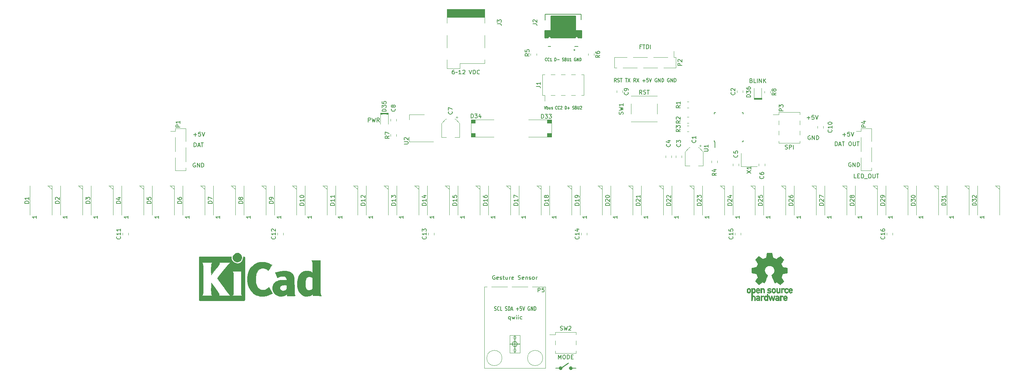
<source format=gbr>
%TF.GenerationSoftware,KiCad,Pcbnew,5.1.7-a382d34a8~87~ubuntu20.04.1*%
%TF.CreationDate,2020-11-03T23:07:43+05:30*%
%TF.ProjectId,halo,68616c6f-2e6b-4696-9361-645f70636258,v1*%
%TF.SameCoordinates,Original*%
%TF.FileFunction,Legend,Top*%
%TF.FilePolarity,Positive*%
%FSLAX46Y46*%
G04 Gerber Fmt 4.6, Leading zero omitted, Abs format (unit mm)*
G04 Created by KiCad (PCBNEW 5.1.7-a382d34a8~87~ubuntu20.04.1) date 2020-11-03 23:07:43*
%MOMM*%
%LPD*%
G01*
G04 APERTURE LIST*
%ADD10C,0.127000*%
%ADD11C,0.254000*%
%ADD12C,0.120000*%
%ADD13C,0.250000*%
%ADD14C,0.100000*%
%ADD15C,0.150000*%
%ADD16C,0.010000*%
%ADD17C,0.152400*%
%ADD18R,1.550000X1.300000*%
%ADD19R,2.000000X3.800000*%
%ADD20R,2.000000X1.500000*%
%ADD21C,0.500000*%
%ADD22R,0.300000X1.000000*%
%ADD23O,1.000000X2.000000*%
%ADD24O,1.200000X2.400000*%
%ADD25O,1.600000X1.000000*%
%ADD26R,1.000000X3.150000*%
%ADD27R,2.400000X2.800000*%
%ADD28C,1.600000*%
%ADD29C,1.800000*%
%ADD30C,3.175000*%
%ADD31R,1.016000X1.905000*%
%ADD32R,1.000000X1.500000*%
%ADD33C,1.000000*%
%ADD34R,1.900000X1.000000*%
%ADD35R,1.000000X2.510000*%
%ADD36R,3.150000X1.000000*%
%ADD37C,6.400000*%
%ADD38C,0.800000*%
%ADD39R,0.550000X1.600000*%
%ADD40R,1.600000X0.550000*%
%ADD41R,1.400000X1.200000*%
%ADD42R,2.500000X2.300000*%
G04 APERTURE END LIST*
D10*
X153797000Y-143510000D02*
G75*
G03*
X153797000Y-143510000I-127000J0D01*
G01*
X151257000Y-143510000D02*
G75*
G03*
X151257000Y-143510000I-127000J0D01*
G01*
X151384000Y-143510000D02*
G75*
G03*
X151384000Y-143510000I-254000J0D01*
G01*
X153924000Y-143510000D02*
G75*
G03*
X153924000Y-143510000I-254000J0D01*
G01*
D11*
X151130000Y-143510000D02*
X153035000Y-142240000D01*
D10*
X153670000Y-143510000D02*
X154940000Y-143510000D01*
X151130000Y-143510000D02*
X149860000Y-143510000D01*
X154051000Y-143510000D02*
G75*
G03*
X154051000Y-143510000I-381000J0D01*
G01*
X151511000Y-143510000D02*
G75*
G03*
X151511000Y-143510000I-381000J0D01*
G01*
D12*
%TO.C,C10*%
X215165000Y-83573252D02*
X215165000Y-83050748D01*
X216635000Y-83573252D02*
X216635000Y-83050748D01*
%TO.C,C1*%
X182144000Y-92938000D02*
X183344000Y-92938000D01*
X186664000Y-92938000D02*
X185464000Y-92938000D01*
X186664000Y-89482437D02*
X186664000Y-92938000D01*
X182144000Y-89482437D02*
X182144000Y-92938000D01*
X183208437Y-88418000D02*
X183344000Y-88418000D01*
X185599563Y-88418000D02*
X185464000Y-88418000D01*
X185599563Y-88418000D02*
X186664000Y-89482437D01*
X183208437Y-88418000D02*
X182144000Y-89482437D01*
X185964000Y-87678000D02*
X185964000Y-88178000D01*
X186214000Y-87928000D02*
X185714000Y-87928000D01*
%TO.C,SW1*%
X175188000Y-75510000D02*
X168728000Y-75510000D01*
X175188000Y-80040000D02*
X175188000Y-77440000D01*
X175188000Y-81970000D02*
X168728000Y-81970000D01*
X168728000Y-80040000D02*
X168728000Y-77440000D01*
X175188000Y-81940000D02*
X175188000Y-81970000D01*
X175188000Y-75510000D02*
X175188000Y-75540000D01*
X168728000Y-75510000D02*
X168728000Y-75540000D01*
X168728000Y-81970000D02*
X168728000Y-81940000D01*
%TO.C,U2*%
X119416000Y-86976000D02*
X113406000Y-86976000D01*
X117166000Y-80156000D02*
X113406000Y-80156000D01*
X113406000Y-86976000D02*
X113406000Y-85716000D01*
X113406000Y-80156000D02*
X113406000Y-81416000D01*
%TO.C,C6*%
X200560000Y-92971252D02*
X200560000Y-92448748D01*
X202030000Y-92971252D02*
X202030000Y-92448748D01*
D10*
%TO.C,J2*%
X147265000Y-55127000D02*
X156234000Y-55127000D01*
X154665000Y-63127000D02*
X155465000Y-63127000D01*
X156234000Y-56452000D02*
X156234000Y-55127000D01*
X147265000Y-56552000D02*
X147265000Y-55127000D01*
X148065000Y-63127000D02*
X148665000Y-63127000D01*
D13*
X154665000Y-64017000D02*
G75*
G03*
X154665000Y-64017000I-100000J0D01*
G01*
D12*
X156265000Y-61152000D02*
X156265000Y-59152000D01*
X147265000Y-61152000D02*
X147265000Y-59152000D01*
%TO.C,J1*%
X153795000Y-70171000D02*
X154815000Y-70171000D01*
X153795000Y-75371000D02*
X154815000Y-75371000D01*
X151255000Y-70171000D02*
X152275000Y-70171000D01*
X151255000Y-75371000D02*
X152275000Y-75371000D01*
X148715000Y-70171000D02*
X149735000Y-70171000D01*
X148715000Y-75371000D02*
X149735000Y-75371000D01*
X156335000Y-70171000D02*
X156905000Y-70171000D01*
X156335000Y-75371000D02*
X156905000Y-75371000D01*
X146625000Y-70171000D02*
X147195000Y-70171000D01*
X146625000Y-75371000D02*
X147195000Y-75371000D01*
X147195000Y-76811000D02*
X147195000Y-75371000D01*
X156905000Y-75371000D02*
X156905000Y-70171000D01*
X146625000Y-75371000D02*
X146625000Y-70171000D01*
%TO.C,J3*%
X122808000Y-57348000D02*
X122808000Y-53848000D01*
X122808000Y-63448000D02*
X122808000Y-60348000D01*
X132208000Y-57348000D02*
X132208000Y-53848000D01*
X132208000Y-63448000D02*
X132208000Y-60348000D01*
D14*
G36*
X122808000Y-55848000D02*
G01*
X122808000Y-53848000D01*
X132208000Y-53848000D01*
X132208000Y-55848000D01*
X122808000Y-55848000D01*
G37*
X122808000Y-55848000D02*
X122808000Y-53848000D01*
X132208000Y-53848000D01*
X132208000Y-55848000D01*
X122808000Y-55848000D01*
D12*
X126008000Y-67348000D02*
X132208000Y-67348000D01*
X126008000Y-68648000D02*
X126008000Y-67348000D01*
X122808000Y-53848000D02*
X127508000Y-53848000D01*
X122808000Y-68648000D02*
X122808000Y-66448000D01*
X126008000Y-68648000D02*
X122808000Y-68648000D01*
X132208000Y-66448000D02*
X132208000Y-67348000D01*
X127508000Y-53848000D02*
X132208000Y-53848000D01*
%TO.C,P5*%
X139700000Y-123190000D02*
X147320000Y-123190000D01*
X147320000Y-123190000D02*
X147320000Y-143510000D01*
X147320000Y-143510000D02*
X132080000Y-143510000D01*
X132080000Y-143510000D02*
X132080000Y-123190000D01*
X132080000Y-123190000D02*
X139700000Y-123190000D01*
X146685000Y-140970000D02*
G75*
G03*
X146685000Y-140970000I-1905000J0D01*
G01*
X136525000Y-140970000D02*
G75*
G03*
X136525000Y-140970000I-1905000J0D01*
G01*
D10*
X140970000Y-137477500D02*
X138430000Y-137477500D01*
X139700000Y-139700000D02*
X139700000Y-135255000D01*
D12*
X140970000Y-139700000D02*
X138430000Y-139700000D01*
X138430000Y-139700000D02*
X138430000Y-135255000D01*
X138430000Y-135255000D02*
X140970000Y-135255000D01*
X140970000Y-135255000D02*
X140970000Y-139700000D01*
D10*
X140335000Y-137477500D02*
G75*
G03*
X140335000Y-137477500I-635000J0D01*
G01*
D12*
X140081000Y-139065000D02*
G75*
G03*
X140081000Y-139065000I-381000J0D01*
G01*
X140081000Y-135890000D02*
G75*
G03*
X140081000Y-135890000I-381000J0D01*
G01*
%TO.C,D32*%
X260560000Y-97950000D02*
X259410000Y-97950000D01*
X260560000Y-105250000D02*
X260560000Y-97950000D01*
X255060000Y-105250000D02*
X255060000Y-97950000D01*
X259610000Y-98000000D02*
X260510000Y-98800000D01*
%TO.C,D31*%
X252940000Y-97950000D02*
X251790000Y-97950000D01*
X252940000Y-105250000D02*
X252940000Y-97950000D01*
X247440000Y-105250000D02*
X247440000Y-97950000D01*
X251990000Y-98000000D02*
X252890000Y-98800000D01*
%TO.C,C9*%
X166597000Y-74160748D02*
X166597000Y-74683252D01*
X165127000Y-74160748D02*
X165127000Y-74683252D01*
%TO.C,R1*%
X183107064Y-78459000D02*
X182652936Y-78459000D01*
X183107064Y-76989000D02*
X182652936Y-76989000D01*
%TO.C,C11*%
X41937000Y-110243252D02*
X41937000Y-109720748D01*
X43407000Y-110243252D02*
X43407000Y-109720748D01*
%TO.C,C12*%
X80545000Y-110243252D02*
X80545000Y-109720748D01*
X82015000Y-110243252D02*
X82015000Y-109720748D01*
%TO.C,C13*%
X118137000Y-110243252D02*
X118137000Y-109720748D01*
X119607000Y-110243252D02*
X119607000Y-109720748D01*
%TO.C,C14*%
X156237000Y-110243252D02*
X156237000Y-109720748D01*
X157707000Y-110243252D02*
X157707000Y-109720748D01*
%TO.C,C15*%
X194591000Y-110243252D02*
X194591000Y-109720748D01*
X196061000Y-110243252D02*
X196061000Y-109720748D01*
%TO.C,C16*%
X232437000Y-110243252D02*
X232437000Y-109720748D01*
X233907000Y-110243252D02*
X233907000Y-109720748D01*
%TO.C,C2*%
X195099000Y-74683252D02*
X195099000Y-74160748D01*
X196569000Y-74683252D02*
X196569000Y-74160748D01*
%TO.C,C3*%
X181329000Y-90416748D02*
X181329000Y-90939252D01*
X179859000Y-90416748D02*
X179859000Y-90939252D01*
%TO.C,C4*%
X178789000Y-90416748D02*
X178789000Y-90939252D01*
X177319000Y-90416748D02*
X177319000Y-90939252D01*
%TO.C,C5*%
X195553000Y-92448748D02*
X195553000Y-92971252D01*
X194083000Y-92448748D02*
X194083000Y-92971252D01*
%TO.C,C7*%
X121438000Y-85826000D02*
X122638000Y-85826000D01*
X125958000Y-85826000D02*
X124758000Y-85826000D01*
X125958000Y-82370437D02*
X125958000Y-85826000D01*
X121438000Y-82370437D02*
X121438000Y-85826000D01*
X122502437Y-81306000D02*
X122638000Y-81306000D01*
X124893563Y-81306000D02*
X124758000Y-81306000D01*
X124893563Y-81306000D02*
X125958000Y-82370437D01*
X122502437Y-81306000D02*
X121438000Y-82370437D01*
X125258000Y-80566000D02*
X125258000Y-81066000D01*
X125508000Y-80816000D02*
X125008000Y-80816000D01*
%TO.C,C8*%
X108739000Y-81795252D02*
X108739000Y-81272748D01*
X110209000Y-81795252D02*
X110209000Y-81272748D01*
%TO.C,D1*%
X24340000Y-97950000D02*
X23190000Y-97950000D01*
X24340000Y-105250000D02*
X24340000Y-97950000D01*
X18840000Y-105250000D02*
X18840000Y-97950000D01*
X23390000Y-98000000D02*
X24290000Y-98800000D01*
%TO.C,D2*%
X31960000Y-97950000D02*
X30810000Y-97950000D01*
X31960000Y-105250000D02*
X31960000Y-97950000D01*
X26460000Y-105250000D02*
X26460000Y-97950000D01*
X31010000Y-98000000D02*
X31910000Y-98800000D01*
%TO.C,D3*%
X39580000Y-97950000D02*
X38430000Y-97950000D01*
X39580000Y-105250000D02*
X39580000Y-97950000D01*
X34080000Y-105250000D02*
X34080000Y-97950000D01*
X38630000Y-98000000D02*
X39530000Y-98800000D01*
%TO.C,D4*%
X47200000Y-97950000D02*
X46050000Y-97950000D01*
X47200000Y-105250000D02*
X47200000Y-97950000D01*
X41700000Y-105250000D02*
X41700000Y-97950000D01*
X46250000Y-98000000D02*
X47150000Y-98800000D01*
%TO.C,D5*%
X54820000Y-97950000D02*
X53670000Y-97950000D01*
X54820000Y-105250000D02*
X54820000Y-97950000D01*
X49320000Y-105250000D02*
X49320000Y-97950000D01*
X53870000Y-98000000D02*
X54770000Y-98800000D01*
%TO.C,D6*%
X62440000Y-97950000D02*
X61290000Y-97950000D01*
X62440000Y-105250000D02*
X62440000Y-97950000D01*
X56940000Y-105250000D02*
X56940000Y-97950000D01*
X61490000Y-98000000D02*
X62390000Y-98800000D01*
%TO.C,D7*%
X70060000Y-97950000D02*
X68910000Y-97950000D01*
X70060000Y-105250000D02*
X70060000Y-97950000D01*
X64560000Y-105250000D02*
X64560000Y-97950000D01*
X69110000Y-98000000D02*
X70010000Y-98800000D01*
%TO.C,D8*%
X77680000Y-97950000D02*
X76530000Y-97950000D01*
X77680000Y-105250000D02*
X77680000Y-97950000D01*
X72180000Y-105250000D02*
X72180000Y-97950000D01*
X76730000Y-98000000D02*
X77630000Y-98800000D01*
%TO.C,D9*%
X85300000Y-97950000D02*
X84150000Y-97950000D01*
X85300000Y-105250000D02*
X85300000Y-97950000D01*
X79800000Y-105250000D02*
X79800000Y-97950000D01*
X84350000Y-98000000D02*
X85250000Y-98800000D01*
%TO.C,D10*%
X92920000Y-97950000D02*
X91770000Y-97950000D01*
X92920000Y-105250000D02*
X92920000Y-97950000D01*
X87420000Y-105250000D02*
X87420000Y-97950000D01*
X91970000Y-98000000D02*
X92870000Y-98800000D01*
%TO.C,D11*%
X100540000Y-97950000D02*
X99390000Y-97950000D01*
X100540000Y-105250000D02*
X100540000Y-97950000D01*
X95040000Y-105250000D02*
X95040000Y-97950000D01*
X99590000Y-98000000D02*
X100490000Y-98800000D01*
%TO.C,D12*%
X108160000Y-97950000D02*
X107010000Y-97950000D01*
X108160000Y-105250000D02*
X108160000Y-97950000D01*
X102660000Y-105250000D02*
X102660000Y-97950000D01*
X107210000Y-98000000D02*
X108110000Y-98800000D01*
%TO.C,D13*%
X115780000Y-97950000D02*
X114630000Y-97950000D01*
X115780000Y-105250000D02*
X115780000Y-97950000D01*
X110280000Y-105250000D02*
X110280000Y-97950000D01*
X114830000Y-98000000D02*
X115730000Y-98800000D01*
%TO.C,D14*%
X123400000Y-97950000D02*
X122250000Y-97950000D01*
X123400000Y-105250000D02*
X123400000Y-97950000D01*
X117900000Y-105250000D02*
X117900000Y-97950000D01*
X122450000Y-98000000D02*
X123350000Y-98800000D01*
%TO.C,D15*%
X131020000Y-97950000D02*
X129870000Y-97950000D01*
X131020000Y-105250000D02*
X131020000Y-97950000D01*
X125520000Y-105250000D02*
X125520000Y-97950000D01*
X130070000Y-98000000D02*
X130970000Y-98800000D01*
%TO.C,D16*%
X138640000Y-97950000D02*
X137490000Y-97950000D01*
X138640000Y-105250000D02*
X138640000Y-97950000D01*
X133140000Y-105250000D02*
X133140000Y-97950000D01*
X137690000Y-98000000D02*
X138590000Y-98800000D01*
%TO.C,D17*%
X146260000Y-97950000D02*
X145110000Y-97950000D01*
X146260000Y-105250000D02*
X146260000Y-97950000D01*
X140760000Y-105250000D02*
X140760000Y-97950000D01*
X145310000Y-98000000D02*
X146210000Y-98800000D01*
%TO.C,D18*%
X153880000Y-97950000D02*
X152730000Y-97950000D01*
X153880000Y-105250000D02*
X153880000Y-97950000D01*
X148380000Y-105250000D02*
X148380000Y-97950000D01*
X152930000Y-98000000D02*
X153830000Y-98800000D01*
%TO.C,D19*%
X161500000Y-97950000D02*
X160350000Y-97950000D01*
X161500000Y-105250000D02*
X161500000Y-97950000D01*
X156000000Y-105250000D02*
X156000000Y-97950000D01*
X160550000Y-98000000D02*
X161450000Y-98800000D01*
%TO.C,D20*%
X169120000Y-97950000D02*
X167970000Y-97950000D01*
X169120000Y-105250000D02*
X169120000Y-97950000D01*
X163620000Y-105250000D02*
X163620000Y-97950000D01*
X168170000Y-98000000D02*
X169070000Y-98800000D01*
%TO.C,D21*%
X176740000Y-97950000D02*
X175590000Y-97950000D01*
X176740000Y-105250000D02*
X176740000Y-97950000D01*
X171240000Y-105250000D02*
X171240000Y-97950000D01*
X175790000Y-98000000D02*
X176690000Y-98800000D01*
%TO.C,D22*%
X184360000Y-97950000D02*
X183210000Y-97950000D01*
X184360000Y-105250000D02*
X184360000Y-97950000D01*
X178860000Y-105250000D02*
X178860000Y-97950000D01*
X183410000Y-98000000D02*
X184310000Y-98800000D01*
%TO.C,D23*%
X191980000Y-97950000D02*
X190830000Y-97950000D01*
X191980000Y-105250000D02*
X191980000Y-97950000D01*
X186480000Y-105250000D02*
X186480000Y-97950000D01*
X191030000Y-98000000D02*
X191930000Y-98800000D01*
%TO.C,D24*%
X199600000Y-97950000D02*
X198450000Y-97950000D01*
X199600000Y-105250000D02*
X199600000Y-97950000D01*
X194100000Y-105250000D02*
X194100000Y-97950000D01*
X198650000Y-98000000D02*
X199550000Y-98800000D01*
%TO.C,D25*%
X207220000Y-97950000D02*
X206070000Y-97950000D01*
X207220000Y-105250000D02*
X207220000Y-97950000D01*
X201720000Y-105250000D02*
X201720000Y-97950000D01*
X206270000Y-98000000D02*
X207170000Y-98800000D01*
%TO.C,D26*%
X214840000Y-97950000D02*
X213690000Y-97950000D01*
X214840000Y-105250000D02*
X214840000Y-97950000D01*
X209340000Y-105250000D02*
X209340000Y-97950000D01*
X213890000Y-98000000D02*
X214790000Y-98800000D01*
%TO.C,D27*%
X222460000Y-97950000D02*
X221310000Y-97950000D01*
X222460000Y-105250000D02*
X222460000Y-97950000D01*
X216960000Y-105250000D02*
X216960000Y-97950000D01*
X221510000Y-98000000D02*
X222410000Y-98800000D01*
%TO.C,D28*%
X230080000Y-97950000D02*
X228930000Y-97950000D01*
X230080000Y-105250000D02*
X230080000Y-97950000D01*
X224580000Y-105250000D02*
X224580000Y-97950000D01*
X229130000Y-98000000D02*
X230030000Y-98800000D01*
%TO.C,D29*%
X237700000Y-97950000D02*
X236550000Y-97950000D01*
X237700000Y-105250000D02*
X237700000Y-97950000D01*
X232200000Y-105250000D02*
X232200000Y-97950000D01*
X236750000Y-98000000D02*
X237650000Y-98800000D01*
%TO.C,D30*%
X245320000Y-97950000D02*
X244170000Y-97950000D01*
X245320000Y-105250000D02*
X245320000Y-97950000D01*
X239820000Y-105250000D02*
X239820000Y-97950000D01*
X244370000Y-98000000D02*
X245270000Y-98800000D01*
%TO.C,D35*%
X106228000Y-79849000D02*
X106228000Y-82534000D01*
X108148000Y-79849000D02*
X106228000Y-79849000D01*
X108148000Y-82534000D02*
X108148000Y-79849000D01*
D14*
G36*
X106218000Y-80044000D02*
G01*
X106218000Y-79734000D01*
X108158000Y-79734000D01*
X108158000Y-80044000D01*
X106218000Y-80044000D01*
G37*
X106218000Y-80044000D02*
X106218000Y-79734000D01*
X108158000Y-79734000D01*
X108158000Y-80044000D01*
X106218000Y-80044000D01*
D12*
%TO.C,D36*%
X201239000Y-76234000D02*
X201239000Y-73549000D01*
X199319000Y-76234000D02*
X201239000Y-76234000D01*
X199319000Y-73549000D02*
X199319000Y-76234000D01*
D14*
G36*
X201249000Y-76039000D02*
G01*
X201249000Y-76349000D01*
X199309000Y-76349000D01*
X199309000Y-76039000D01*
X201249000Y-76039000D01*
G37*
X201249000Y-76039000D02*
X201249000Y-76349000D01*
X199309000Y-76349000D01*
X199309000Y-76039000D01*
X201249000Y-76039000D01*
D12*
%TO.C,P1*%
X55058000Y-83660000D02*
X57718000Y-83660000D01*
X57718000Y-83660000D02*
X57718000Y-86870000D01*
X57718000Y-88390000D02*
X57718000Y-91950000D01*
X57718000Y-93470000D02*
X57718000Y-94140000D01*
X55058000Y-94140000D02*
X57718000Y-94140000D01*
X55058000Y-83660000D02*
X55058000Y-84330000D01*
X55058000Y-85850000D02*
X55058000Y-89410000D01*
X55058000Y-90930000D02*
X55058000Y-94140000D01*
X53848000Y-84330000D02*
X55058000Y-84330000D01*
%TO.C,P2*%
X179892000Y-65853000D02*
X179892000Y-68513000D01*
X164532000Y-65853000D02*
X164532000Y-68513000D01*
X179892000Y-68513000D02*
X176782000Y-68513000D01*
X179322000Y-65853000D02*
X179322000Y-64333000D01*
X179892000Y-65853000D02*
X179322000Y-65853000D01*
X165102000Y-68513000D02*
X164532000Y-68513000D01*
X175262000Y-68513000D02*
X171702000Y-68513000D01*
X170182000Y-68513000D02*
X166622000Y-68513000D01*
X177802000Y-65853000D02*
X174242000Y-65853000D01*
X172722000Y-65853000D02*
X169162000Y-65853000D01*
X167642000Y-65853000D02*
X164532000Y-65853000D01*
%TO.C,P3*%
X210753000Y-84199000D02*
X210753000Y-85219000D01*
X205553000Y-84199000D02*
X205553000Y-85219000D01*
X210753000Y-81659000D02*
X210753000Y-82679000D01*
X205553000Y-81659000D02*
X205553000Y-82679000D01*
X210753000Y-86739000D02*
X210753000Y-87309000D01*
X205553000Y-86739000D02*
X205553000Y-87309000D01*
X210753000Y-79569000D02*
X210753000Y-80139000D01*
X205553000Y-79569000D02*
X205553000Y-80139000D01*
X204113000Y-80139000D02*
X205553000Y-80139000D01*
X205553000Y-87309000D02*
X210753000Y-87309000D01*
X205553000Y-79569000D02*
X210753000Y-79569000D01*
%TO.C,P4*%
X226000000Y-83660000D02*
X228660000Y-83660000D01*
X228660000Y-83660000D02*
X228660000Y-86870000D01*
X228660000Y-88390000D02*
X228660000Y-91950000D01*
X228660000Y-93470000D02*
X228660000Y-94140000D01*
X226000000Y-94140000D02*
X228660000Y-94140000D01*
X226000000Y-83660000D02*
X226000000Y-84330000D01*
X226000000Y-85850000D02*
X226000000Y-89410000D01*
X226000000Y-90930000D02*
X226000000Y-94140000D01*
X224790000Y-84330000D02*
X226000000Y-84330000D01*
%TO.C,R2*%
X182652936Y-80799000D02*
X183107064Y-80799000D01*
X182652936Y-82269000D02*
X183107064Y-82269000D01*
%TO.C,R3*%
X182652936Y-82958000D02*
X183107064Y-82958000D01*
X182652936Y-84428000D02*
X183107064Y-84428000D01*
%TO.C,R4*%
X188749000Y-92175064D02*
X188749000Y-91720936D01*
X190219000Y-92175064D02*
X190219000Y-91720936D01*
%TO.C,R5*%
X145134000Y-64923936D02*
X145134000Y-65378064D01*
X143664000Y-64923936D02*
X143664000Y-65378064D01*
%TO.C,R6*%
X158015000Y-65378064D02*
X158015000Y-64923936D01*
X159485000Y-65378064D02*
X159485000Y-64923936D01*
%TO.C,R7*%
X110209000Y-85116936D02*
X110209000Y-85571064D01*
X108739000Y-85116936D02*
X108739000Y-85571064D01*
%TO.C,R8*%
X201957000Y-74776064D02*
X201957000Y-74321936D01*
X203427000Y-74776064D02*
X203427000Y-74321936D01*
D15*
%TO.C,U1*%
X189640000Y-86937000D02*
X189640000Y-88362000D01*
X189415000Y-79687000D02*
X189415000Y-80012000D01*
X196665000Y-79687000D02*
X196665000Y-80012000D01*
X196665000Y-86937000D02*
X196665000Y-86612000D01*
X189415000Y-86937000D02*
X189415000Y-86612000D01*
X196665000Y-86937000D02*
X196340000Y-86937000D01*
X196665000Y-79687000D02*
X196340000Y-79687000D01*
X189415000Y-79687000D02*
X189740000Y-79687000D01*
X189415000Y-86937000D02*
X189640000Y-86937000D01*
D12*
%TO.C,X1*%
X196120000Y-89790000D02*
X196120000Y-93090000D01*
X196120000Y-93090000D02*
X200120000Y-93090000D01*
D16*
%TO.C,G2*%
G36*
X64352554Y-115624541D02*
G01*
X64878756Y-115624613D01*
X65123697Y-115624623D01*
X69044301Y-115624623D01*
X69044301Y-115855734D01*
X69068968Y-116136976D01*
X69143416Y-116396359D01*
X69268314Y-116635424D01*
X69444330Y-116855714D01*
X69503882Y-116915210D01*
X69718105Y-117083971D01*
X69954310Y-117207052D01*
X70205483Y-117284510D01*
X70464607Y-117316399D01*
X70724667Y-117302776D01*
X70978647Y-117243697D01*
X71219531Y-117139217D01*
X71440304Y-116989393D01*
X71539457Y-116899001D01*
X71724227Y-116677376D01*
X71859716Y-116433661D01*
X71944744Y-116170643D01*
X71978128Y-115891106D01*
X71978572Y-115863606D01*
X71980322Y-115624632D01*
X72085355Y-115624628D01*
X72178530Y-115637273D01*
X72263644Y-115668040D01*
X72269269Y-115671219D01*
X72288492Y-115681194D01*
X72306145Y-115688962D01*
X72322292Y-115696787D01*
X72336995Y-115706930D01*
X72350319Y-115721655D01*
X72362328Y-115743225D01*
X72373085Y-115773901D01*
X72382654Y-115815947D01*
X72391099Y-115871626D01*
X72398484Y-115943199D01*
X72404873Y-116032930D01*
X72410329Y-116143082D01*
X72414916Y-116275916D01*
X72418698Y-116433696D01*
X72421740Y-116618684D01*
X72424103Y-116833144D01*
X72425853Y-117079337D01*
X72427053Y-117359527D01*
X72427768Y-117675975D01*
X72428060Y-118030946D01*
X72427993Y-118426700D01*
X72427632Y-118865502D01*
X72427040Y-119349614D01*
X72426281Y-119881298D01*
X72425419Y-120462817D01*
X72424518Y-121096433D01*
X72424413Y-121173629D01*
X72423605Y-121811287D01*
X72422919Y-122396582D01*
X72422283Y-122931778D01*
X72421624Y-123419136D01*
X72420869Y-123860917D01*
X72419947Y-124259382D01*
X72418784Y-124616795D01*
X72417307Y-124935415D01*
X72415445Y-125217506D01*
X72413124Y-125465328D01*
X72410271Y-125681143D01*
X72406815Y-125867213D01*
X72402682Y-126025800D01*
X72397800Y-126159164D01*
X72392096Y-126269569D01*
X72385498Y-126359275D01*
X72377932Y-126430544D01*
X72369327Y-126485638D01*
X72359610Y-126526818D01*
X72348707Y-126556346D01*
X72336547Y-126576484D01*
X72323057Y-126589493D01*
X72308163Y-126597636D01*
X72291794Y-126603173D01*
X72273877Y-126608366D01*
X72254339Y-126615477D01*
X72249566Y-126617642D01*
X72234566Y-126622506D01*
X72209459Y-126626976D01*
X72172054Y-126631066D01*
X72120158Y-126634793D01*
X72051580Y-126638173D01*
X71964127Y-126641221D01*
X71855606Y-126643954D01*
X71723826Y-126646387D01*
X71566594Y-126648537D01*
X71381719Y-126650419D01*
X71167007Y-126652049D01*
X70920266Y-126653443D01*
X70639306Y-126654617D01*
X70321932Y-126655587D01*
X69965953Y-126656369D01*
X69569178Y-126656979D01*
X69129412Y-126657432D01*
X68644465Y-126657745D01*
X68112144Y-126657934D01*
X67530257Y-126658013D01*
X66896611Y-126658000D01*
X66691356Y-126657980D01*
X66043653Y-126657876D01*
X65448356Y-126657706D01*
X64903245Y-126657453D01*
X64406103Y-126657098D01*
X63954710Y-126656626D01*
X63546849Y-126656018D01*
X63180300Y-126655258D01*
X62852846Y-126654327D01*
X62562268Y-126653209D01*
X62306348Y-126651886D01*
X62082867Y-126650341D01*
X61889606Y-126648557D01*
X61724348Y-126646516D01*
X61584873Y-126644201D01*
X61468963Y-126641594D01*
X61374400Y-126638678D01*
X61298966Y-126635436D01*
X61240442Y-126631851D01*
X61196609Y-126627905D01*
X61165248Y-126623581D01*
X61144143Y-126618862D01*
X61132637Y-126614540D01*
X61112188Y-126605916D01*
X61093413Y-126599557D01*
X61076240Y-126593203D01*
X61060598Y-126584597D01*
X61046416Y-126571480D01*
X61033623Y-126551594D01*
X61022148Y-126522679D01*
X61011920Y-126482479D01*
X61002867Y-126428733D01*
X60994920Y-126359185D01*
X60988006Y-126271574D01*
X60982055Y-126163644D01*
X60976995Y-126033135D01*
X60972755Y-125877789D01*
X60969265Y-125695348D01*
X60966453Y-125483553D01*
X60965717Y-125402258D01*
X61694639Y-125402258D01*
X64271013Y-125402258D01*
X64221439Y-125327150D01*
X64172122Y-125249968D01*
X64130360Y-125176469D01*
X64095559Y-125101512D01*
X64067123Y-125019953D01*
X64044460Y-124926648D01*
X64026975Y-124816453D01*
X64014074Y-124684225D01*
X64005163Y-124524820D01*
X63999648Y-124333095D01*
X63996936Y-124103907D01*
X63996431Y-123832112D01*
X63997541Y-123512566D01*
X63998170Y-123393932D01*
X64005268Y-122122123D01*
X64810967Y-123219010D01*
X65039221Y-123530183D01*
X65236975Y-123801143D01*
X65406365Y-124035478D01*
X65549527Y-124236780D01*
X65668595Y-124408637D01*
X65765705Y-124554640D01*
X65842993Y-124678378D01*
X65902593Y-124783441D01*
X65946641Y-124873420D01*
X65977272Y-124951903D01*
X65996622Y-125022480D01*
X66006825Y-125088742D01*
X66010017Y-125154277D01*
X66008333Y-125222677D01*
X66007903Y-125231274D01*
X65999032Y-125402372D01*
X67410764Y-125402315D01*
X68822495Y-125402258D01*
X68612484Y-125190500D01*
X68555496Y-125132582D01*
X68501434Y-125076225D01*
X68447924Y-125018322D01*
X68392596Y-124955764D01*
X68333075Y-124885443D01*
X68266989Y-124804251D01*
X68191966Y-124709081D01*
X68105633Y-124596823D01*
X68005617Y-124464370D01*
X67889546Y-124308614D01*
X67755048Y-124126446D01*
X67599749Y-123914760D01*
X67421278Y-123670446D01*
X67217260Y-123390397D01*
X66985325Y-123071504D01*
X66795218Y-122809920D01*
X66556628Y-122481292D01*
X66348492Y-122193957D01*
X66168925Y-121945187D01*
X66016043Y-121732254D01*
X65887959Y-121552430D01*
X65782788Y-121402986D01*
X65698645Y-121281196D01*
X65633643Y-121184331D01*
X65585897Y-121109662D01*
X65553523Y-121054463D01*
X65534634Y-121016004D01*
X65527345Y-120991559D01*
X65529536Y-120978706D01*
X65556087Y-120944504D01*
X65613492Y-120872108D01*
X65698287Y-120765820D01*
X65807008Y-120629945D01*
X65936192Y-120468784D01*
X66082374Y-120286643D01*
X66242091Y-120087822D01*
X66411879Y-119876627D01*
X66588274Y-119657359D01*
X66767813Y-119434323D01*
X66866565Y-119311720D01*
X69318452Y-119311720D01*
X69522258Y-119680430D01*
X69522258Y-125033548D01*
X69318452Y-125402258D01*
X70523889Y-125402258D01*
X70811659Y-125402174D01*
X71049353Y-125401797D01*
X71241518Y-125400935D01*
X71392702Y-125399400D01*
X71507452Y-125397000D01*
X71590315Y-125393546D01*
X71645838Y-125388849D01*
X71678570Y-125382717D01*
X71693057Y-125374961D01*
X71693847Y-125365391D01*
X71685487Y-125353817D01*
X71685401Y-125353721D01*
X71650964Y-125303907D01*
X71605363Y-125222910D01*
X71565092Y-125142055D01*
X71488709Y-124978925D01*
X71480919Y-122145322D01*
X71473129Y-119311720D01*
X69318452Y-119311720D01*
X66866565Y-119311720D01*
X66947031Y-119211821D01*
X67122464Y-118994157D01*
X67290650Y-118785633D01*
X67448123Y-118590554D01*
X67591421Y-118413221D01*
X67717079Y-118257939D01*
X67821634Y-118129010D01*
X67901621Y-118030738D01*
X67948602Y-117973441D01*
X68131037Y-117759180D01*
X68306548Y-117565830D01*
X68468984Y-117399720D01*
X68612195Y-117267180D01*
X68713829Y-117185921D01*
X68834002Y-117099462D01*
X66070160Y-117099462D01*
X66070936Y-117261646D01*
X66063212Y-117380883D01*
X66034172Y-117491426D01*
X65989218Y-117596216D01*
X65959996Y-117655416D01*
X65928577Y-117714074D01*
X65892091Y-117776086D01*
X65847669Y-117845345D01*
X65792439Y-117925746D01*
X65723531Y-118021181D01*
X65638077Y-118135547D01*
X65533204Y-118272735D01*
X65406045Y-118436642D01*
X65253727Y-118631160D01*
X65073382Y-118860185D01*
X64862138Y-119127609D01*
X64838279Y-119157783D01*
X64005268Y-120211195D01*
X63997204Y-119044522D01*
X63995580Y-118695069D01*
X63995926Y-118399230D01*
X63998258Y-118156030D01*
X64002593Y-117964493D01*
X64008949Y-117823644D01*
X64017341Y-117732508D01*
X64020162Y-117715220D01*
X64064416Y-117533117D01*
X64122398Y-117368950D01*
X64188563Y-117236954D01*
X64228313Y-117180972D01*
X64296898Y-117099462D01*
X62995547Y-117099462D01*
X62685115Y-117099728D01*
X62425523Y-117100591D01*
X62212986Y-117102154D01*
X62043724Y-117104517D01*
X61913952Y-117107780D01*
X61819889Y-117112045D01*
X61757752Y-117117413D01*
X61723759Y-117123983D01*
X61714126Y-117131858D01*
X61714792Y-117133602D01*
X61742380Y-117175243D01*
X61788436Y-117241248D01*
X61812265Y-117274631D01*
X61836901Y-117307944D01*
X61859045Y-117337734D01*
X61878836Y-117366933D01*
X61896414Y-117398474D01*
X61911919Y-117435286D01*
X61925489Y-117480303D01*
X61937264Y-117536455D01*
X61947384Y-117606675D01*
X61955987Y-117693894D01*
X61963214Y-117801043D01*
X61969204Y-117931055D01*
X61974096Y-118086861D01*
X61978029Y-118271393D01*
X61981143Y-118487581D01*
X61983578Y-118738359D01*
X61985473Y-119026658D01*
X61986967Y-119355409D01*
X61988199Y-119727543D01*
X61989310Y-120145994D01*
X61990438Y-120613691D01*
X61991492Y-121043354D01*
X61992488Y-121522353D01*
X61993006Y-121979362D01*
X61993059Y-122411464D01*
X61992662Y-122815738D01*
X61991828Y-123189265D01*
X61990571Y-123529127D01*
X61988906Y-123832404D01*
X61986844Y-124096177D01*
X61984401Y-124317527D01*
X61981590Y-124493535D01*
X61978424Y-124621283D01*
X61974918Y-124697849D01*
X61974255Y-124705941D01*
X61950095Y-124891568D01*
X61912376Y-125040647D01*
X61854936Y-125170750D01*
X61771611Y-125299452D01*
X61761189Y-125313494D01*
X61694639Y-125402258D01*
X60965717Y-125402258D01*
X60964248Y-125240145D01*
X60962579Y-124962867D01*
X60961375Y-124649459D01*
X60960565Y-124297664D01*
X60960078Y-123905223D01*
X60959844Y-123469877D01*
X60959789Y-122989368D01*
X60959844Y-122461438D01*
X60959938Y-121883828D01*
X60959998Y-121254279D01*
X60960000Y-121129301D01*
X60960035Y-120493122D01*
X60960153Y-119909325D01*
X60960372Y-119375668D01*
X60960708Y-118889909D01*
X60961178Y-118449805D01*
X60961802Y-118053116D01*
X60962594Y-117697599D01*
X60963574Y-117381012D01*
X60964758Y-117101113D01*
X60966164Y-116855661D01*
X60967810Y-116642413D01*
X60969712Y-116459128D01*
X60971887Y-116303564D01*
X60974355Y-116173478D01*
X60977131Y-116066629D01*
X60980233Y-115980775D01*
X60983679Y-115913674D01*
X60987485Y-115863084D01*
X60991670Y-115826764D01*
X60996251Y-115802470D01*
X61001245Y-115787962D01*
X61001430Y-115787600D01*
X61011715Y-115765437D01*
X61020282Y-115745372D01*
X61029759Y-115727301D01*
X61042774Y-115711121D01*
X61061957Y-115696726D01*
X61089935Y-115684014D01*
X61129337Y-115672880D01*
X61182792Y-115663221D01*
X61252929Y-115654932D01*
X61342376Y-115647910D01*
X61453762Y-115642050D01*
X61589716Y-115637250D01*
X61752865Y-115633404D01*
X61945839Y-115630409D01*
X62171267Y-115628161D01*
X62431776Y-115626556D01*
X62729996Y-115625491D01*
X63068555Y-115624860D01*
X63450082Y-115624561D01*
X63877206Y-115624490D01*
X64352554Y-115624541D01*
G37*
X64352554Y-115624541D02*
X64878756Y-115624613D01*
X65123697Y-115624623D01*
X69044301Y-115624623D01*
X69044301Y-115855734D01*
X69068968Y-116136976D01*
X69143416Y-116396359D01*
X69268314Y-116635424D01*
X69444330Y-116855714D01*
X69503882Y-116915210D01*
X69718105Y-117083971D01*
X69954310Y-117207052D01*
X70205483Y-117284510D01*
X70464607Y-117316399D01*
X70724667Y-117302776D01*
X70978647Y-117243697D01*
X71219531Y-117139217D01*
X71440304Y-116989393D01*
X71539457Y-116899001D01*
X71724227Y-116677376D01*
X71859716Y-116433661D01*
X71944744Y-116170643D01*
X71978128Y-115891106D01*
X71978572Y-115863606D01*
X71980322Y-115624632D01*
X72085355Y-115624628D01*
X72178530Y-115637273D01*
X72263644Y-115668040D01*
X72269269Y-115671219D01*
X72288492Y-115681194D01*
X72306145Y-115688962D01*
X72322292Y-115696787D01*
X72336995Y-115706930D01*
X72350319Y-115721655D01*
X72362328Y-115743225D01*
X72373085Y-115773901D01*
X72382654Y-115815947D01*
X72391099Y-115871626D01*
X72398484Y-115943199D01*
X72404873Y-116032930D01*
X72410329Y-116143082D01*
X72414916Y-116275916D01*
X72418698Y-116433696D01*
X72421740Y-116618684D01*
X72424103Y-116833144D01*
X72425853Y-117079337D01*
X72427053Y-117359527D01*
X72427768Y-117675975D01*
X72428060Y-118030946D01*
X72427993Y-118426700D01*
X72427632Y-118865502D01*
X72427040Y-119349614D01*
X72426281Y-119881298D01*
X72425419Y-120462817D01*
X72424518Y-121096433D01*
X72424413Y-121173629D01*
X72423605Y-121811287D01*
X72422919Y-122396582D01*
X72422283Y-122931778D01*
X72421624Y-123419136D01*
X72420869Y-123860917D01*
X72419947Y-124259382D01*
X72418784Y-124616795D01*
X72417307Y-124935415D01*
X72415445Y-125217506D01*
X72413124Y-125465328D01*
X72410271Y-125681143D01*
X72406815Y-125867213D01*
X72402682Y-126025800D01*
X72397800Y-126159164D01*
X72392096Y-126269569D01*
X72385498Y-126359275D01*
X72377932Y-126430544D01*
X72369327Y-126485638D01*
X72359610Y-126526818D01*
X72348707Y-126556346D01*
X72336547Y-126576484D01*
X72323057Y-126589493D01*
X72308163Y-126597636D01*
X72291794Y-126603173D01*
X72273877Y-126608366D01*
X72254339Y-126615477D01*
X72249566Y-126617642D01*
X72234566Y-126622506D01*
X72209459Y-126626976D01*
X72172054Y-126631066D01*
X72120158Y-126634793D01*
X72051580Y-126638173D01*
X71964127Y-126641221D01*
X71855606Y-126643954D01*
X71723826Y-126646387D01*
X71566594Y-126648537D01*
X71381719Y-126650419D01*
X71167007Y-126652049D01*
X70920266Y-126653443D01*
X70639306Y-126654617D01*
X70321932Y-126655587D01*
X69965953Y-126656369D01*
X69569178Y-126656979D01*
X69129412Y-126657432D01*
X68644465Y-126657745D01*
X68112144Y-126657934D01*
X67530257Y-126658013D01*
X66896611Y-126658000D01*
X66691356Y-126657980D01*
X66043653Y-126657876D01*
X65448356Y-126657706D01*
X64903245Y-126657453D01*
X64406103Y-126657098D01*
X63954710Y-126656626D01*
X63546849Y-126656018D01*
X63180300Y-126655258D01*
X62852846Y-126654327D01*
X62562268Y-126653209D01*
X62306348Y-126651886D01*
X62082867Y-126650341D01*
X61889606Y-126648557D01*
X61724348Y-126646516D01*
X61584873Y-126644201D01*
X61468963Y-126641594D01*
X61374400Y-126638678D01*
X61298966Y-126635436D01*
X61240442Y-126631851D01*
X61196609Y-126627905D01*
X61165248Y-126623581D01*
X61144143Y-126618862D01*
X61132637Y-126614540D01*
X61112188Y-126605916D01*
X61093413Y-126599557D01*
X61076240Y-126593203D01*
X61060598Y-126584597D01*
X61046416Y-126571480D01*
X61033623Y-126551594D01*
X61022148Y-126522679D01*
X61011920Y-126482479D01*
X61002867Y-126428733D01*
X60994920Y-126359185D01*
X60988006Y-126271574D01*
X60982055Y-126163644D01*
X60976995Y-126033135D01*
X60972755Y-125877789D01*
X60969265Y-125695348D01*
X60966453Y-125483553D01*
X60965717Y-125402258D01*
X61694639Y-125402258D01*
X64271013Y-125402258D01*
X64221439Y-125327150D01*
X64172122Y-125249968D01*
X64130360Y-125176469D01*
X64095559Y-125101512D01*
X64067123Y-125019953D01*
X64044460Y-124926648D01*
X64026975Y-124816453D01*
X64014074Y-124684225D01*
X64005163Y-124524820D01*
X63999648Y-124333095D01*
X63996936Y-124103907D01*
X63996431Y-123832112D01*
X63997541Y-123512566D01*
X63998170Y-123393932D01*
X64005268Y-122122123D01*
X64810967Y-123219010D01*
X65039221Y-123530183D01*
X65236975Y-123801143D01*
X65406365Y-124035478D01*
X65549527Y-124236780D01*
X65668595Y-124408637D01*
X65765705Y-124554640D01*
X65842993Y-124678378D01*
X65902593Y-124783441D01*
X65946641Y-124873420D01*
X65977272Y-124951903D01*
X65996622Y-125022480D01*
X66006825Y-125088742D01*
X66010017Y-125154277D01*
X66008333Y-125222677D01*
X66007903Y-125231274D01*
X65999032Y-125402372D01*
X67410764Y-125402315D01*
X68822495Y-125402258D01*
X68612484Y-125190500D01*
X68555496Y-125132582D01*
X68501434Y-125076225D01*
X68447924Y-125018322D01*
X68392596Y-124955764D01*
X68333075Y-124885443D01*
X68266989Y-124804251D01*
X68191966Y-124709081D01*
X68105633Y-124596823D01*
X68005617Y-124464370D01*
X67889546Y-124308614D01*
X67755048Y-124126446D01*
X67599749Y-123914760D01*
X67421278Y-123670446D01*
X67217260Y-123390397D01*
X66985325Y-123071504D01*
X66795218Y-122809920D01*
X66556628Y-122481292D01*
X66348492Y-122193957D01*
X66168925Y-121945187D01*
X66016043Y-121732254D01*
X65887959Y-121552430D01*
X65782788Y-121402986D01*
X65698645Y-121281196D01*
X65633643Y-121184331D01*
X65585897Y-121109662D01*
X65553523Y-121054463D01*
X65534634Y-121016004D01*
X65527345Y-120991559D01*
X65529536Y-120978706D01*
X65556087Y-120944504D01*
X65613492Y-120872108D01*
X65698287Y-120765820D01*
X65807008Y-120629945D01*
X65936192Y-120468784D01*
X66082374Y-120286643D01*
X66242091Y-120087822D01*
X66411879Y-119876627D01*
X66588274Y-119657359D01*
X66767813Y-119434323D01*
X66866565Y-119311720D01*
X69318452Y-119311720D01*
X69522258Y-119680430D01*
X69522258Y-125033548D01*
X69318452Y-125402258D01*
X70523889Y-125402258D01*
X70811659Y-125402174D01*
X71049353Y-125401797D01*
X71241518Y-125400935D01*
X71392702Y-125399400D01*
X71507452Y-125397000D01*
X71590315Y-125393546D01*
X71645838Y-125388849D01*
X71678570Y-125382717D01*
X71693057Y-125374961D01*
X71693847Y-125365391D01*
X71685487Y-125353817D01*
X71685401Y-125353721D01*
X71650964Y-125303907D01*
X71605363Y-125222910D01*
X71565092Y-125142055D01*
X71488709Y-124978925D01*
X71480919Y-122145322D01*
X71473129Y-119311720D01*
X69318452Y-119311720D01*
X66866565Y-119311720D01*
X66947031Y-119211821D01*
X67122464Y-118994157D01*
X67290650Y-118785633D01*
X67448123Y-118590554D01*
X67591421Y-118413221D01*
X67717079Y-118257939D01*
X67821634Y-118129010D01*
X67901621Y-118030738D01*
X67948602Y-117973441D01*
X68131037Y-117759180D01*
X68306548Y-117565830D01*
X68468984Y-117399720D01*
X68612195Y-117267180D01*
X68713829Y-117185921D01*
X68834002Y-117099462D01*
X66070160Y-117099462D01*
X66070936Y-117261646D01*
X66063212Y-117380883D01*
X66034172Y-117491426D01*
X65989218Y-117596216D01*
X65959996Y-117655416D01*
X65928577Y-117714074D01*
X65892091Y-117776086D01*
X65847669Y-117845345D01*
X65792439Y-117925746D01*
X65723531Y-118021181D01*
X65638077Y-118135547D01*
X65533204Y-118272735D01*
X65406045Y-118436642D01*
X65253727Y-118631160D01*
X65073382Y-118860185D01*
X64862138Y-119127609D01*
X64838279Y-119157783D01*
X64005268Y-120211195D01*
X63997204Y-119044522D01*
X63995580Y-118695069D01*
X63995926Y-118399230D01*
X63998258Y-118156030D01*
X64002593Y-117964493D01*
X64008949Y-117823644D01*
X64017341Y-117732508D01*
X64020162Y-117715220D01*
X64064416Y-117533117D01*
X64122398Y-117368950D01*
X64188563Y-117236954D01*
X64228313Y-117180972D01*
X64296898Y-117099462D01*
X62995547Y-117099462D01*
X62685115Y-117099728D01*
X62425523Y-117100591D01*
X62212986Y-117102154D01*
X62043724Y-117104517D01*
X61913952Y-117107780D01*
X61819889Y-117112045D01*
X61757752Y-117117413D01*
X61723759Y-117123983D01*
X61714126Y-117131858D01*
X61714792Y-117133602D01*
X61742380Y-117175243D01*
X61788436Y-117241248D01*
X61812265Y-117274631D01*
X61836901Y-117307944D01*
X61859045Y-117337734D01*
X61878836Y-117366933D01*
X61896414Y-117398474D01*
X61911919Y-117435286D01*
X61925489Y-117480303D01*
X61937264Y-117536455D01*
X61947384Y-117606675D01*
X61955987Y-117693894D01*
X61963214Y-117801043D01*
X61969204Y-117931055D01*
X61974096Y-118086861D01*
X61978029Y-118271393D01*
X61981143Y-118487581D01*
X61983578Y-118738359D01*
X61985473Y-119026658D01*
X61986967Y-119355409D01*
X61988199Y-119727543D01*
X61989310Y-120145994D01*
X61990438Y-120613691D01*
X61991492Y-121043354D01*
X61992488Y-121522353D01*
X61993006Y-121979362D01*
X61993059Y-122411464D01*
X61992662Y-122815738D01*
X61991828Y-123189265D01*
X61990571Y-123529127D01*
X61988906Y-123832404D01*
X61986844Y-124096177D01*
X61984401Y-124317527D01*
X61981590Y-124493535D01*
X61978424Y-124621283D01*
X61974918Y-124697849D01*
X61974255Y-124705941D01*
X61950095Y-124891568D01*
X61912376Y-125040647D01*
X61854936Y-125170750D01*
X61771611Y-125299452D01*
X61761189Y-125313494D01*
X61694639Y-125402258D01*
X60965717Y-125402258D01*
X60964248Y-125240145D01*
X60962579Y-124962867D01*
X60961375Y-124649459D01*
X60960565Y-124297664D01*
X60960078Y-123905223D01*
X60959844Y-123469877D01*
X60959789Y-122989368D01*
X60959844Y-122461438D01*
X60959938Y-121883828D01*
X60959998Y-121254279D01*
X60960000Y-121129301D01*
X60960035Y-120493122D01*
X60960153Y-119909325D01*
X60960372Y-119375668D01*
X60960708Y-118889909D01*
X60961178Y-118449805D01*
X60961802Y-118053116D01*
X60962594Y-117697599D01*
X60963574Y-117381012D01*
X60964758Y-117101113D01*
X60966164Y-116855661D01*
X60967810Y-116642413D01*
X60969712Y-116459128D01*
X60971887Y-116303564D01*
X60974355Y-116173478D01*
X60977131Y-116066629D01*
X60980233Y-115980775D01*
X60983679Y-115913674D01*
X60987485Y-115863084D01*
X60991670Y-115826764D01*
X60996251Y-115802470D01*
X61001245Y-115787962D01*
X61001430Y-115787600D01*
X61011715Y-115765437D01*
X61020282Y-115745372D01*
X61029759Y-115727301D01*
X61042774Y-115711121D01*
X61061957Y-115696726D01*
X61089935Y-115684014D01*
X61129337Y-115672880D01*
X61182792Y-115663221D01*
X61252929Y-115654932D01*
X61342376Y-115647910D01*
X61453762Y-115642050D01*
X61589716Y-115637250D01*
X61752865Y-115633404D01*
X61945839Y-115630409D01*
X62171267Y-115628161D01*
X62431776Y-115626556D01*
X62729996Y-115625491D01*
X63068555Y-115624860D01*
X63450082Y-115624561D01*
X63877206Y-115624490D01*
X64352554Y-115624541D01*
G36*
X77075193Y-116990777D02*
G01*
X77369706Y-117023019D01*
X77655039Y-117080729D01*
X77942800Y-117166917D01*
X78244596Y-117284593D01*
X78572034Y-117436767D01*
X78631001Y-117466243D01*
X78766324Y-117532910D01*
X78893951Y-117592939D01*
X79001287Y-117640599D01*
X79075736Y-117670155D01*
X79087173Y-117673876D01*
X79196774Y-117706714D01*
X78706155Y-118420453D01*
X78586206Y-118594895D01*
X78476539Y-118754270D01*
X78380883Y-118893168D01*
X78302969Y-119006178D01*
X78246525Y-119087890D01*
X78215281Y-119132891D01*
X78210205Y-119140018D01*
X78189588Y-119125117D01*
X78138839Y-119080320D01*
X78067034Y-119013765D01*
X78027406Y-118976147D01*
X77802882Y-118797568D01*
X77550726Y-118661868D01*
X77333440Y-118587537D01*
X77203007Y-118564193D01*
X77039693Y-118549967D01*
X76862707Y-118545124D01*
X76691256Y-118549926D01*
X76544548Y-118564638D01*
X76486007Y-118575905D01*
X76222147Y-118666685D01*
X75984378Y-118805296D01*
X75772876Y-118991485D01*
X75587816Y-119224999D01*
X75429375Y-119505584D01*
X75297729Y-119832987D01*
X75193054Y-120206955D01*
X75130845Y-120527097D01*
X75114614Y-120668426D01*
X75103556Y-120851004D01*
X75097563Y-121061709D01*
X75096527Y-121287422D01*
X75100343Y-121515022D01*
X75108903Y-121731389D01*
X75122101Y-121923402D01*
X75139830Y-122077943D01*
X75143667Y-122101786D01*
X75228251Y-122485860D01*
X75343495Y-122825783D01*
X75490103Y-123123078D01*
X75668774Y-123379268D01*
X75795600Y-123517775D01*
X76023525Y-123705828D01*
X76273488Y-123845220D01*
X76541270Y-123935195D01*
X76822656Y-123974994D01*
X77113429Y-123963857D01*
X77409373Y-123901026D01*
X77584340Y-123839547D01*
X77826466Y-123716436D01*
X78076020Y-123539837D01*
X78215809Y-123420412D01*
X78294301Y-123351291D01*
X78355970Y-123300579D01*
X78391072Y-123276144D01*
X78395430Y-123275398D01*
X78411097Y-123300367D01*
X78451692Y-123366348D01*
X78513757Y-123467685D01*
X78593833Y-123598721D01*
X78688462Y-123753800D01*
X78794186Y-123927265D01*
X78853033Y-124023896D01*
X79302526Y-124762201D01*
X78741317Y-125039549D01*
X78538404Y-125139172D01*
X78374027Y-125217729D01*
X78238139Y-125279122D01*
X78120691Y-125327253D01*
X78011636Y-125366023D01*
X77900926Y-125399333D01*
X77778513Y-125431086D01*
X77661182Y-125458969D01*
X77556895Y-125480546D01*
X77447832Y-125496851D01*
X77323073Y-125508791D01*
X77171703Y-125517270D01*
X76982801Y-125523192D01*
X76855483Y-125525749D01*
X76673823Y-125527494D01*
X76499633Y-125526614D01*
X76344443Y-125523360D01*
X76219777Y-125517984D01*
X76137166Y-125510735D01*
X76132270Y-125510012D01*
X75703291Y-125417205D01*
X75300449Y-125276449D01*
X74923888Y-125087839D01*
X74573748Y-124851466D01*
X74250172Y-124567424D01*
X73953300Y-124235805D01*
X73738299Y-123941075D01*
X73509411Y-123555298D01*
X73324389Y-123147895D01*
X73182338Y-122715600D01*
X73082364Y-122255146D01*
X73023572Y-121763267D01*
X73005049Y-121263799D01*
X73020283Y-120780634D01*
X73068156Y-120334842D01*
X73150189Y-119918905D01*
X73267903Y-119525304D01*
X73422819Y-119146518D01*
X73441317Y-119107275D01*
X73645106Y-118740440D01*
X73895402Y-118391360D01*
X74185115Y-118067260D01*
X74507154Y-117775366D01*
X74854426Y-117522904D01*
X75178013Y-117337714D01*
X75504904Y-117192670D01*
X75832489Y-117087603D01*
X76173448Y-117019653D01*
X76540465Y-116985960D01*
X76759892Y-116980992D01*
X77075193Y-116990777D01*
G37*
X77075193Y-116990777D02*
X77369706Y-117023019D01*
X77655039Y-117080729D01*
X77942800Y-117166917D01*
X78244596Y-117284593D01*
X78572034Y-117436767D01*
X78631001Y-117466243D01*
X78766324Y-117532910D01*
X78893951Y-117592939D01*
X79001287Y-117640599D01*
X79075736Y-117670155D01*
X79087173Y-117673876D01*
X79196774Y-117706714D01*
X78706155Y-118420453D01*
X78586206Y-118594895D01*
X78476539Y-118754270D01*
X78380883Y-118893168D01*
X78302969Y-119006178D01*
X78246525Y-119087890D01*
X78215281Y-119132891D01*
X78210205Y-119140018D01*
X78189588Y-119125117D01*
X78138839Y-119080320D01*
X78067034Y-119013765D01*
X78027406Y-118976147D01*
X77802882Y-118797568D01*
X77550726Y-118661868D01*
X77333440Y-118587537D01*
X77203007Y-118564193D01*
X77039693Y-118549967D01*
X76862707Y-118545124D01*
X76691256Y-118549926D01*
X76544548Y-118564638D01*
X76486007Y-118575905D01*
X76222147Y-118666685D01*
X75984378Y-118805296D01*
X75772876Y-118991485D01*
X75587816Y-119224999D01*
X75429375Y-119505584D01*
X75297729Y-119832987D01*
X75193054Y-120206955D01*
X75130845Y-120527097D01*
X75114614Y-120668426D01*
X75103556Y-120851004D01*
X75097563Y-121061709D01*
X75096527Y-121287422D01*
X75100343Y-121515022D01*
X75108903Y-121731389D01*
X75122101Y-121923402D01*
X75139830Y-122077943D01*
X75143667Y-122101786D01*
X75228251Y-122485860D01*
X75343495Y-122825783D01*
X75490103Y-123123078D01*
X75668774Y-123379268D01*
X75795600Y-123517775D01*
X76023525Y-123705828D01*
X76273488Y-123845220D01*
X76541270Y-123935195D01*
X76822656Y-123974994D01*
X77113429Y-123963857D01*
X77409373Y-123901026D01*
X77584340Y-123839547D01*
X77826466Y-123716436D01*
X78076020Y-123539837D01*
X78215809Y-123420412D01*
X78294301Y-123351291D01*
X78355970Y-123300579D01*
X78391072Y-123276144D01*
X78395430Y-123275398D01*
X78411097Y-123300367D01*
X78451692Y-123366348D01*
X78513757Y-123467685D01*
X78593833Y-123598721D01*
X78688462Y-123753800D01*
X78794186Y-123927265D01*
X78853033Y-124023896D01*
X79302526Y-124762201D01*
X78741317Y-125039549D01*
X78538404Y-125139172D01*
X78374027Y-125217729D01*
X78238139Y-125279122D01*
X78120691Y-125327253D01*
X78011636Y-125366023D01*
X77900926Y-125399333D01*
X77778513Y-125431086D01*
X77661182Y-125458969D01*
X77556895Y-125480546D01*
X77447832Y-125496851D01*
X77323073Y-125508791D01*
X77171703Y-125517270D01*
X76982801Y-125523192D01*
X76855483Y-125525749D01*
X76673823Y-125527494D01*
X76499633Y-125526614D01*
X76344443Y-125523360D01*
X76219777Y-125517984D01*
X76137166Y-125510735D01*
X76132270Y-125510012D01*
X75703291Y-125417205D01*
X75300449Y-125276449D01*
X74923888Y-125087839D01*
X74573748Y-124851466D01*
X74250172Y-124567424D01*
X73953300Y-124235805D01*
X73738299Y-123941075D01*
X73509411Y-123555298D01*
X73324389Y-123147895D01*
X73182338Y-122715600D01*
X73082364Y-122255146D01*
X73023572Y-121763267D01*
X73005049Y-121263799D01*
X73020283Y-120780634D01*
X73068156Y-120334842D01*
X73150189Y-119918905D01*
X73267903Y-119525304D01*
X73422819Y-119146518D01*
X73441317Y-119107275D01*
X73645106Y-118740440D01*
X73895402Y-118391360D01*
X74185115Y-118067260D01*
X74507154Y-117775366D01*
X74854426Y-117522904D01*
X75178013Y-117337714D01*
X75504904Y-117192670D01*
X75832489Y-117087603D01*
X76173448Y-117019653D01*
X76540465Y-116985960D01*
X76759892Y-116980992D01*
X77075193Y-116990777D01*
G36*
X82500951Y-119186368D02*
G01*
X82636272Y-119196611D01*
X83023442Y-119248122D01*
X83366321Y-119330283D01*
X83666580Y-119444222D01*
X83925888Y-119591072D01*
X84145916Y-119771962D01*
X84328334Y-119988022D01*
X84474811Y-120240384D01*
X84581771Y-120513441D01*
X84608921Y-120600541D01*
X84632564Y-120682107D01*
X84652977Y-120762529D01*
X84670439Y-120846199D01*
X84685230Y-120937508D01*
X84697627Y-121040847D01*
X84707911Y-121160609D01*
X84716358Y-121301183D01*
X84723248Y-121466962D01*
X84728861Y-121662336D01*
X84733473Y-121891698D01*
X84737365Y-122159437D01*
X84740815Y-122469947D01*
X84744102Y-122827618D01*
X84746451Y-123108064D01*
X84762258Y-125033548D01*
X84864677Y-125218843D01*
X84913175Y-125308111D01*
X84949266Y-125377448D01*
X84966483Y-125414354D01*
X84967096Y-125416854D01*
X84940780Y-125419715D01*
X84865811Y-125422351D01*
X84748161Y-125424689D01*
X84593800Y-125426653D01*
X84408700Y-125428170D01*
X84198832Y-125429165D01*
X83970167Y-125429565D01*
X83942903Y-125429570D01*
X82918709Y-125429570D01*
X82918709Y-125197419D01*
X82916963Y-125092507D01*
X82912302Y-125012271D01*
X82905596Y-124969251D01*
X82902632Y-124965269D01*
X82875523Y-124981950D01*
X82819731Y-125025731D01*
X82747215Y-125087216D01*
X82745589Y-125088638D01*
X82613257Y-125187160D01*
X82446133Y-125286089D01*
X82263100Y-125375706D01*
X82083043Y-125446293D01*
X82003763Y-125470414D01*
X81845991Y-125501051D01*
X81652397Y-125520602D01*
X81440704Y-125528787D01*
X81228632Y-125525327D01*
X81033904Y-125509945D01*
X80897634Y-125487811D01*
X80563454Y-125389676D01*
X80262603Y-125249819D01*
X79997039Y-125069974D01*
X79768721Y-124851876D01*
X79579606Y-124597261D01*
X79431653Y-124307864D01*
X79367825Y-124132258D01*
X79327823Y-123961576D01*
X79301313Y-123756678D01*
X79289047Y-123536464D01*
X79289450Y-123504420D01*
X81136612Y-123504420D01*
X81151930Y-123668053D01*
X81202935Y-123804042D01*
X81297204Y-123930208D01*
X81333411Y-123967203D01*
X81462120Y-124067221D01*
X81610885Y-124131294D01*
X81789113Y-124162309D01*
X81976798Y-124164593D01*
X82154814Y-124149514D01*
X82291112Y-124120021D01*
X82350306Y-124097869D01*
X82456995Y-124037496D01*
X82570037Y-123952589D01*
X82673175Y-123857295D01*
X82750151Y-123765760D01*
X82770591Y-123732181D01*
X82786481Y-123685157D01*
X82797778Y-123610333D01*
X82805009Y-123500560D01*
X82808700Y-123348692D01*
X82809462Y-123204155D01*
X82808946Y-123035644D01*
X82806860Y-122913799D01*
X82802402Y-122830666D01*
X82794765Y-122778292D01*
X82783146Y-122748726D01*
X82766740Y-122734013D01*
X82761666Y-122731670D01*
X82717570Y-122724453D01*
X82630600Y-122718550D01*
X82512500Y-122714493D01*
X82375014Y-122712815D01*
X82345161Y-122712813D01*
X82161386Y-122715746D01*
X82019407Y-122724469D01*
X81906591Y-122740177D01*
X81813402Y-122763118D01*
X81582246Y-122850535D01*
X81400973Y-122958010D01*
X81268014Y-123087262D01*
X81181801Y-123240010D01*
X81140762Y-123417972D01*
X81136612Y-123504420D01*
X79289450Y-123504420D01*
X79291776Y-123319834D01*
X79310252Y-123125689D01*
X79324664Y-123047252D01*
X79416690Y-122756017D01*
X79556623Y-122488054D01*
X79741823Y-122245932D01*
X79969648Y-122032221D01*
X80237457Y-121849492D01*
X80542607Y-121700314D01*
X80802043Y-121609727D01*
X80975434Y-121562136D01*
X81141282Y-121525155D01*
X81310329Y-121497585D01*
X81493317Y-121478224D01*
X81700989Y-121465871D01*
X81944087Y-121459326D01*
X82163872Y-121457483D01*
X82815594Y-121455699D01*
X82803109Y-121259798D01*
X82767657Y-121047243D01*
X82692241Y-120864543D01*
X82580073Y-120716262D01*
X82434364Y-120606960D01*
X82306064Y-120553624D01*
X82122235Y-120520010D01*
X81903394Y-120515183D01*
X81659800Y-120537363D01*
X81401710Y-120584772D01*
X81139385Y-120655629D01*
X80883082Y-120748155D01*
X80696824Y-120832778D01*
X80607211Y-120876231D01*
X80538858Y-120906580D01*
X80504097Y-120918423D01*
X80502211Y-120918043D01*
X80490215Y-120891518D01*
X80460262Y-120821210D01*
X80415170Y-120713855D01*
X80357757Y-120576190D01*
X80290842Y-120414949D01*
X80222824Y-120250395D01*
X79950897Y-119591328D01*
X80144319Y-119559559D01*
X80228154Y-119543619D01*
X80354183Y-119516847D01*
X80511608Y-119481673D01*
X80689633Y-119440528D01*
X80877463Y-119395842D01*
X80952258Y-119377683D01*
X81275838Y-119302631D01*
X81559132Y-119246362D01*
X81812715Y-119207738D01*
X82047162Y-119185623D01*
X82273049Y-119178878D01*
X82500951Y-119186368D01*
G37*
X82500951Y-119186368D02*
X82636272Y-119196611D01*
X83023442Y-119248122D01*
X83366321Y-119330283D01*
X83666580Y-119444222D01*
X83925888Y-119591072D01*
X84145916Y-119771962D01*
X84328334Y-119988022D01*
X84474811Y-120240384D01*
X84581771Y-120513441D01*
X84608921Y-120600541D01*
X84632564Y-120682107D01*
X84652977Y-120762529D01*
X84670439Y-120846199D01*
X84685230Y-120937508D01*
X84697627Y-121040847D01*
X84707911Y-121160609D01*
X84716358Y-121301183D01*
X84723248Y-121466962D01*
X84728861Y-121662336D01*
X84733473Y-121891698D01*
X84737365Y-122159437D01*
X84740815Y-122469947D01*
X84744102Y-122827618D01*
X84746451Y-123108064D01*
X84762258Y-125033548D01*
X84864677Y-125218843D01*
X84913175Y-125308111D01*
X84949266Y-125377448D01*
X84966483Y-125414354D01*
X84967096Y-125416854D01*
X84940780Y-125419715D01*
X84865811Y-125422351D01*
X84748161Y-125424689D01*
X84593800Y-125426653D01*
X84408700Y-125428170D01*
X84198832Y-125429165D01*
X83970167Y-125429565D01*
X83942903Y-125429570D01*
X82918709Y-125429570D01*
X82918709Y-125197419D01*
X82916963Y-125092507D01*
X82912302Y-125012271D01*
X82905596Y-124969251D01*
X82902632Y-124965269D01*
X82875523Y-124981950D01*
X82819731Y-125025731D01*
X82747215Y-125087216D01*
X82745589Y-125088638D01*
X82613257Y-125187160D01*
X82446133Y-125286089D01*
X82263100Y-125375706D01*
X82083043Y-125446293D01*
X82003763Y-125470414D01*
X81845991Y-125501051D01*
X81652397Y-125520602D01*
X81440704Y-125528787D01*
X81228632Y-125525327D01*
X81033904Y-125509945D01*
X80897634Y-125487811D01*
X80563454Y-125389676D01*
X80262603Y-125249819D01*
X79997039Y-125069974D01*
X79768721Y-124851876D01*
X79579606Y-124597261D01*
X79431653Y-124307864D01*
X79367825Y-124132258D01*
X79327823Y-123961576D01*
X79301313Y-123756678D01*
X79289047Y-123536464D01*
X79289450Y-123504420D01*
X81136612Y-123504420D01*
X81151930Y-123668053D01*
X81202935Y-123804042D01*
X81297204Y-123930208D01*
X81333411Y-123967203D01*
X81462120Y-124067221D01*
X81610885Y-124131294D01*
X81789113Y-124162309D01*
X81976798Y-124164593D01*
X82154814Y-124149514D01*
X82291112Y-124120021D01*
X82350306Y-124097869D01*
X82456995Y-124037496D01*
X82570037Y-123952589D01*
X82673175Y-123857295D01*
X82750151Y-123765760D01*
X82770591Y-123732181D01*
X82786481Y-123685157D01*
X82797778Y-123610333D01*
X82805009Y-123500560D01*
X82808700Y-123348692D01*
X82809462Y-123204155D01*
X82808946Y-123035644D01*
X82806860Y-122913799D01*
X82802402Y-122830666D01*
X82794765Y-122778292D01*
X82783146Y-122748726D01*
X82766740Y-122734013D01*
X82761666Y-122731670D01*
X82717570Y-122724453D01*
X82630600Y-122718550D01*
X82512500Y-122714493D01*
X82375014Y-122712815D01*
X82345161Y-122712813D01*
X82161386Y-122715746D01*
X82019407Y-122724469D01*
X81906591Y-122740177D01*
X81813402Y-122763118D01*
X81582246Y-122850535D01*
X81400973Y-122958010D01*
X81268014Y-123087262D01*
X81181801Y-123240010D01*
X81140762Y-123417972D01*
X81136612Y-123504420D01*
X79289450Y-123504420D01*
X79291776Y-123319834D01*
X79310252Y-123125689D01*
X79324664Y-123047252D01*
X79416690Y-122756017D01*
X79556623Y-122488054D01*
X79741823Y-122245932D01*
X79969648Y-122032221D01*
X80237457Y-121849492D01*
X80542607Y-121700314D01*
X80802043Y-121609727D01*
X80975434Y-121562136D01*
X81141282Y-121525155D01*
X81310329Y-121497585D01*
X81493317Y-121478224D01*
X81700989Y-121465871D01*
X81944087Y-121459326D01*
X82163872Y-121457483D01*
X82815594Y-121455699D01*
X82803109Y-121259798D01*
X82767657Y-121047243D01*
X82692241Y-120864543D01*
X82580073Y-120716262D01*
X82434364Y-120606960D01*
X82306064Y-120553624D01*
X82122235Y-120520010D01*
X81903394Y-120515183D01*
X81659800Y-120537363D01*
X81401710Y-120584772D01*
X81139385Y-120655629D01*
X80883082Y-120748155D01*
X80696824Y-120832778D01*
X80607211Y-120876231D01*
X80538858Y-120906580D01*
X80504097Y-120918423D01*
X80502211Y-120918043D01*
X80490215Y-120891518D01*
X80460262Y-120821210D01*
X80415170Y-120713855D01*
X80357757Y-120576190D01*
X80290842Y-120414949D01*
X80222824Y-120250395D01*
X79950897Y-119591328D01*
X80144319Y-119559559D01*
X80228154Y-119543619D01*
X80354183Y-119516847D01*
X80511608Y-119481673D01*
X80689633Y-119440528D01*
X80877463Y-119395842D01*
X80952258Y-119377683D01*
X81275838Y-119302631D01*
X81559132Y-119246362D01*
X81812715Y-119207738D01*
X82047162Y-119185623D01*
X82273049Y-119178878D01*
X82500951Y-119186368D01*
G36*
X89810967Y-116585618D02*
G01*
X90043254Y-116586571D01*
X90122204Y-116587052D01*
X91207849Y-116594193D01*
X91221505Y-120759247D01*
X91223308Y-121324041D01*
X91224908Y-121836864D01*
X91226406Y-122300371D01*
X91227906Y-122717214D01*
X91229509Y-123090045D01*
X91231320Y-123421519D01*
X91233440Y-123714286D01*
X91235972Y-123971002D01*
X91239020Y-124194318D01*
X91242685Y-124386887D01*
X91247071Y-124551363D01*
X91252280Y-124690398D01*
X91258416Y-124806644D01*
X91265580Y-124902756D01*
X91273875Y-124981386D01*
X91283405Y-125045187D01*
X91294272Y-125096811D01*
X91306579Y-125138912D01*
X91320428Y-125174143D01*
X91335923Y-125205156D01*
X91353165Y-125234604D01*
X91372258Y-125265141D01*
X91393305Y-125299418D01*
X91397619Y-125306720D01*
X91469996Y-125430221D01*
X90423976Y-125423068D01*
X89377956Y-125415914D01*
X89364301Y-125186142D01*
X89356865Y-125075873D01*
X89349117Y-125012122D01*
X89338603Y-124986827D01*
X89322872Y-124991922D01*
X89309677Y-125006498D01*
X89252197Y-125059591D01*
X89158513Y-125127837D01*
X89041825Y-125203080D01*
X88915331Y-125277167D01*
X88792231Y-125341943D01*
X88697713Y-125384561D01*
X88476274Y-125454595D01*
X88222207Y-125504204D01*
X87954266Y-125531494D01*
X87691211Y-125534569D01*
X87451795Y-125511532D01*
X87447853Y-125510873D01*
X87120253Y-125428669D01*
X86813587Y-125297700D01*
X86530814Y-125120780D01*
X86274892Y-124900726D01*
X86048778Y-124640351D01*
X85855430Y-124342472D01*
X85697806Y-124009904D01*
X85611984Y-123763548D01*
X85555389Y-123557445D01*
X85513418Y-123357867D01*
X85484789Y-123152690D01*
X85468218Y-122929791D01*
X85462423Y-122677045D01*
X85464989Y-122470662D01*
X87480325Y-122470662D01*
X87489862Y-122816732D01*
X87519946Y-123114467D01*
X87571503Y-123366510D01*
X87645458Y-123575502D01*
X87742738Y-123744086D01*
X87864266Y-123874906D01*
X88004546Y-123967385D01*
X88077540Y-124001909D01*
X88140847Y-124022607D01*
X88211427Y-124032077D01*
X88306242Y-124032915D01*
X88408387Y-124029228D01*
X88609261Y-124011510D01*
X88768134Y-123976813D01*
X88818064Y-123959433D01*
X88932075Y-123908102D01*
X89052323Y-123843643D01*
X89104838Y-123811376D01*
X89241397Y-123721805D01*
X89241397Y-120882706D01*
X89091182Y-120792665D01*
X88881692Y-120690923D01*
X88667658Y-120630751D01*
X88456909Y-120611796D01*
X88257273Y-120633701D01*
X88076577Y-120696113D01*
X87922649Y-120798676D01*
X87872981Y-120847906D01*
X87753262Y-121009211D01*
X87656364Y-121204471D01*
X87581477Y-121437031D01*
X87527793Y-121710239D01*
X87494500Y-122027441D01*
X87480789Y-122391984D01*
X87480325Y-122470662D01*
X85464989Y-122470662D01*
X85466058Y-122384756D01*
X85489082Y-121935158D01*
X85535378Y-121529628D01*
X85606164Y-121162257D01*
X85702661Y-120827137D01*
X85826087Y-120518363D01*
X85870131Y-120426822D01*
X86047540Y-120128296D01*
X86261930Y-119863007D01*
X86508259Y-119635237D01*
X86781487Y-119449268D01*
X87076574Y-119309382D01*
X87253459Y-119251678D01*
X87427178Y-119217422D01*
X87636205Y-119197041D01*
X87863014Y-119190525D01*
X88090084Y-119197866D01*
X88299892Y-119219055D01*
X88468352Y-119252295D01*
X88668857Y-119317482D01*
X88863195Y-119401307D01*
X89033224Y-119495280D01*
X89123721Y-119559058D01*
X89186144Y-119606484D01*
X89229853Y-119635361D01*
X89239796Y-119639462D01*
X89242879Y-119613041D01*
X89245753Y-119537339D01*
X89248355Y-119417698D01*
X89250621Y-119259462D01*
X89252488Y-119067973D01*
X89253891Y-118848574D01*
X89254767Y-118606607D01*
X89255053Y-118360147D01*
X89254894Y-118044476D01*
X89254108Y-117778337D01*
X89252238Y-117556641D01*
X89248825Y-117374296D01*
X89243409Y-117226212D01*
X89235531Y-117107299D01*
X89224733Y-117012465D01*
X89210555Y-116936620D01*
X89192539Y-116874674D01*
X89170225Y-116821536D01*
X89143154Y-116772115D01*
X89110867Y-116721321D01*
X89106713Y-116715031D01*
X89065071Y-116649245D01*
X89039929Y-116604008D01*
X89036559Y-116594466D01*
X89062903Y-116591455D01*
X89138069Y-116589006D01*
X89256257Y-116587158D01*
X89411669Y-116585951D01*
X89598506Y-116585424D01*
X89810967Y-116585618D01*
G37*
X89810967Y-116585618D02*
X90043254Y-116586571D01*
X90122204Y-116587052D01*
X91207849Y-116594193D01*
X91221505Y-120759247D01*
X91223308Y-121324041D01*
X91224908Y-121836864D01*
X91226406Y-122300371D01*
X91227906Y-122717214D01*
X91229509Y-123090045D01*
X91231320Y-123421519D01*
X91233440Y-123714286D01*
X91235972Y-123971002D01*
X91239020Y-124194318D01*
X91242685Y-124386887D01*
X91247071Y-124551363D01*
X91252280Y-124690398D01*
X91258416Y-124806644D01*
X91265580Y-124902756D01*
X91273875Y-124981386D01*
X91283405Y-125045187D01*
X91294272Y-125096811D01*
X91306579Y-125138912D01*
X91320428Y-125174143D01*
X91335923Y-125205156D01*
X91353165Y-125234604D01*
X91372258Y-125265141D01*
X91393305Y-125299418D01*
X91397619Y-125306720D01*
X91469996Y-125430221D01*
X90423976Y-125423068D01*
X89377956Y-125415914D01*
X89364301Y-125186142D01*
X89356865Y-125075873D01*
X89349117Y-125012122D01*
X89338603Y-124986827D01*
X89322872Y-124991922D01*
X89309677Y-125006498D01*
X89252197Y-125059591D01*
X89158513Y-125127837D01*
X89041825Y-125203080D01*
X88915331Y-125277167D01*
X88792231Y-125341943D01*
X88697713Y-125384561D01*
X88476274Y-125454595D01*
X88222207Y-125504204D01*
X87954266Y-125531494D01*
X87691211Y-125534569D01*
X87451795Y-125511532D01*
X87447853Y-125510873D01*
X87120253Y-125428669D01*
X86813587Y-125297700D01*
X86530814Y-125120780D01*
X86274892Y-124900726D01*
X86048778Y-124640351D01*
X85855430Y-124342472D01*
X85697806Y-124009904D01*
X85611984Y-123763548D01*
X85555389Y-123557445D01*
X85513418Y-123357867D01*
X85484789Y-123152690D01*
X85468218Y-122929791D01*
X85462423Y-122677045D01*
X85464989Y-122470662D01*
X87480325Y-122470662D01*
X87489862Y-122816732D01*
X87519946Y-123114467D01*
X87571503Y-123366510D01*
X87645458Y-123575502D01*
X87742738Y-123744086D01*
X87864266Y-123874906D01*
X88004546Y-123967385D01*
X88077540Y-124001909D01*
X88140847Y-124022607D01*
X88211427Y-124032077D01*
X88306242Y-124032915D01*
X88408387Y-124029228D01*
X88609261Y-124011510D01*
X88768134Y-123976813D01*
X88818064Y-123959433D01*
X88932075Y-123908102D01*
X89052323Y-123843643D01*
X89104838Y-123811376D01*
X89241397Y-123721805D01*
X89241397Y-120882706D01*
X89091182Y-120792665D01*
X88881692Y-120690923D01*
X88667658Y-120630751D01*
X88456909Y-120611796D01*
X88257273Y-120633701D01*
X88076577Y-120696113D01*
X87922649Y-120798676D01*
X87872981Y-120847906D01*
X87753262Y-121009211D01*
X87656364Y-121204471D01*
X87581477Y-121437031D01*
X87527793Y-121710239D01*
X87494500Y-122027441D01*
X87480789Y-122391984D01*
X87480325Y-122470662D01*
X85464989Y-122470662D01*
X85466058Y-122384756D01*
X85489082Y-121935158D01*
X85535378Y-121529628D01*
X85606164Y-121162257D01*
X85702661Y-120827137D01*
X85826087Y-120518363D01*
X85870131Y-120426822D01*
X86047540Y-120128296D01*
X86261930Y-119863007D01*
X86508259Y-119635237D01*
X86781487Y-119449268D01*
X87076574Y-119309382D01*
X87253459Y-119251678D01*
X87427178Y-119217422D01*
X87636205Y-119197041D01*
X87863014Y-119190525D01*
X88090084Y-119197866D01*
X88299892Y-119219055D01*
X88468352Y-119252295D01*
X88668857Y-119317482D01*
X88863195Y-119401307D01*
X89033224Y-119495280D01*
X89123721Y-119559058D01*
X89186144Y-119606484D01*
X89229853Y-119635361D01*
X89239796Y-119639462D01*
X89242879Y-119613041D01*
X89245753Y-119537339D01*
X89248355Y-119417698D01*
X89250621Y-119259462D01*
X89252488Y-119067973D01*
X89253891Y-118848574D01*
X89254767Y-118606607D01*
X89255053Y-118360147D01*
X89254894Y-118044476D01*
X89254108Y-117778337D01*
X89252238Y-117556641D01*
X89248825Y-117374296D01*
X89243409Y-117226212D01*
X89235531Y-117107299D01*
X89224733Y-117012465D01*
X89210555Y-116936620D01*
X89192539Y-116874674D01*
X89170225Y-116821536D01*
X89143154Y-116772115D01*
X89110867Y-116721321D01*
X89106713Y-116715031D01*
X89065071Y-116649245D01*
X89039929Y-116604008D01*
X89036559Y-116594466D01*
X89062903Y-116591455D01*
X89138069Y-116589006D01*
X89256257Y-116587158D01*
X89411669Y-116585951D01*
X89598506Y-116585424D01*
X89810967Y-116585618D01*
G36*
X70777156Y-114754844D02*
G01*
X70982258Y-114825957D01*
X71173215Y-114937889D01*
X71343757Y-115090625D01*
X71487613Y-115284151D01*
X71552232Y-115406129D01*
X71608158Y-115576743D01*
X71635265Y-115773711D01*
X71632262Y-115976205D01*
X71598933Y-116159699D01*
X71507838Y-116383924D01*
X71375742Y-116578422D01*
X71209358Y-116739367D01*
X71015402Y-116862933D01*
X70800586Y-116945292D01*
X70571625Y-116982617D01*
X70335233Y-116971082D01*
X70218709Y-116946430D01*
X69991615Y-116858091D01*
X69789919Y-116723290D01*
X69618485Y-116546183D01*
X69482180Y-116330927D01*
X69470648Y-116307419D01*
X69430783Y-116219205D01*
X69405751Y-116144910D01*
X69392161Y-116066535D01*
X69386618Y-115966080D01*
X69385698Y-115856774D01*
X69387220Y-115725448D01*
X69394086Y-115630509D01*
X69409750Y-115553753D01*
X69437667Y-115476974D01*
X69472127Y-115401223D01*
X69600662Y-115186190D01*
X69758948Y-115012080D01*
X69940713Y-114878876D01*
X70139687Y-114786566D01*
X70349600Y-114735134D01*
X70564179Y-114724565D01*
X70777156Y-114754844D01*
G37*
X70777156Y-114754844D02*
X70982258Y-114825957D01*
X71173215Y-114937889D01*
X71343757Y-115090625D01*
X71487613Y-115284151D01*
X71552232Y-115406129D01*
X71608158Y-115576743D01*
X71635265Y-115773711D01*
X71632262Y-115976205D01*
X71598933Y-116159699D01*
X71507838Y-116383924D01*
X71375742Y-116578422D01*
X71209358Y-116739367D01*
X71015402Y-116862933D01*
X70800586Y-116945292D01*
X70571625Y-116982617D01*
X70335233Y-116971082D01*
X70218709Y-116946430D01*
X69991615Y-116858091D01*
X69789919Y-116723290D01*
X69618485Y-116546183D01*
X69482180Y-116330927D01*
X69470648Y-116307419D01*
X69430783Y-116219205D01*
X69405751Y-116144910D01*
X69392161Y-116066535D01*
X69386618Y-115966080D01*
X69385698Y-115856774D01*
X69387220Y-115725448D01*
X69394086Y-115630509D01*
X69409750Y-115553753D01*
X69437667Y-115476974D01*
X69472127Y-115401223D01*
X69600662Y-115186190D01*
X69758948Y-115012080D01*
X69940713Y-114878876D01*
X70139687Y-114786566D01*
X70349600Y-114735134D01*
X70564179Y-114724565D01*
X70777156Y-114754844D01*
%TO.C,G3*%
G36*
X199419909Y-123559560D02*
G01*
X199472412Y-123585499D01*
X199537158Y-123630700D01*
X199584347Y-123679991D01*
X199616665Y-123741885D01*
X199636797Y-123824896D01*
X199647430Y-123937538D01*
X199651247Y-124088324D01*
X199651470Y-124153149D01*
X199650818Y-124295221D01*
X199648112Y-124396757D01*
X199642224Y-124467015D01*
X199632027Y-124515256D01*
X199616394Y-124550738D01*
X199600128Y-124574943D01*
X199496295Y-124677929D01*
X199374021Y-124739874D01*
X199242114Y-124758506D01*
X199109384Y-124731549D01*
X199067333Y-124712486D01*
X198966666Y-124660015D01*
X198966666Y-125482259D01*
X199040135Y-125444267D01*
X199136941Y-125414872D01*
X199255928Y-125407342D01*
X199374745Y-125421245D01*
X199464473Y-125452476D01*
X199538899Y-125511954D01*
X199602490Y-125597066D01*
X199607271Y-125605805D01*
X199627437Y-125646966D01*
X199642165Y-125688454D01*
X199652303Y-125738713D01*
X199658699Y-125806184D01*
X199662201Y-125899309D01*
X199663658Y-126026531D01*
X199663921Y-126169701D01*
X199663921Y-126626471D01*
X199390000Y-126626471D01*
X199390000Y-125784231D01*
X199313383Y-125719763D01*
X199233793Y-125668194D01*
X199158422Y-125658818D01*
X199082633Y-125682947D01*
X199042241Y-125706574D01*
X199012179Y-125740227D01*
X198990797Y-125791087D01*
X198976450Y-125866334D01*
X198967490Y-125973146D01*
X198962270Y-126118704D01*
X198960431Y-126215588D01*
X198954215Y-126614020D01*
X198823480Y-126621547D01*
X198692745Y-126629073D01*
X198692745Y-124156582D01*
X198966666Y-124156582D01*
X198973650Y-124294423D01*
X198997182Y-124390107D01*
X199041135Y-124449641D01*
X199109382Y-124479029D01*
X199178333Y-124484902D01*
X199256386Y-124478154D01*
X199308189Y-124451594D01*
X199340583Y-124416499D01*
X199366084Y-124378752D01*
X199381265Y-124336700D01*
X199388019Y-124277779D01*
X199388241Y-124189428D01*
X199385968Y-124115448D01*
X199380749Y-124004000D01*
X199372979Y-123930833D01*
X199359895Y-123884422D01*
X199338732Y-123853244D01*
X199318760Y-123835223D01*
X199235314Y-123795925D01*
X199136551Y-123789579D01*
X199079841Y-123803116D01*
X199023692Y-123851233D01*
X198986499Y-123944833D01*
X198968472Y-124083254D01*
X198966666Y-124156582D01*
X198692745Y-124156582D01*
X198692745Y-123538628D01*
X198829705Y-123538628D01*
X198911935Y-123541879D01*
X198954360Y-123553426D01*
X198966661Y-123575952D01*
X198966666Y-123576620D01*
X198972374Y-123598681D01*
X198997547Y-123596176D01*
X199047598Y-123571935D01*
X199164219Y-123534851D01*
X199295429Y-123530953D01*
X199419909Y-123559560D01*
G37*
X199419909Y-123559560D02*
X199472412Y-123585499D01*
X199537158Y-123630700D01*
X199584347Y-123679991D01*
X199616665Y-123741885D01*
X199636797Y-123824896D01*
X199647430Y-123937538D01*
X199651247Y-124088324D01*
X199651470Y-124153149D01*
X199650818Y-124295221D01*
X199648112Y-124396757D01*
X199642224Y-124467015D01*
X199632027Y-124515256D01*
X199616394Y-124550738D01*
X199600128Y-124574943D01*
X199496295Y-124677929D01*
X199374021Y-124739874D01*
X199242114Y-124758506D01*
X199109384Y-124731549D01*
X199067333Y-124712486D01*
X198966666Y-124660015D01*
X198966666Y-125482259D01*
X199040135Y-125444267D01*
X199136941Y-125414872D01*
X199255928Y-125407342D01*
X199374745Y-125421245D01*
X199464473Y-125452476D01*
X199538899Y-125511954D01*
X199602490Y-125597066D01*
X199607271Y-125605805D01*
X199627437Y-125646966D01*
X199642165Y-125688454D01*
X199652303Y-125738713D01*
X199658699Y-125806184D01*
X199662201Y-125899309D01*
X199663658Y-126026531D01*
X199663921Y-126169701D01*
X199663921Y-126626471D01*
X199390000Y-126626471D01*
X199390000Y-125784231D01*
X199313383Y-125719763D01*
X199233793Y-125668194D01*
X199158422Y-125658818D01*
X199082633Y-125682947D01*
X199042241Y-125706574D01*
X199012179Y-125740227D01*
X198990797Y-125791087D01*
X198976450Y-125866334D01*
X198967490Y-125973146D01*
X198962270Y-126118704D01*
X198960431Y-126215588D01*
X198954215Y-126614020D01*
X198823480Y-126621547D01*
X198692745Y-126629073D01*
X198692745Y-124156582D01*
X198966666Y-124156582D01*
X198973650Y-124294423D01*
X198997182Y-124390107D01*
X199041135Y-124449641D01*
X199109382Y-124479029D01*
X199178333Y-124484902D01*
X199256386Y-124478154D01*
X199308189Y-124451594D01*
X199340583Y-124416499D01*
X199366084Y-124378752D01*
X199381265Y-124336700D01*
X199388019Y-124277779D01*
X199388241Y-124189428D01*
X199385968Y-124115448D01*
X199380749Y-124004000D01*
X199372979Y-123930833D01*
X199359895Y-123884422D01*
X199338732Y-123853244D01*
X199318760Y-123835223D01*
X199235314Y-123795925D01*
X199136551Y-123789579D01*
X199079841Y-123803116D01*
X199023692Y-123851233D01*
X198986499Y-123944833D01*
X198968472Y-124083254D01*
X198966666Y-124156582D01*
X198692745Y-124156582D01*
X198692745Y-123538628D01*
X198829705Y-123538628D01*
X198911935Y-123541879D01*
X198954360Y-123553426D01*
X198966661Y-123575952D01*
X198966666Y-123576620D01*
X198972374Y-123598681D01*
X198997547Y-123596176D01*
X199047598Y-123571935D01*
X199164219Y-123534851D01*
X199295429Y-123530953D01*
X199419909Y-123559560D01*
G36*
X200458720Y-125415922D02*
G01*
X200575870Y-125447180D01*
X200665051Y-125503837D01*
X200727984Y-125578045D01*
X200747548Y-125609716D01*
X200761992Y-125642891D01*
X200772089Y-125685329D01*
X200778615Y-125744788D01*
X200782342Y-125829029D01*
X200784046Y-125945810D01*
X200784500Y-126102890D01*
X200784509Y-126144565D01*
X200784509Y-126626471D01*
X200664980Y-126626471D01*
X200588739Y-126621131D01*
X200532366Y-126607604D01*
X200518242Y-126599262D01*
X200479630Y-126584864D01*
X200440192Y-126599262D01*
X200375262Y-126617237D01*
X200280945Y-126624472D01*
X200176407Y-126621333D01*
X200080811Y-126608186D01*
X200025000Y-126591318D01*
X199916998Y-126521986D01*
X199849503Y-126425772D01*
X199819159Y-126297844D01*
X199818877Y-126294559D01*
X199821540Y-126237808D01*
X200062353Y-126237808D01*
X200083405Y-126302358D01*
X200117697Y-126338686D01*
X200186532Y-126366162D01*
X200277390Y-126377129D01*
X200370042Y-126371731D01*
X200444256Y-126350110D01*
X200465049Y-126336239D01*
X200501381Y-126272143D01*
X200510588Y-126199278D01*
X200510588Y-126103530D01*
X200372827Y-126103530D01*
X200241953Y-126113605D01*
X200142741Y-126142148D01*
X200081023Y-126186639D01*
X200062353Y-126237808D01*
X199821540Y-126237808D01*
X199825436Y-126154790D01*
X199871534Y-126044282D01*
X199958200Y-125960712D01*
X199970179Y-125953110D01*
X200021655Y-125928357D01*
X200085368Y-125913368D01*
X200174435Y-125906082D01*
X200280245Y-125904407D01*
X200510588Y-125904314D01*
X200510588Y-125807755D01*
X200500817Y-125732836D01*
X200475884Y-125682644D01*
X200472965Y-125679972D01*
X200417481Y-125658015D01*
X200333727Y-125649505D01*
X200241167Y-125653687D01*
X200159270Y-125669809D01*
X200110673Y-125693990D01*
X200084341Y-125713359D01*
X200056535Y-125717057D01*
X200018161Y-125701188D01*
X199960125Y-125661855D01*
X199873331Y-125595164D01*
X199865365Y-125588916D01*
X199869447Y-125565800D01*
X199903501Y-125527352D01*
X199955260Y-125484627D01*
X200012455Y-125448679D01*
X200030425Y-125440191D01*
X200095972Y-125423252D01*
X200192020Y-125411170D01*
X200299329Y-125406323D01*
X200304347Y-125406313D01*
X200458720Y-125415922D01*
G37*
X200458720Y-125415922D02*
X200575870Y-125447180D01*
X200665051Y-125503837D01*
X200727984Y-125578045D01*
X200747548Y-125609716D01*
X200761992Y-125642891D01*
X200772089Y-125685329D01*
X200778615Y-125744788D01*
X200782342Y-125829029D01*
X200784046Y-125945810D01*
X200784500Y-126102890D01*
X200784509Y-126144565D01*
X200784509Y-126626471D01*
X200664980Y-126626471D01*
X200588739Y-126621131D01*
X200532366Y-126607604D01*
X200518242Y-126599262D01*
X200479630Y-126584864D01*
X200440192Y-126599262D01*
X200375262Y-126617237D01*
X200280945Y-126624472D01*
X200176407Y-126621333D01*
X200080811Y-126608186D01*
X200025000Y-126591318D01*
X199916998Y-126521986D01*
X199849503Y-126425772D01*
X199819159Y-126297844D01*
X199818877Y-126294559D01*
X199821540Y-126237808D01*
X200062353Y-126237808D01*
X200083405Y-126302358D01*
X200117697Y-126338686D01*
X200186532Y-126366162D01*
X200277390Y-126377129D01*
X200370042Y-126371731D01*
X200444256Y-126350110D01*
X200465049Y-126336239D01*
X200501381Y-126272143D01*
X200510588Y-126199278D01*
X200510588Y-126103530D01*
X200372827Y-126103530D01*
X200241953Y-126113605D01*
X200142741Y-126142148D01*
X200081023Y-126186639D01*
X200062353Y-126237808D01*
X199821540Y-126237808D01*
X199825436Y-126154790D01*
X199871534Y-126044282D01*
X199958200Y-125960712D01*
X199970179Y-125953110D01*
X200021655Y-125928357D01*
X200085368Y-125913368D01*
X200174435Y-125906082D01*
X200280245Y-125904407D01*
X200510588Y-125904314D01*
X200510588Y-125807755D01*
X200500817Y-125732836D01*
X200475884Y-125682644D01*
X200472965Y-125679972D01*
X200417481Y-125658015D01*
X200333727Y-125649505D01*
X200241167Y-125653687D01*
X200159270Y-125669809D01*
X200110673Y-125693990D01*
X200084341Y-125713359D01*
X200056535Y-125717057D01*
X200018161Y-125701188D01*
X199960125Y-125661855D01*
X199873331Y-125595164D01*
X199865365Y-125588916D01*
X199869447Y-125565800D01*
X199903501Y-125527352D01*
X199955260Y-125484627D01*
X200012455Y-125448679D01*
X200030425Y-125440191D01*
X200095972Y-125423252D01*
X200192020Y-125411170D01*
X200299329Y-125406323D01*
X200304347Y-125406313D01*
X200458720Y-125415922D01*
G36*
X201232764Y-125408921D02*
G01*
X201270030Y-125420091D01*
X201282043Y-125444633D01*
X201282549Y-125455712D01*
X201284704Y-125486572D01*
X201299551Y-125491417D01*
X201339657Y-125470260D01*
X201363480Y-125455806D01*
X201438638Y-125424850D01*
X201528406Y-125409544D01*
X201622529Y-125408367D01*
X201710754Y-125419799D01*
X201782826Y-125442320D01*
X201828492Y-125474409D01*
X201837498Y-125514545D01*
X201832953Y-125525415D01*
X201799821Y-125570534D01*
X201748445Y-125626026D01*
X201739152Y-125634996D01*
X201690182Y-125676245D01*
X201647931Y-125689572D01*
X201588841Y-125680271D01*
X201565169Y-125674090D01*
X201491504Y-125659246D01*
X201439710Y-125665921D01*
X201395969Y-125689465D01*
X201355902Y-125721061D01*
X201326392Y-125760798D01*
X201305884Y-125816252D01*
X201292824Y-125895003D01*
X201285656Y-126004629D01*
X201282824Y-126152706D01*
X201282549Y-126242111D01*
X201282549Y-126626471D01*
X201033529Y-126626471D01*
X201033529Y-125406275D01*
X201158039Y-125406275D01*
X201232764Y-125408921D01*
G37*
X201232764Y-125408921D02*
X201270030Y-125420091D01*
X201282043Y-125444633D01*
X201282549Y-125455712D01*
X201284704Y-125486572D01*
X201299551Y-125491417D01*
X201339657Y-125470260D01*
X201363480Y-125455806D01*
X201438638Y-125424850D01*
X201528406Y-125409544D01*
X201622529Y-125408367D01*
X201710754Y-125419799D01*
X201782826Y-125442320D01*
X201828492Y-125474409D01*
X201837498Y-125514545D01*
X201832953Y-125525415D01*
X201799821Y-125570534D01*
X201748445Y-125626026D01*
X201739152Y-125634996D01*
X201690182Y-125676245D01*
X201647931Y-125689572D01*
X201588841Y-125680271D01*
X201565169Y-125674090D01*
X201491504Y-125659246D01*
X201439710Y-125665921D01*
X201395969Y-125689465D01*
X201355902Y-125721061D01*
X201326392Y-125760798D01*
X201305884Y-125816252D01*
X201292824Y-125895003D01*
X201285656Y-126004629D01*
X201282824Y-126152706D01*
X201282549Y-126242111D01*
X201282549Y-126626471D01*
X201033529Y-126626471D01*
X201033529Y-125406275D01*
X201158039Y-125406275D01*
X201232764Y-125408921D01*
G36*
X202801568Y-126626471D02*
G01*
X202664607Y-126626471D01*
X202585111Y-126624140D01*
X202543708Y-126614488D01*
X202528801Y-126593525D01*
X202527647Y-126579351D01*
X202525133Y-126550927D01*
X202509280Y-126545475D01*
X202467621Y-126562998D01*
X202435224Y-126579351D01*
X202310849Y-126618103D01*
X202175646Y-126620346D01*
X202065726Y-126591444D01*
X201963366Y-126521619D01*
X201885340Y-126418555D01*
X201842614Y-126296989D01*
X201841526Y-126290192D01*
X201835178Y-126216032D01*
X201832021Y-126109570D01*
X201832275Y-126029052D01*
X202104289Y-126029052D01*
X202110590Y-126136070D01*
X202124925Y-126224278D01*
X202144331Y-126274090D01*
X202217746Y-126342162D01*
X202304914Y-126366564D01*
X202394804Y-126346831D01*
X202471617Y-126287968D01*
X202500708Y-126248379D01*
X202517717Y-126201138D01*
X202525684Y-126132181D01*
X202527647Y-126028607D01*
X202524134Y-125926039D01*
X202514857Y-125835921D01*
X202501706Y-125775613D01*
X202499514Y-125770208D01*
X202446478Y-125705940D01*
X202369067Y-125670656D01*
X202282454Y-125664959D01*
X202201807Y-125689453D01*
X202142297Y-125744742D01*
X202136124Y-125755743D01*
X202116801Y-125822827D01*
X202106274Y-125919284D01*
X202104289Y-126029052D01*
X201832275Y-126029052D01*
X201832404Y-125988225D01*
X201834194Y-125922918D01*
X201846373Y-125761355D01*
X201871685Y-125640053D01*
X201913793Y-125550379D01*
X201976359Y-125483699D01*
X202037100Y-125444557D01*
X202121964Y-125417040D01*
X202227515Y-125407603D01*
X202335598Y-125415290D01*
X202428058Y-125439146D01*
X202476910Y-125467685D01*
X202527647Y-125513601D01*
X202527647Y-124933137D01*
X202801568Y-124933137D01*
X202801568Y-126626471D01*
G37*
X202801568Y-126626471D02*
X202664607Y-126626471D01*
X202585111Y-126624140D01*
X202543708Y-126614488D01*
X202528801Y-126593525D01*
X202527647Y-126579351D01*
X202525133Y-126550927D01*
X202509280Y-126545475D01*
X202467621Y-126562998D01*
X202435224Y-126579351D01*
X202310849Y-126618103D01*
X202175646Y-126620346D01*
X202065726Y-126591444D01*
X201963366Y-126521619D01*
X201885340Y-126418555D01*
X201842614Y-126296989D01*
X201841526Y-126290192D01*
X201835178Y-126216032D01*
X201832021Y-126109570D01*
X201832275Y-126029052D01*
X202104289Y-126029052D01*
X202110590Y-126136070D01*
X202124925Y-126224278D01*
X202144331Y-126274090D01*
X202217746Y-126342162D01*
X202304914Y-126366564D01*
X202394804Y-126346831D01*
X202471617Y-126287968D01*
X202500708Y-126248379D01*
X202517717Y-126201138D01*
X202525684Y-126132181D01*
X202527647Y-126028607D01*
X202524134Y-125926039D01*
X202514857Y-125835921D01*
X202501706Y-125775613D01*
X202499514Y-125770208D01*
X202446478Y-125705940D01*
X202369067Y-125670656D01*
X202282454Y-125664959D01*
X202201807Y-125689453D01*
X202142297Y-125744742D01*
X202136124Y-125755743D01*
X202116801Y-125822827D01*
X202106274Y-125919284D01*
X202104289Y-126029052D01*
X201832275Y-126029052D01*
X201832404Y-125988225D01*
X201834194Y-125922918D01*
X201846373Y-125761355D01*
X201871685Y-125640053D01*
X201913793Y-125550379D01*
X201976359Y-125483699D01*
X202037100Y-125444557D01*
X202121964Y-125417040D01*
X202227515Y-125407603D01*
X202335598Y-125415290D01*
X202428058Y-125439146D01*
X202476910Y-125467685D01*
X202527647Y-125513601D01*
X202527647Y-124933137D01*
X202801568Y-124933137D01*
X202801568Y-126626471D01*
G36*
X203757528Y-125411332D02*
G01*
X203856014Y-125418726D01*
X203984776Y-125804706D01*
X204113537Y-126190686D01*
X204153911Y-126053726D01*
X204178207Y-125969083D01*
X204210167Y-125854697D01*
X204244679Y-125728963D01*
X204262928Y-125661520D01*
X204331571Y-125406275D01*
X204614773Y-125406275D01*
X204530122Y-125673971D01*
X204488435Y-125805638D01*
X204438074Y-125964458D01*
X204385481Y-126130128D01*
X204338530Y-126277843D01*
X204231589Y-126614020D01*
X204000661Y-126629044D01*
X203938050Y-126422316D01*
X203899438Y-126293896D01*
X203857300Y-126152322D01*
X203820472Y-126027285D01*
X203819018Y-126022309D01*
X203791511Y-125937586D01*
X203767242Y-125879778D01*
X203750243Y-125857918D01*
X203746750Y-125860446D01*
X203734490Y-125894336D01*
X203711195Y-125966930D01*
X203679700Y-126069101D01*
X203642842Y-126191720D01*
X203622899Y-126259167D01*
X203514895Y-126626471D01*
X203285679Y-126626471D01*
X203102439Y-126047500D01*
X203050963Y-125885091D01*
X203004070Y-125737602D01*
X202963977Y-125611960D01*
X202932897Y-125515095D01*
X202913045Y-125453934D01*
X202907011Y-125436065D01*
X202911788Y-125417768D01*
X202949297Y-125409755D01*
X203027355Y-125410557D01*
X203039574Y-125411163D01*
X203184326Y-125418726D01*
X203279130Y-125767353D01*
X203313977Y-125894497D01*
X203345117Y-126006265D01*
X203369809Y-126092953D01*
X203385312Y-126144856D01*
X203388176Y-126153318D01*
X203400046Y-126143587D01*
X203423983Y-126093172D01*
X203457239Y-126008935D01*
X203497064Y-125897741D01*
X203530730Y-125797297D01*
X203659041Y-125403939D01*
X203757528Y-125411332D01*
G37*
X203757528Y-125411332D02*
X203856014Y-125418726D01*
X203984776Y-125804706D01*
X204113537Y-126190686D01*
X204153911Y-126053726D01*
X204178207Y-125969083D01*
X204210167Y-125854697D01*
X204244679Y-125728963D01*
X204262928Y-125661520D01*
X204331571Y-125406275D01*
X204614773Y-125406275D01*
X204530122Y-125673971D01*
X204488435Y-125805638D01*
X204438074Y-125964458D01*
X204385481Y-126130128D01*
X204338530Y-126277843D01*
X204231589Y-126614020D01*
X204000661Y-126629044D01*
X203938050Y-126422316D01*
X203899438Y-126293896D01*
X203857300Y-126152322D01*
X203820472Y-126027285D01*
X203819018Y-126022309D01*
X203791511Y-125937586D01*
X203767242Y-125879778D01*
X203750243Y-125857918D01*
X203746750Y-125860446D01*
X203734490Y-125894336D01*
X203711195Y-125966930D01*
X203679700Y-126069101D01*
X203642842Y-126191720D01*
X203622899Y-126259167D01*
X203514895Y-126626471D01*
X203285679Y-126626471D01*
X203102439Y-126047500D01*
X203050963Y-125885091D01*
X203004070Y-125737602D01*
X202963977Y-125611960D01*
X202932897Y-125515095D01*
X202913045Y-125453934D01*
X202907011Y-125436065D01*
X202911788Y-125417768D01*
X202949297Y-125409755D01*
X203027355Y-125410557D01*
X203039574Y-125411163D01*
X203184326Y-125418726D01*
X203279130Y-125767353D01*
X203313977Y-125894497D01*
X203345117Y-126006265D01*
X203369809Y-126092953D01*
X203385312Y-126144856D01*
X203388176Y-126153318D01*
X203400046Y-126143587D01*
X203423983Y-126093172D01*
X203457239Y-126008935D01*
X203497064Y-125897741D01*
X203530730Y-125797297D01*
X203659041Y-125403939D01*
X203757528Y-125411332D01*
G36*
X205256459Y-125413669D02*
G01*
X205361420Y-125439163D01*
X205391761Y-125452669D01*
X205450573Y-125488046D01*
X205495709Y-125527890D01*
X205529106Y-125579120D01*
X205552701Y-125648654D01*
X205568433Y-125743409D01*
X205578239Y-125870305D01*
X205584057Y-126036258D01*
X205586266Y-126147108D01*
X205594396Y-126626471D01*
X205455531Y-126626471D01*
X205371287Y-126622938D01*
X205327884Y-126610866D01*
X205316666Y-126590594D01*
X205310744Y-126568674D01*
X205284266Y-126572865D01*
X205248186Y-126590441D01*
X205157862Y-126617382D01*
X205041777Y-126624642D01*
X204919680Y-126612767D01*
X204811321Y-126582305D01*
X204801602Y-126578077D01*
X204702568Y-126508505D01*
X204637281Y-126411789D01*
X204607240Y-126298738D01*
X204609535Y-126258122D01*
X204854633Y-126258122D01*
X204876229Y-126312782D01*
X204940259Y-126351952D01*
X205043565Y-126372974D01*
X205098774Y-126375766D01*
X205190782Y-126368620D01*
X205251941Y-126340848D01*
X205266862Y-126327647D01*
X205307287Y-126255829D01*
X205316666Y-126190686D01*
X205316666Y-126103530D01*
X205195269Y-126103530D01*
X205054153Y-126110722D01*
X204955173Y-126133345D01*
X204892633Y-126172964D01*
X204878631Y-126190628D01*
X204854633Y-126258122D01*
X204609535Y-126258122D01*
X204613941Y-126180157D01*
X204658880Y-126066855D01*
X204720196Y-125990285D01*
X204757332Y-125957181D01*
X204793687Y-125935425D01*
X204840990Y-125922161D01*
X204910973Y-125914528D01*
X205015364Y-125909670D01*
X205056770Y-125908273D01*
X205316666Y-125899780D01*
X205316285Y-125821116D01*
X205306219Y-125738428D01*
X205269829Y-125688431D01*
X205196311Y-125656489D01*
X205194339Y-125655920D01*
X205090105Y-125643361D01*
X204988108Y-125659766D01*
X204912305Y-125699657D01*
X204881890Y-125719354D01*
X204849132Y-125716629D01*
X204798721Y-125688091D01*
X204769119Y-125667950D01*
X204711218Y-125624919D01*
X204675352Y-125592662D01*
X204669597Y-125583427D01*
X204693295Y-125535636D01*
X204763313Y-125478562D01*
X204793725Y-125459305D01*
X204881155Y-125426140D01*
X204998983Y-125407350D01*
X205129866Y-125403129D01*
X205256459Y-125413669D01*
G37*
X205256459Y-125413669D02*
X205361420Y-125439163D01*
X205391761Y-125452669D01*
X205450573Y-125488046D01*
X205495709Y-125527890D01*
X205529106Y-125579120D01*
X205552701Y-125648654D01*
X205568433Y-125743409D01*
X205578239Y-125870305D01*
X205584057Y-126036258D01*
X205586266Y-126147108D01*
X205594396Y-126626471D01*
X205455531Y-126626471D01*
X205371287Y-126622938D01*
X205327884Y-126610866D01*
X205316666Y-126590594D01*
X205310744Y-126568674D01*
X205284266Y-126572865D01*
X205248186Y-126590441D01*
X205157862Y-126617382D01*
X205041777Y-126624642D01*
X204919680Y-126612767D01*
X204811321Y-126582305D01*
X204801602Y-126578077D01*
X204702568Y-126508505D01*
X204637281Y-126411789D01*
X204607240Y-126298738D01*
X204609535Y-126258122D01*
X204854633Y-126258122D01*
X204876229Y-126312782D01*
X204940259Y-126351952D01*
X205043565Y-126372974D01*
X205098774Y-126375766D01*
X205190782Y-126368620D01*
X205251941Y-126340848D01*
X205266862Y-126327647D01*
X205307287Y-126255829D01*
X205316666Y-126190686D01*
X205316666Y-126103530D01*
X205195269Y-126103530D01*
X205054153Y-126110722D01*
X204955173Y-126133345D01*
X204892633Y-126172964D01*
X204878631Y-126190628D01*
X204854633Y-126258122D01*
X204609535Y-126258122D01*
X204613941Y-126180157D01*
X204658880Y-126066855D01*
X204720196Y-125990285D01*
X204757332Y-125957181D01*
X204793687Y-125935425D01*
X204840990Y-125922161D01*
X204910973Y-125914528D01*
X205015364Y-125909670D01*
X205056770Y-125908273D01*
X205316666Y-125899780D01*
X205316285Y-125821116D01*
X205306219Y-125738428D01*
X205269829Y-125688431D01*
X205196311Y-125656489D01*
X205194339Y-125655920D01*
X205090105Y-125643361D01*
X204988108Y-125659766D01*
X204912305Y-125699657D01*
X204881890Y-125719354D01*
X204849132Y-125716629D01*
X204798721Y-125688091D01*
X204769119Y-125667950D01*
X204711218Y-125624919D01*
X204675352Y-125592662D01*
X204669597Y-125583427D01*
X204693295Y-125535636D01*
X204763313Y-125478562D01*
X204793725Y-125459305D01*
X204881155Y-125426140D01*
X204998983Y-125407350D01*
X205129866Y-125403129D01*
X205256459Y-125413669D01*
G36*
X206438446Y-125405883D02*
G01*
X206534177Y-125424755D01*
X206588677Y-125452699D01*
X206646008Y-125499123D01*
X206564441Y-125602111D01*
X206514150Y-125664479D01*
X206480001Y-125694907D01*
X206446063Y-125699555D01*
X206396406Y-125684586D01*
X206373096Y-125676117D01*
X206278063Y-125663622D01*
X206191032Y-125690406D01*
X206127138Y-125750915D01*
X206116759Y-125770208D01*
X206105456Y-125821314D01*
X206096732Y-125915500D01*
X206090997Y-126046089D01*
X206088660Y-126206405D01*
X206088627Y-126229211D01*
X206088627Y-126626471D01*
X205814705Y-126626471D01*
X205814705Y-125406275D01*
X205951666Y-125406275D01*
X206030638Y-125408337D01*
X206071779Y-125417513D01*
X206086992Y-125438290D01*
X206088627Y-125457886D01*
X206088627Y-125509497D01*
X206154240Y-125457886D01*
X206229475Y-125422675D01*
X206330544Y-125405265D01*
X206438446Y-125405883D01*
G37*
X206438446Y-125405883D02*
X206534177Y-125424755D01*
X206588677Y-125452699D01*
X206646008Y-125499123D01*
X206564441Y-125602111D01*
X206514150Y-125664479D01*
X206480001Y-125694907D01*
X206446063Y-125699555D01*
X206396406Y-125684586D01*
X206373096Y-125676117D01*
X206278063Y-125663622D01*
X206191032Y-125690406D01*
X206127138Y-125750915D01*
X206116759Y-125770208D01*
X206105456Y-125821314D01*
X206096732Y-125915500D01*
X206090997Y-126046089D01*
X206088660Y-126206405D01*
X206088627Y-126229211D01*
X206088627Y-126626471D01*
X205814705Y-126626471D01*
X205814705Y-125406275D01*
X205951666Y-125406275D01*
X206030638Y-125408337D01*
X206071779Y-125417513D01*
X206086992Y-125438290D01*
X206088627Y-125457886D01*
X206088627Y-125509497D01*
X206154240Y-125457886D01*
X206229475Y-125422675D01*
X206330544Y-125405265D01*
X206438446Y-125405883D01*
G36*
X207225307Y-125412784D02*
G01*
X207344337Y-125443731D01*
X207444021Y-125507600D01*
X207492288Y-125555313D01*
X207571408Y-125668106D01*
X207616752Y-125798950D01*
X207632330Y-125959792D01*
X207632410Y-125972794D01*
X207632549Y-126103530D01*
X206880091Y-126103530D01*
X206896130Y-126172010D01*
X206925091Y-126234031D01*
X206975778Y-126298654D01*
X206986379Y-126308971D01*
X207077494Y-126364805D01*
X207181400Y-126374275D01*
X207301000Y-126337540D01*
X207321274Y-126327647D01*
X207383456Y-126297574D01*
X207425106Y-126280440D01*
X207432373Y-126278855D01*
X207457740Y-126294242D01*
X207506120Y-126331887D01*
X207530679Y-126352459D01*
X207581570Y-126399714D01*
X207598281Y-126430917D01*
X207586683Y-126459620D01*
X207580483Y-126467468D01*
X207538493Y-126501819D01*
X207469206Y-126543565D01*
X207420882Y-126567935D01*
X207283711Y-126610873D01*
X207131847Y-126624786D01*
X206988024Y-126608300D01*
X206947745Y-126596496D01*
X206823078Y-126529689D01*
X206730671Y-126426892D01*
X206669990Y-126287105D01*
X206640498Y-126109330D01*
X206637260Y-126016373D01*
X206646714Y-125881033D01*
X206885490Y-125881033D01*
X206908584Y-125891038D01*
X206970662Y-125898888D01*
X207060914Y-125903521D01*
X207122058Y-125904314D01*
X207232040Y-125903549D01*
X207301457Y-125899970D01*
X207339538Y-125891649D01*
X207355515Y-125876657D01*
X207358627Y-125854903D01*
X207337278Y-125787892D01*
X207283529Y-125721664D01*
X207212822Y-125670832D01*
X207142089Y-125650038D01*
X207046016Y-125668484D01*
X206962849Y-125721811D01*
X206905186Y-125798677D01*
X206885490Y-125881033D01*
X206646714Y-125881033D01*
X206651028Y-125819291D01*
X206693520Y-125662271D01*
X206765635Y-125544069D01*
X206868273Y-125463440D01*
X207002332Y-125419139D01*
X207074957Y-125410607D01*
X207225307Y-125412784D01*
G37*
X207225307Y-125412784D02*
X207344337Y-125443731D01*
X207444021Y-125507600D01*
X207492288Y-125555313D01*
X207571408Y-125668106D01*
X207616752Y-125798950D01*
X207632330Y-125959792D01*
X207632410Y-125972794D01*
X207632549Y-126103530D01*
X206880091Y-126103530D01*
X206896130Y-126172010D01*
X206925091Y-126234031D01*
X206975778Y-126298654D01*
X206986379Y-126308971D01*
X207077494Y-126364805D01*
X207181400Y-126374275D01*
X207301000Y-126337540D01*
X207321274Y-126327647D01*
X207383456Y-126297574D01*
X207425106Y-126280440D01*
X207432373Y-126278855D01*
X207457740Y-126294242D01*
X207506120Y-126331887D01*
X207530679Y-126352459D01*
X207581570Y-126399714D01*
X207598281Y-126430917D01*
X207586683Y-126459620D01*
X207580483Y-126467468D01*
X207538493Y-126501819D01*
X207469206Y-126543565D01*
X207420882Y-126567935D01*
X207283711Y-126610873D01*
X207131847Y-126624786D01*
X206988024Y-126608300D01*
X206947745Y-126596496D01*
X206823078Y-126529689D01*
X206730671Y-126426892D01*
X206669990Y-126287105D01*
X206640498Y-126109330D01*
X206637260Y-126016373D01*
X206646714Y-125881033D01*
X206885490Y-125881033D01*
X206908584Y-125891038D01*
X206970662Y-125898888D01*
X207060914Y-125903521D01*
X207122058Y-125904314D01*
X207232040Y-125903549D01*
X207301457Y-125899970D01*
X207339538Y-125891649D01*
X207355515Y-125876657D01*
X207358627Y-125854903D01*
X207337278Y-125787892D01*
X207283529Y-125721664D01*
X207212822Y-125670832D01*
X207142089Y-125650038D01*
X207046016Y-125668484D01*
X206962849Y-125721811D01*
X206905186Y-125798677D01*
X206885490Y-125881033D01*
X206646714Y-125881033D01*
X206651028Y-125819291D01*
X206693520Y-125662271D01*
X206765635Y-125544069D01*
X206868273Y-125463440D01*
X207002332Y-125419139D01*
X207074957Y-125410607D01*
X207225307Y-125412784D01*
G36*
X198173247Y-123551568D02*
G01*
X198303522Y-123609163D01*
X198402419Y-123705334D01*
X198470082Y-123840229D01*
X198506655Y-124013996D01*
X198509276Y-124041126D01*
X198511330Y-124232408D01*
X198484699Y-124400073D01*
X198431001Y-124535967D01*
X198402247Y-124579681D01*
X198302091Y-124672198D01*
X198174537Y-124732119D01*
X198031837Y-124756985D01*
X197886240Y-124744339D01*
X197775562Y-124705391D01*
X197680384Y-124639755D01*
X197602594Y-124553699D01*
X197601249Y-124551685D01*
X197569657Y-124498570D01*
X197549127Y-124445160D01*
X197536695Y-124377754D01*
X197529397Y-124282653D01*
X197526182Y-124204666D01*
X197524844Y-124133944D01*
X197773814Y-124133944D01*
X197776247Y-124204348D01*
X197785080Y-124298068D01*
X197800664Y-124358214D01*
X197828766Y-124401006D01*
X197855086Y-124426002D01*
X197948392Y-124478338D01*
X198046020Y-124485333D01*
X198136942Y-124447676D01*
X198182402Y-124405479D01*
X198215162Y-124362956D01*
X198234323Y-124322267D01*
X198242733Y-124269314D01*
X198243237Y-124189997D01*
X198240645Y-124116950D01*
X198235071Y-124012601D01*
X198226234Y-123944920D01*
X198210307Y-123900774D01*
X198183462Y-123867031D01*
X198162189Y-123847746D01*
X198073206Y-123797086D01*
X197977211Y-123794560D01*
X197896719Y-123824567D01*
X197828053Y-123887231D01*
X197787144Y-123990168D01*
X197773814Y-124133944D01*
X197524844Y-124133944D01*
X197523246Y-124049582D01*
X197528260Y-123933600D01*
X197543283Y-123846367D01*
X197570376Y-123777530D01*
X197611600Y-123716737D01*
X197626885Y-123698686D01*
X197722454Y-123608746D01*
X197824961Y-123556211D01*
X197950321Y-123534201D01*
X198011450Y-123532402D01*
X198173247Y-123551568D01*
G37*
X198173247Y-123551568D02*
X198303522Y-123609163D01*
X198402419Y-123705334D01*
X198470082Y-123840229D01*
X198506655Y-124013996D01*
X198509276Y-124041126D01*
X198511330Y-124232408D01*
X198484699Y-124400073D01*
X198431001Y-124535967D01*
X198402247Y-124579681D01*
X198302091Y-124672198D01*
X198174537Y-124732119D01*
X198031837Y-124756985D01*
X197886240Y-124744339D01*
X197775562Y-124705391D01*
X197680384Y-124639755D01*
X197602594Y-124553699D01*
X197601249Y-124551685D01*
X197569657Y-124498570D01*
X197549127Y-124445160D01*
X197536695Y-124377754D01*
X197529397Y-124282653D01*
X197526182Y-124204666D01*
X197524844Y-124133944D01*
X197773814Y-124133944D01*
X197776247Y-124204348D01*
X197785080Y-124298068D01*
X197800664Y-124358214D01*
X197828766Y-124401006D01*
X197855086Y-124426002D01*
X197948392Y-124478338D01*
X198046020Y-124485333D01*
X198136942Y-124447676D01*
X198182402Y-124405479D01*
X198215162Y-124362956D01*
X198234323Y-124322267D01*
X198242733Y-124269314D01*
X198243237Y-124189997D01*
X198240645Y-124116950D01*
X198235071Y-124012601D01*
X198226234Y-123944920D01*
X198210307Y-123900774D01*
X198183462Y-123867031D01*
X198162189Y-123847746D01*
X198073206Y-123797086D01*
X197977211Y-123794560D01*
X197896719Y-123824567D01*
X197828053Y-123887231D01*
X197787144Y-123990168D01*
X197773814Y-124133944D01*
X197524844Y-124133944D01*
X197523246Y-124049582D01*
X197528260Y-123933600D01*
X197543283Y-123846367D01*
X197570376Y-123777530D01*
X197611600Y-123716737D01*
X197626885Y-123698686D01*
X197722454Y-123608746D01*
X197824961Y-123556211D01*
X197950321Y-123534201D01*
X198011450Y-123532402D01*
X198173247Y-123551568D01*
G36*
X200513204Y-123566354D02*
G01*
X200538019Y-123578037D01*
X200623906Y-123640951D01*
X200705121Y-123732769D01*
X200765764Y-123833868D01*
X200783012Y-123880349D01*
X200798749Y-123963376D01*
X200808133Y-124063713D01*
X200809272Y-124105147D01*
X200809411Y-124235882D01*
X200056953Y-124235882D01*
X200072993Y-124304363D01*
X200112363Y-124385355D01*
X200181194Y-124455351D01*
X200263081Y-124500441D01*
X200315263Y-124509804D01*
X200386029Y-124498441D01*
X200470460Y-124469943D01*
X200499142Y-124456831D01*
X200605209Y-124403858D01*
X200695728Y-124472901D01*
X200747961Y-124519597D01*
X200775753Y-124558140D01*
X200777160Y-124569452D01*
X200752332Y-124596868D01*
X200697917Y-124638532D01*
X200648528Y-124671037D01*
X200515252Y-124729468D01*
X200365839Y-124755915D01*
X200217751Y-124749039D01*
X200099705Y-124713096D01*
X199978018Y-124636101D01*
X199891540Y-124534728D01*
X199837441Y-124403570D01*
X199812891Y-124237224D01*
X199810714Y-124161108D01*
X199819427Y-123986685D01*
X199820497Y-123981611D01*
X200069827Y-123981611D01*
X200076694Y-123997968D01*
X200104917Y-124006988D01*
X200163127Y-124010854D01*
X200259958Y-124011749D01*
X200297243Y-124011765D01*
X200410683Y-124010413D01*
X200482622Y-124005505D01*
X200521313Y-123995760D01*
X200535005Y-123979899D01*
X200535490Y-123974805D01*
X200519863Y-123934326D01*
X200480753Y-123877621D01*
X200463939Y-123857766D01*
X200401519Y-123801611D01*
X200336453Y-123779532D01*
X200301397Y-123777686D01*
X200206558Y-123800766D01*
X200127027Y-123862759D01*
X200076577Y-123952802D01*
X200075683Y-123955735D01*
X200069827Y-123981611D01*
X199820497Y-123981611D01*
X199848399Y-123849343D01*
X199900590Y-123739461D01*
X199964421Y-123661461D01*
X200082433Y-123576882D01*
X200221158Y-123531686D01*
X200368710Y-123527600D01*
X200513204Y-123566354D01*
G37*
X200513204Y-123566354D02*
X200538019Y-123578037D01*
X200623906Y-123640951D01*
X200705121Y-123732769D01*
X200765764Y-123833868D01*
X200783012Y-123880349D01*
X200798749Y-123963376D01*
X200808133Y-124063713D01*
X200809272Y-124105147D01*
X200809411Y-124235882D01*
X200056953Y-124235882D01*
X200072993Y-124304363D01*
X200112363Y-124385355D01*
X200181194Y-124455351D01*
X200263081Y-124500441D01*
X200315263Y-124509804D01*
X200386029Y-124498441D01*
X200470460Y-124469943D01*
X200499142Y-124456831D01*
X200605209Y-124403858D01*
X200695728Y-124472901D01*
X200747961Y-124519597D01*
X200775753Y-124558140D01*
X200777160Y-124569452D01*
X200752332Y-124596868D01*
X200697917Y-124638532D01*
X200648528Y-124671037D01*
X200515252Y-124729468D01*
X200365839Y-124755915D01*
X200217751Y-124749039D01*
X200099705Y-124713096D01*
X199978018Y-124636101D01*
X199891540Y-124534728D01*
X199837441Y-124403570D01*
X199812891Y-124237224D01*
X199810714Y-124161108D01*
X199819427Y-123986685D01*
X199820497Y-123981611D01*
X200069827Y-123981611D01*
X200076694Y-123997968D01*
X200104917Y-124006988D01*
X200163127Y-124010854D01*
X200259958Y-124011749D01*
X200297243Y-124011765D01*
X200410683Y-124010413D01*
X200482622Y-124005505D01*
X200521313Y-123995760D01*
X200535005Y-123979899D01*
X200535490Y-123974805D01*
X200519863Y-123934326D01*
X200480753Y-123877621D01*
X200463939Y-123857766D01*
X200401519Y-123801611D01*
X200336453Y-123779532D01*
X200301397Y-123777686D01*
X200206558Y-123800766D01*
X200127027Y-123862759D01*
X200076577Y-123952802D01*
X200075683Y-123955735D01*
X200069827Y-123981611D01*
X199820497Y-123981611D01*
X199848399Y-123849343D01*
X199900590Y-123739461D01*
X199964421Y-123661461D01*
X200082433Y-123576882D01*
X200221158Y-123531686D01*
X200368710Y-123527600D01*
X200513204Y-123566354D01*
G36*
X203227759Y-123534345D02*
G01*
X203322059Y-123552229D01*
X203419890Y-123589633D01*
X203430343Y-123594402D01*
X203504531Y-123633412D01*
X203555910Y-123669664D01*
X203572517Y-123692887D01*
X203556702Y-123730761D01*
X203518288Y-123786644D01*
X203501237Y-123807505D01*
X203430969Y-123889618D01*
X203340379Y-123836168D01*
X203254164Y-123800561D01*
X203154549Y-123781529D01*
X203059019Y-123780326D01*
X202985061Y-123798210D01*
X202967312Y-123809373D01*
X202933512Y-123860553D01*
X202929404Y-123919509D01*
X202954696Y-123965567D01*
X202969656Y-123974499D01*
X203014486Y-123985592D01*
X203093286Y-123998630D01*
X203190426Y-124011088D01*
X203208346Y-124013042D01*
X203364365Y-124040030D01*
X203477523Y-124085873D01*
X203552569Y-124154803D01*
X203594253Y-124251054D01*
X203607238Y-124368617D01*
X203589299Y-124502254D01*
X203531050Y-124607195D01*
X203432255Y-124683630D01*
X203292682Y-124731748D01*
X203137745Y-124750732D01*
X203011398Y-124750504D01*
X202908913Y-124733262D01*
X202838921Y-124709457D01*
X202750483Y-124667978D01*
X202668754Y-124619842D01*
X202639705Y-124598655D01*
X202565000Y-124537676D01*
X202655098Y-124446508D01*
X202745196Y-124355339D01*
X202847632Y-124423128D01*
X202950374Y-124474042D01*
X203060087Y-124500673D01*
X203165551Y-124503483D01*
X203255546Y-124482935D01*
X203318854Y-124439493D01*
X203339296Y-124402838D01*
X203336229Y-124344053D01*
X203285434Y-124299099D01*
X203187048Y-124268057D01*
X203079256Y-124253710D01*
X202913365Y-124226337D01*
X202790124Y-124174693D01*
X202707886Y-124097266D01*
X202665001Y-123992544D01*
X202659060Y-123868387D01*
X202688406Y-123738702D01*
X202755309Y-123640677D01*
X202860371Y-123573866D01*
X203004190Y-123537820D01*
X203110738Y-123530754D01*
X203227759Y-123534345D01*
G37*
X203227759Y-123534345D02*
X203322059Y-123552229D01*
X203419890Y-123589633D01*
X203430343Y-123594402D01*
X203504531Y-123633412D01*
X203555910Y-123669664D01*
X203572517Y-123692887D01*
X203556702Y-123730761D01*
X203518288Y-123786644D01*
X203501237Y-123807505D01*
X203430969Y-123889618D01*
X203340379Y-123836168D01*
X203254164Y-123800561D01*
X203154549Y-123781529D01*
X203059019Y-123780326D01*
X202985061Y-123798210D01*
X202967312Y-123809373D01*
X202933512Y-123860553D01*
X202929404Y-123919509D01*
X202954696Y-123965567D01*
X202969656Y-123974499D01*
X203014486Y-123985592D01*
X203093286Y-123998630D01*
X203190426Y-124011088D01*
X203208346Y-124013042D01*
X203364365Y-124040030D01*
X203477523Y-124085873D01*
X203552569Y-124154803D01*
X203594253Y-124251054D01*
X203607238Y-124368617D01*
X203589299Y-124502254D01*
X203531050Y-124607195D01*
X203432255Y-124683630D01*
X203292682Y-124731748D01*
X203137745Y-124750732D01*
X203011398Y-124750504D01*
X202908913Y-124733262D01*
X202838921Y-124709457D01*
X202750483Y-124667978D01*
X202668754Y-124619842D01*
X202639705Y-124598655D01*
X202565000Y-124537676D01*
X202655098Y-124446508D01*
X202745196Y-124355339D01*
X202847632Y-124423128D01*
X202950374Y-124474042D01*
X203060087Y-124500673D01*
X203165551Y-124503483D01*
X203255546Y-124482935D01*
X203318854Y-124439493D01*
X203339296Y-124402838D01*
X203336229Y-124344053D01*
X203285434Y-124299099D01*
X203187048Y-124268057D01*
X203079256Y-124253710D01*
X202913365Y-124226337D01*
X202790124Y-124174693D01*
X202707886Y-124097266D01*
X202665001Y-123992544D01*
X202659060Y-123868387D01*
X202688406Y-123738702D01*
X202755309Y-123640677D01*
X202860371Y-123573866D01*
X203004190Y-123537820D01*
X203110738Y-123530754D01*
X203227759Y-123534345D01*
G36*
X204409547Y-123553364D02*
G01*
X204535502Y-123621959D01*
X204634047Y-123730245D01*
X204680478Y-123818315D01*
X204700412Y-123896101D01*
X204713328Y-124006993D01*
X204718863Y-124134738D01*
X204716654Y-124263084D01*
X204706337Y-124375779D01*
X204694286Y-124435969D01*
X204653634Y-124518311D01*
X204583230Y-124605770D01*
X204498382Y-124682251D01*
X204414397Y-124731655D01*
X204412349Y-124732439D01*
X204308134Y-124754027D01*
X204184627Y-124754562D01*
X204067261Y-124734908D01*
X204021942Y-124719155D01*
X203905220Y-124652966D01*
X203821624Y-124566246D01*
X203766701Y-124451438D01*
X203735995Y-124300982D01*
X203729047Y-124222173D01*
X203729933Y-124123145D01*
X203996862Y-124123145D01*
X204005854Y-124267645D01*
X204031736Y-124377760D01*
X204072868Y-124448116D01*
X204102172Y-124468235D01*
X204177251Y-124482265D01*
X204266494Y-124478111D01*
X204343650Y-124457922D01*
X204363883Y-124446815D01*
X204417265Y-124382123D01*
X204452500Y-124283119D01*
X204467498Y-124162632D01*
X204460172Y-124033494D01*
X204443799Y-123955775D01*
X204396790Y-123865771D01*
X204322582Y-123809509D01*
X204233209Y-123790057D01*
X204140707Y-123810481D01*
X204069653Y-123860437D01*
X204032312Y-123901655D01*
X204010518Y-123942281D01*
X204000130Y-123997264D01*
X203997006Y-124081549D01*
X203996862Y-124123145D01*
X203729933Y-124123145D01*
X203730930Y-124011874D01*
X203765180Y-123839423D01*
X203831802Y-123704814D01*
X203930799Y-123608040D01*
X204062175Y-123549094D01*
X204090385Y-123542259D01*
X204259926Y-123526213D01*
X204409547Y-123553364D01*
G37*
X204409547Y-123553364D02*
X204535502Y-123621959D01*
X204634047Y-123730245D01*
X204680478Y-123818315D01*
X204700412Y-123896101D01*
X204713328Y-124006993D01*
X204718863Y-124134738D01*
X204716654Y-124263084D01*
X204706337Y-124375779D01*
X204694286Y-124435969D01*
X204653634Y-124518311D01*
X204583230Y-124605770D01*
X204498382Y-124682251D01*
X204414397Y-124731655D01*
X204412349Y-124732439D01*
X204308134Y-124754027D01*
X204184627Y-124754562D01*
X204067261Y-124734908D01*
X204021942Y-124719155D01*
X203905220Y-124652966D01*
X203821624Y-124566246D01*
X203766701Y-124451438D01*
X203735995Y-124300982D01*
X203729047Y-124222173D01*
X203729933Y-124123145D01*
X203996862Y-124123145D01*
X204005854Y-124267645D01*
X204031736Y-124377760D01*
X204072868Y-124448116D01*
X204102172Y-124468235D01*
X204177251Y-124482265D01*
X204266494Y-124478111D01*
X204343650Y-124457922D01*
X204363883Y-124446815D01*
X204417265Y-124382123D01*
X204452500Y-124283119D01*
X204467498Y-124162632D01*
X204460172Y-124033494D01*
X204443799Y-123955775D01*
X204396790Y-123865771D01*
X204322582Y-123809509D01*
X204233209Y-123790057D01*
X204140707Y-123810481D01*
X204069653Y-123860437D01*
X204032312Y-123901655D01*
X204010518Y-123942281D01*
X204000130Y-123997264D01*
X203997006Y-124081549D01*
X203996862Y-124123145D01*
X203729933Y-124123145D01*
X203730930Y-124011874D01*
X203765180Y-123839423D01*
X203831802Y-123704814D01*
X203930799Y-123608040D01*
X204062175Y-123549094D01*
X204090385Y-123542259D01*
X204259926Y-123526213D01*
X204409547Y-123553364D01*
G36*
X205167254Y-123926245D02*
G01*
X205169608Y-124108879D01*
X205178207Y-124247600D01*
X205195360Y-124348147D01*
X205223374Y-124416254D01*
X205264557Y-124457659D01*
X205321217Y-124478097D01*
X205391372Y-124483318D01*
X205464848Y-124477468D01*
X205520657Y-124456093D01*
X205561109Y-124413458D01*
X205588509Y-124343825D01*
X205605167Y-124241460D01*
X205613389Y-124100624D01*
X205615490Y-123926245D01*
X205615490Y-123538628D01*
X205889411Y-123538628D01*
X205889411Y-124733922D01*
X205752451Y-124733922D01*
X205669884Y-124730576D01*
X205627368Y-124718826D01*
X205615490Y-124696520D01*
X205608336Y-124676654D01*
X205579865Y-124680857D01*
X205522476Y-124708971D01*
X205390945Y-124752342D01*
X205251438Y-124749270D01*
X205117765Y-124702174D01*
X205054108Y-124664971D01*
X205005553Y-124624691D01*
X204970081Y-124574291D01*
X204945674Y-124506729D01*
X204930313Y-124414965D01*
X204921982Y-124291955D01*
X204918662Y-124130659D01*
X204918235Y-124005928D01*
X204918235Y-123538628D01*
X205167254Y-123538628D01*
X205167254Y-123926245D01*
G37*
X205167254Y-123926245D02*
X205169608Y-124108879D01*
X205178207Y-124247600D01*
X205195360Y-124348147D01*
X205223374Y-124416254D01*
X205264557Y-124457659D01*
X205321217Y-124478097D01*
X205391372Y-124483318D01*
X205464848Y-124477468D01*
X205520657Y-124456093D01*
X205561109Y-124413458D01*
X205588509Y-124343825D01*
X205605167Y-124241460D01*
X205613389Y-124100624D01*
X205615490Y-123926245D01*
X205615490Y-123538628D01*
X205889411Y-123538628D01*
X205889411Y-124733922D01*
X205752451Y-124733922D01*
X205669884Y-124730576D01*
X205627368Y-124718826D01*
X205615490Y-124696520D01*
X205608336Y-124676654D01*
X205579865Y-124680857D01*
X205522476Y-124708971D01*
X205390945Y-124752342D01*
X205251438Y-124749270D01*
X205117765Y-124702174D01*
X205054108Y-124664971D01*
X205005553Y-124624691D01*
X204970081Y-124574291D01*
X204945674Y-124506729D01*
X204930313Y-124414965D01*
X204921982Y-124291955D01*
X204918662Y-124130659D01*
X204918235Y-124005928D01*
X204918235Y-123538628D01*
X205167254Y-123538628D01*
X205167254Y-123926245D01*
G36*
X207590976Y-123549056D02*
G01*
X207735256Y-123610348D01*
X207780699Y-123640185D01*
X207838779Y-123686036D01*
X207875238Y-123722089D01*
X207881568Y-123733832D01*
X207863693Y-123759889D01*
X207817950Y-123804105D01*
X207781328Y-123834965D01*
X207681088Y-123915520D01*
X207601935Y-123848918D01*
X207540769Y-123805921D01*
X207481129Y-123791079D01*
X207412872Y-123794704D01*
X207304482Y-123821652D01*
X207229872Y-123877587D01*
X207184530Y-123968014D01*
X207163947Y-124098435D01*
X207163942Y-124098517D01*
X207165722Y-124244290D01*
X207193387Y-124351245D01*
X207248571Y-124424064D01*
X207286192Y-124448723D01*
X207386105Y-124479431D01*
X207492822Y-124479449D01*
X207585669Y-124449655D01*
X207607647Y-124435098D01*
X207662765Y-124397914D01*
X207705859Y-124391820D01*
X207752335Y-124419496D01*
X207803716Y-124469205D01*
X207885046Y-124553116D01*
X207794749Y-124627546D01*
X207655236Y-124711549D01*
X207497912Y-124752947D01*
X207333503Y-124749950D01*
X207225531Y-124722500D01*
X207099331Y-124654620D01*
X206998401Y-124547831D01*
X206952548Y-124472451D01*
X206915410Y-124364297D01*
X206896827Y-124227318D01*
X206896684Y-124078864D01*
X206914865Y-123936281D01*
X206951255Y-123816918D01*
X206956987Y-123804680D01*
X207041865Y-123684655D01*
X207156782Y-123597267D01*
X207292659Y-123544329D01*
X207440417Y-123527654D01*
X207590976Y-123549056D01*
G37*
X207590976Y-123549056D02*
X207735256Y-123610348D01*
X207780699Y-123640185D01*
X207838779Y-123686036D01*
X207875238Y-123722089D01*
X207881568Y-123733832D01*
X207863693Y-123759889D01*
X207817950Y-123804105D01*
X207781328Y-123834965D01*
X207681088Y-123915520D01*
X207601935Y-123848918D01*
X207540769Y-123805921D01*
X207481129Y-123791079D01*
X207412872Y-123794704D01*
X207304482Y-123821652D01*
X207229872Y-123877587D01*
X207184530Y-123968014D01*
X207163947Y-124098435D01*
X207163942Y-124098517D01*
X207165722Y-124244290D01*
X207193387Y-124351245D01*
X207248571Y-124424064D01*
X207286192Y-124448723D01*
X207386105Y-124479431D01*
X207492822Y-124479449D01*
X207585669Y-124449655D01*
X207607647Y-124435098D01*
X207662765Y-124397914D01*
X207705859Y-124391820D01*
X207752335Y-124419496D01*
X207803716Y-124469205D01*
X207885046Y-124553116D01*
X207794749Y-124627546D01*
X207655236Y-124711549D01*
X207497912Y-124752947D01*
X207333503Y-124749950D01*
X207225531Y-124722500D01*
X207099331Y-124654620D01*
X206998401Y-124547831D01*
X206952548Y-124472451D01*
X206915410Y-124364297D01*
X206896827Y-124227318D01*
X206896684Y-124078864D01*
X206914865Y-123936281D01*
X206951255Y-123816918D01*
X206956987Y-123804680D01*
X207041865Y-123684655D01*
X207156782Y-123597267D01*
X207292659Y-123544329D01*
X207440417Y-123527654D01*
X207590976Y-123549056D01*
G36*
X208503287Y-123534355D02*
G01*
X208567051Y-123549845D01*
X208689300Y-123606569D01*
X208793834Y-123693202D01*
X208866180Y-123797074D01*
X208876119Y-123820396D01*
X208889754Y-123881484D01*
X208899298Y-123971853D01*
X208902549Y-124063190D01*
X208902549Y-124235882D01*
X208541470Y-124235882D01*
X208392546Y-124236445D01*
X208287632Y-124239864D01*
X208220937Y-124248731D01*
X208186666Y-124265641D01*
X208179028Y-124293189D01*
X208192229Y-124333968D01*
X208215877Y-124381683D01*
X208281843Y-124461314D01*
X208373512Y-124500987D01*
X208485555Y-124499695D01*
X208612472Y-124456514D01*
X208722158Y-124403224D01*
X208813173Y-124475191D01*
X208904188Y-124547157D01*
X208818563Y-124626269D01*
X208704250Y-124701017D01*
X208563666Y-124746084D01*
X208412449Y-124758696D01*
X208266236Y-124736079D01*
X208242647Y-124728405D01*
X208114141Y-124661296D01*
X208018551Y-124561247D01*
X207953861Y-124425271D01*
X207918057Y-124250380D01*
X207917640Y-124246632D01*
X207914434Y-124056032D01*
X207927393Y-123988035D01*
X208180392Y-123988035D01*
X208203627Y-123998491D01*
X208266710Y-124006500D01*
X208359706Y-124011073D01*
X208418638Y-124011765D01*
X208528537Y-124011332D01*
X208597252Y-124008578D01*
X208633405Y-124001321D01*
X208645615Y-123987376D01*
X208642504Y-123964562D01*
X208639894Y-123955735D01*
X208595344Y-123872800D01*
X208525279Y-123805960D01*
X208463446Y-123776589D01*
X208381301Y-123778362D01*
X208298062Y-123814990D01*
X208228238Y-123875634D01*
X208186337Y-123949456D01*
X208180392Y-123988035D01*
X207927393Y-123988035D01*
X207946385Y-123888395D01*
X208009773Y-123747711D01*
X208100878Y-123637974D01*
X208215978Y-123563174D01*
X208351355Y-123527304D01*
X208503287Y-123534355D01*
G37*
X208503287Y-123534355D02*
X208567051Y-123549845D01*
X208689300Y-123606569D01*
X208793834Y-123693202D01*
X208866180Y-123797074D01*
X208876119Y-123820396D01*
X208889754Y-123881484D01*
X208899298Y-123971853D01*
X208902549Y-124063190D01*
X208902549Y-124235882D01*
X208541470Y-124235882D01*
X208392546Y-124236445D01*
X208287632Y-124239864D01*
X208220937Y-124248731D01*
X208186666Y-124265641D01*
X208179028Y-124293189D01*
X208192229Y-124333968D01*
X208215877Y-124381683D01*
X208281843Y-124461314D01*
X208373512Y-124500987D01*
X208485555Y-124499695D01*
X208612472Y-124456514D01*
X208722158Y-124403224D01*
X208813173Y-124475191D01*
X208904188Y-124547157D01*
X208818563Y-124626269D01*
X208704250Y-124701017D01*
X208563666Y-124746084D01*
X208412449Y-124758696D01*
X208266236Y-124736079D01*
X208242647Y-124728405D01*
X208114141Y-124661296D01*
X208018551Y-124561247D01*
X207953861Y-124425271D01*
X207918057Y-124250380D01*
X207917640Y-124246632D01*
X207914434Y-124056032D01*
X207927393Y-123988035D01*
X208180392Y-123988035D01*
X208203627Y-123998491D01*
X208266710Y-124006500D01*
X208359706Y-124011073D01*
X208418638Y-124011765D01*
X208528537Y-124011332D01*
X208597252Y-124008578D01*
X208633405Y-124001321D01*
X208645615Y-123987376D01*
X208642504Y-123964562D01*
X208639894Y-123955735D01*
X208595344Y-123872800D01*
X208525279Y-123805960D01*
X208463446Y-123776589D01*
X208381301Y-123778362D01*
X208298062Y-123814990D01*
X208228238Y-123875634D01*
X208186337Y-123949456D01*
X208180392Y-123988035D01*
X207927393Y-123988035D01*
X207946385Y-123888395D01*
X208009773Y-123747711D01*
X208100878Y-123637974D01*
X208215978Y-123563174D01*
X208351355Y-123527304D01*
X208503287Y-123534355D01*
G36*
X201706760Y-123559199D02*
G01*
X201768736Y-123588802D01*
X201828759Y-123631561D01*
X201874486Y-123680775D01*
X201907793Y-123743544D01*
X201930555Y-123826971D01*
X201944647Y-123938159D01*
X201951942Y-124084209D01*
X201954318Y-124272223D01*
X201954355Y-124291912D01*
X201954902Y-124733922D01*
X201680980Y-124733922D01*
X201680980Y-124326435D01*
X201680785Y-124175471D01*
X201679436Y-124066056D01*
X201675788Y-123989933D01*
X201668696Y-123938848D01*
X201657013Y-123904545D01*
X201639594Y-123878768D01*
X201615329Y-123853298D01*
X201530435Y-123798571D01*
X201437761Y-123788416D01*
X201349473Y-123823017D01*
X201318770Y-123848770D01*
X201296229Y-123872982D01*
X201280046Y-123898912D01*
X201269168Y-123934708D01*
X201262542Y-123988519D01*
X201259115Y-124068493D01*
X201257834Y-124182779D01*
X201257647Y-124321907D01*
X201257647Y-124733922D01*
X200983725Y-124733922D01*
X200983725Y-123538628D01*
X201120686Y-123538628D01*
X201202916Y-123541879D01*
X201245340Y-123553426D01*
X201257641Y-123575952D01*
X201257647Y-123576620D01*
X201263354Y-123598681D01*
X201288527Y-123596177D01*
X201338578Y-123571937D01*
X201452094Y-123536271D01*
X201581945Y-123532305D01*
X201706760Y-123559199D01*
G37*
X201706760Y-123559199D02*
X201768736Y-123588802D01*
X201828759Y-123631561D01*
X201874486Y-123680775D01*
X201907793Y-123743544D01*
X201930555Y-123826971D01*
X201944647Y-123938159D01*
X201951942Y-124084209D01*
X201954318Y-124272223D01*
X201954355Y-124291912D01*
X201954902Y-124733922D01*
X201680980Y-124733922D01*
X201680980Y-124326435D01*
X201680785Y-124175471D01*
X201679436Y-124066056D01*
X201675788Y-123989933D01*
X201668696Y-123938848D01*
X201657013Y-123904545D01*
X201639594Y-123878768D01*
X201615329Y-123853298D01*
X201530435Y-123798571D01*
X201437761Y-123788416D01*
X201349473Y-123823017D01*
X201318770Y-123848770D01*
X201296229Y-123872982D01*
X201280046Y-123898912D01*
X201269168Y-123934708D01*
X201262542Y-123988519D01*
X201259115Y-124068493D01*
X201257834Y-124182779D01*
X201257647Y-124321907D01*
X201257647Y-124733922D01*
X200983725Y-124733922D01*
X200983725Y-123538628D01*
X201120686Y-123538628D01*
X201202916Y-123541879D01*
X201245340Y-123553426D01*
X201257641Y-123575952D01*
X201257647Y-123576620D01*
X201263354Y-123598681D01*
X201288527Y-123596177D01*
X201338578Y-123571937D01*
X201452094Y-123536271D01*
X201581945Y-123532305D01*
X201706760Y-123559199D01*
G36*
X206763637Y-123537472D02*
G01*
X206849290Y-123563641D01*
X206904437Y-123596707D01*
X206922401Y-123622855D01*
X206917457Y-123653852D01*
X206885372Y-123702547D01*
X206858243Y-123737035D01*
X206802317Y-123799383D01*
X206760299Y-123825615D01*
X206724480Y-123823903D01*
X206618224Y-123796863D01*
X206540189Y-123798091D01*
X206476820Y-123828735D01*
X206455546Y-123846670D01*
X206387451Y-123909779D01*
X206387451Y-124733922D01*
X206113529Y-124733922D01*
X206113529Y-123538628D01*
X206250490Y-123538628D01*
X206332719Y-123541879D01*
X206375144Y-123553426D01*
X206387445Y-123575952D01*
X206387451Y-123576620D01*
X206393260Y-123600215D01*
X206419531Y-123597138D01*
X206455931Y-123580115D01*
X206531111Y-123548439D01*
X206592158Y-123529381D01*
X206670708Y-123524496D01*
X206763637Y-123537472D01*
G37*
X206763637Y-123537472D02*
X206849290Y-123563641D01*
X206904437Y-123596707D01*
X206922401Y-123622855D01*
X206917457Y-123653852D01*
X206885372Y-123702547D01*
X206858243Y-123737035D01*
X206802317Y-123799383D01*
X206760299Y-123825615D01*
X206724480Y-123823903D01*
X206618224Y-123796863D01*
X206540189Y-123798091D01*
X206476820Y-123828735D01*
X206455546Y-123846670D01*
X206387451Y-123909779D01*
X206387451Y-124733922D01*
X206113529Y-124733922D01*
X206113529Y-123538628D01*
X206250490Y-123538628D01*
X206332719Y-123541879D01*
X206375144Y-123553426D01*
X206387445Y-123575952D01*
X206387451Y-123576620D01*
X206393260Y-123600215D01*
X206419531Y-123597138D01*
X206455931Y-123580115D01*
X206531111Y-123548439D01*
X206592158Y-123529381D01*
X206670708Y-123524496D01*
X206763637Y-123537472D01*
G36*
X203946535Y-115283172D02*
G01*
X204059117Y-115880363D01*
X204474531Y-116051610D01*
X204889944Y-116222857D01*
X205388302Y-115883978D01*
X205527868Y-115789622D01*
X205654028Y-115705375D01*
X205760895Y-115635083D01*
X205842582Y-115582592D01*
X205893201Y-115551749D01*
X205906986Y-115545098D01*
X205931820Y-115562203D01*
X205984888Y-115609489D01*
X206060240Y-115680917D01*
X206151929Y-115770445D01*
X206254007Y-115872034D01*
X206360526Y-115979643D01*
X206465536Y-116087232D01*
X206563091Y-116188760D01*
X206647242Y-116278186D01*
X206712040Y-116349471D01*
X206751538Y-116396573D01*
X206760980Y-116412337D01*
X206747391Y-116441398D01*
X206709293Y-116505066D01*
X206650694Y-116597112D01*
X206575597Y-116711309D01*
X206488009Y-116841429D01*
X206437254Y-116915646D01*
X206344745Y-117051167D01*
X206262540Y-117173461D01*
X206194630Y-117276440D01*
X206145000Y-117354018D01*
X206117640Y-117400106D01*
X206113529Y-117409792D01*
X206122849Y-117437319D01*
X206148254Y-117501473D01*
X206185911Y-117593235D01*
X206231986Y-117703584D01*
X206282646Y-117823500D01*
X206334059Y-117943964D01*
X206382389Y-118055954D01*
X206423806Y-118150452D01*
X206454474Y-118218437D01*
X206470562Y-118250888D01*
X206471511Y-118252165D01*
X206496772Y-118258362D01*
X206564046Y-118272185D01*
X206666360Y-118292277D01*
X206796741Y-118317279D01*
X206948216Y-118345831D01*
X207036594Y-118362296D01*
X207198452Y-118393114D01*
X207344649Y-118422439D01*
X207467787Y-118448666D01*
X207560469Y-118470191D01*
X207615301Y-118485410D01*
X207626323Y-118490238D01*
X207637119Y-118522919D01*
X207645829Y-118596730D01*
X207652460Y-118703037D01*
X207657018Y-118833212D01*
X207659509Y-118978621D01*
X207659938Y-119130635D01*
X207658311Y-119280622D01*
X207654635Y-119419951D01*
X207648915Y-119539990D01*
X207641158Y-119632110D01*
X207631368Y-119687677D01*
X207625496Y-119699245D01*
X207590399Y-119713110D01*
X207516028Y-119732933D01*
X207412223Y-119756384D01*
X207288819Y-119781136D01*
X207245741Y-119789143D01*
X207038047Y-119827186D01*
X206873984Y-119857824D01*
X206748130Y-119882274D01*
X206655065Y-119901754D01*
X206589367Y-119917481D01*
X206545617Y-119930673D01*
X206518392Y-119942549D01*
X206502272Y-119954325D01*
X206500017Y-119956653D01*
X206477503Y-119994145D01*
X206443158Y-120067110D01*
X206400411Y-120166612D01*
X206352692Y-120283718D01*
X206303430Y-120409493D01*
X206256055Y-120535002D01*
X206213995Y-120651310D01*
X206180680Y-120749484D01*
X206159541Y-120820588D01*
X206154005Y-120855687D01*
X206154466Y-120856917D01*
X206173223Y-120885606D01*
X206215776Y-120948730D01*
X206277653Y-121039718D01*
X206354382Y-121152000D01*
X206441491Y-121279005D01*
X206466299Y-121315098D01*
X206554753Y-121445948D01*
X206632588Y-121565336D01*
X206695566Y-121666407D01*
X206739445Y-121742304D01*
X206759985Y-121786172D01*
X206760980Y-121791562D01*
X206743722Y-121819889D01*
X206696036Y-121876006D01*
X206624050Y-121953882D01*
X206533897Y-122047485D01*
X206431705Y-122150786D01*
X206323606Y-122257751D01*
X206215728Y-122362351D01*
X206114204Y-122458554D01*
X206025162Y-122540329D01*
X205954733Y-122601645D01*
X205909047Y-122636471D01*
X205896409Y-122642157D01*
X205866991Y-122628765D01*
X205806761Y-122592644D01*
X205725530Y-122539881D01*
X205663030Y-122497412D01*
X205549785Y-122419485D01*
X205415674Y-122327729D01*
X205281155Y-122236120D01*
X205208833Y-122187091D01*
X204964038Y-122021515D01*
X204758551Y-122132620D01*
X204664936Y-122181293D01*
X204585330Y-122219126D01*
X204531467Y-122240703D01*
X204517757Y-122243706D01*
X204501270Y-122221538D01*
X204468745Y-122158894D01*
X204422609Y-122061554D01*
X204365290Y-121935294D01*
X204299216Y-121785895D01*
X204226815Y-121619133D01*
X204150516Y-121440787D01*
X204072746Y-121256636D01*
X203995934Y-121072457D01*
X203922506Y-120894030D01*
X203854892Y-120727132D01*
X203795520Y-120577542D01*
X203746816Y-120451038D01*
X203711210Y-120353399D01*
X203691130Y-120290402D01*
X203687900Y-120268766D01*
X203713496Y-120241169D01*
X203769539Y-120196370D01*
X203844311Y-120143679D01*
X203850587Y-120139510D01*
X204043845Y-119984814D01*
X204199674Y-119804336D01*
X204316724Y-119603847D01*
X204393645Y-119389119D01*
X204429086Y-119165922D01*
X204421697Y-118940026D01*
X204370127Y-118717204D01*
X204273026Y-118503224D01*
X204244458Y-118456409D01*
X204095868Y-118267363D01*
X203920327Y-118115557D01*
X203723910Y-118001779D01*
X203512693Y-117926820D01*
X203292753Y-117891467D01*
X203070163Y-117896512D01*
X202851001Y-117942744D01*
X202641342Y-118030951D01*
X202447261Y-118161924D01*
X202387226Y-118215082D01*
X202234435Y-118381484D01*
X202123097Y-118556657D01*
X202046723Y-118753011D01*
X202004187Y-118947462D01*
X201993686Y-119166087D01*
X202028701Y-119385797D01*
X202105673Y-119599165D01*
X202221047Y-119798767D01*
X202371266Y-119977174D01*
X202552773Y-120126962D01*
X202576627Y-120142751D01*
X202652201Y-120194457D01*
X202709651Y-120239257D01*
X202737117Y-120267862D01*
X202737517Y-120268766D01*
X202731620Y-120299709D01*
X202708245Y-120369936D01*
X202669821Y-120473670D01*
X202618777Y-120605135D01*
X202557542Y-120758552D01*
X202488544Y-120928146D01*
X202414214Y-121108138D01*
X202336978Y-121292753D01*
X202259268Y-121476213D01*
X202183511Y-121652741D01*
X202112137Y-121816559D01*
X202047574Y-121961892D01*
X201992252Y-122082962D01*
X201948600Y-122173992D01*
X201919046Y-122229205D01*
X201907144Y-122243706D01*
X201870777Y-122232414D01*
X201802730Y-122202130D01*
X201714737Y-122158265D01*
X201666351Y-122132620D01*
X201460863Y-122021515D01*
X201216068Y-122187091D01*
X201091106Y-122271915D01*
X200954295Y-122365261D01*
X200826089Y-122453153D01*
X200761871Y-122497412D01*
X200671551Y-122558063D01*
X200595071Y-122606126D01*
X200542407Y-122635515D01*
X200525302Y-122641727D01*
X200500405Y-122624968D01*
X200445305Y-122578181D01*
X200365343Y-122506225D01*
X200265861Y-122413957D01*
X200152200Y-122306235D01*
X200080315Y-122237071D01*
X199954551Y-122113502D01*
X199845863Y-122002979D01*
X199758645Y-121910230D01*
X199697289Y-121839982D01*
X199666191Y-121796965D01*
X199663208Y-121788235D01*
X199677053Y-121755029D01*
X199715312Y-121687887D01*
X199773742Y-121593608D01*
X199848097Y-121478990D01*
X199934135Y-121350828D01*
X199958603Y-121315098D01*
X200047755Y-121185234D01*
X200127738Y-121068314D01*
X200194080Y-120970907D01*
X200242311Y-120899584D01*
X200267957Y-120860915D01*
X200270435Y-120856917D01*
X200266729Y-120826100D01*
X200247061Y-120758344D01*
X200214860Y-120662584D01*
X200173555Y-120547754D01*
X200126575Y-120422789D01*
X200077349Y-120296624D01*
X200029308Y-120178193D01*
X199985881Y-120076430D01*
X199950496Y-120000271D01*
X199926584Y-119958649D01*
X199924884Y-119956653D01*
X199910262Y-119944758D01*
X199885565Y-119932995D01*
X199845372Y-119920146D01*
X199784263Y-119904994D01*
X199696817Y-119886321D01*
X199577612Y-119862910D01*
X199421227Y-119833542D01*
X199222243Y-119797000D01*
X199179160Y-119789143D01*
X199051471Y-119764472D01*
X198940153Y-119740338D01*
X198855045Y-119719069D01*
X198805983Y-119702993D01*
X198799405Y-119699245D01*
X198788564Y-119666018D01*
X198779753Y-119591766D01*
X198772976Y-119485121D01*
X198768240Y-119354712D01*
X198765550Y-119209172D01*
X198764913Y-119057131D01*
X198766334Y-118907221D01*
X198769820Y-118768073D01*
X198775376Y-118648317D01*
X198783008Y-118556586D01*
X198792722Y-118501511D01*
X198798578Y-118490238D01*
X198831180Y-118478868D01*
X198905418Y-118460369D01*
X199013896Y-118436347D01*
X199149217Y-118408407D01*
X199303985Y-118378153D01*
X199388308Y-118362296D01*
X199548296Y-118332389D01*
X199690967Y-118305295D01*
X199809348Y-118282376D01*
X199896465Y-118264988D01*
X199945345Y-118254492D01*
X199953390Y-118252165D01*
X199966987Y-118225931D01*
X199995729Y-118162740D01*
X200035785Y-118071622D01*
X200083324Y-117961602D01*
X200134515Y-117841710D01*
X200185526Y-117720972D01*
X200232526Y-117608416D01*
X200271684Y-117513071D01*
X200299169Y-117443962D01*
X200311149Y-117410119D01*
X200311372Y-117408640D01*
X200297791Y-117381942D01*
X200259715Y-117320505D01*
X200201147Y-117230434D01*
X200126088Y-117117835D01*
X200038540Y-116988815D01*
X199987647Y-116914706D01*
X199894909Y-116778822D01*
X199812541Y-116655454D01*
X199744561Y-116550842D01*
X199694988Y-116471228D01*
X199667842Y-116422852D01*
X199663921Y-116412007D01*
X199680775Y-116386765D01*
X199727368Y-116332869D01*
X199797749Y-116256358D01*
X199885965Y-116163268D01*
X199986065Y-116059640D01*
X200092098Y-115951509D01*
X200198111Y-115844915D01*
X200298152Y-115745895D01*
X200386270Y-115660487D01*
X200456513Y-115594730D01*
X200502928Y-115554661D01*
X200518456Y-115545098D01*
X200543739Y-115558545D01*
X200604211Y-115596320D01*
X200693992Y-115654580D01*
X200807203Y-115729479D01*
X200937964Y-115817170D01*
X201036600Y-115883978D01*
X201534957Y-116222857D01*
X201950371Y-116051610D01*
X202365784Y-115880363D01*
X202478366Y-115283172D01*
X202590949Y-114685980D01*
X203833952Y-114685980D01*
X203946535Y-115283172D01*
G37*
X203946535Y-115283172D02*
X204059117Y-115880363D01*
X204474531Y-116051610D01*
X204889944Y-116222857D01*
X205388302Y-115883978D01*
X205527868Y-115789622D01*
X205654028Y-115705375D01*
X205760895Y-115635083D01*
X205842582Y-115582592D01*
X205893201Y-115551749D01*
X205906986Y-115545098D01*
X205931820Y-115562203D01*
X205984888Y-115609489D01*
X206060240Y-115680917D01*
X206151929Y-115770445D01*
X206254007Y-115872034D01*
X206360526Y-115979643D01*
X206465536Y-116087232D01*
X206563091Y-116188760D01*
X206647242Y-116278186D01*
X206712040Y-116349471D01*
X206751538Y-116396573D01*
X206760980Y-116412337D01*
X206747391Y-116441398D01*
X206709293Y-116505066D01*
X206650694Y-116597112D01*
X206575597Y-116711309D01*
X206488009Y-116841429D01*
X206437254Y-116915646D01*
X206344745Y-117051167D01*
X206262540Y-117173461D01*
X206194630Y-117276440D01*
X206145000Y-117354018D01*
X206117640Y-117400106D01*
X206113529Y-117409792D01*
X206122849Y-117437319D01*
X206148254Y-117501473D01*
X206185911Y-117593235D01*
X206231986Y-117703584D01*
X206282646Y-117823500D01*
X206334059Y-117943964D01*
X206382389Y-118055954D01*
X206423806Y-118150452D01*
X206454474Y-118218437D01*
X206470562Y-118250888D01*
X206471511Y-118252165D01*
X206496772Y-118258362D01*
X206564046Y-118272185D01*
X206666360Y-118292277D01*
X206796741Y-118317279D01*
X206948216Y-118345831D01*
X207036594Y-118362296D01*
X207198452Y-118393114D01*
X207344649Y-118422439D01*
X207467787Y-118448666D01*
X207560469Y-118470191D01*
X207615301Y-118485410D01*
X207626323Y-118490238D01*
X207637119Y-118522919D01*
X207645829Y-118596730D01*
X207652460Y-118703037D01*
X207657018Y-118833212D01*
X207659509Y-118978621D01*
X207659938Y-119130635D01*
X207658311Y-119280622D01*
X207654635Y-119419951D01*
X207648915Y-119539990D01*
X207641158Y-119632110D01*
X207631368Y-119687677D01*
X207625496Y-119699245D01*
X207590399Y-119713110D01*
X207516028Y-119732933D01*
X207412223Y-119756384D01*
X207288819Y-119781136D01*
X207245741Y-119789143D01*
X207038047Y-119827186D01*
X206873984Y-119857824D01*
X206748130Y-119882274D01*
X206655065Y-119901754D01*
X206589367Y-119917481D01*
X206545617Y-119930673D01*
X206518392Y-119942549D01*
X206502272Y-119954325D01*
X206500017Y-119956653D01*
X206477503Y-119994145D01*
X206443158Y-120067110D01*
X206400411Y-120166612D01*
X206352692Y-120283718D01*
X206303430Y-120409493D01*
X206256055Y-120535002D01*
X206213995Y-120651310D01*
X206180680Y-120749484D01*
X206159541Y-120820588D01*
X206154005Y-120855687D01*
X206154466Y-120856917D01*
X206173223Y-120885606D01*
X206215776Y-120948730D01*
X206277653Y-121039718D01*
X206354382Y-121152000D01*
X206441491Y-121279005D01*
X206466299Y-121315098D01*
X206554753Y-121445948D01*
X206632588Y-121565336D01*
X206695566Y-121666407D01*
X206739445Y-121742304D01*
X206759985Y-121786172D01*
X206760980Y-121791562D01*
X206743722Y-121819889D01*
X206696036Y-121876006D01*
X206624050Y-121953882D01*
X206533897Y-122047485D01*
X206431705Y-122150786D01*
X206323606Y-122257751D01*
X206215728Y-122362351D01*
X206114204Y-122458554D01*
X206025162Y-122540329D01*
X205954733Y-122601645D01*
X205909047Y-122636471D01*
X205896409Y-122642157D01*
X205866991Y-122628765D01*
X205806761Y-122592644D01*
X205725530Y-122539881D01*
X205663030Y-122497412D01*
X205549785Y-122419485D01*
X205415674Y-122327729D01*
X205281155Y-122236120D01*
X205208833Y-122187091D01*
X204964038Y-122021515D01*
X204758551Y-122132620D01*
X204664936Y-122181293D01*
X204585330Y-122219126D01*
X204531467Y-122240703D01*
X204517757Y-122243706D01*
X204501270Y-122221538D01*
X204468745Y-122158894D01*
X204422609Y-122061554D01*
X204365290Y-121935294D01*
X204299216Y-121785895D01*
X204226815Y-121619133D01*
X204150516Y-121440787D01*
X204072746Y-121256636D01*
X203995934Y-121072457D01*
X203922506Y-120894030D01*
X203854892Y-120727132D01*
X203795520Y-120577542D01*
X203746816Y-120451038D01*
X203711210Y-120353399D01*
X203691130Y-120290402D01*
X203687900Y-120268766D01*
X203713496Y-120241169D01*
X203769539Y-120196370D01*
X203844311Y-120143679D01*
X203850587Y-120139510D01*
X204043845Y-119984814D01*
X204199674Y-119804336D01*
X204316724Y-119603847D01*
X204393645Y-119389119D01*
X204429086Y-119165922D01*
X204421697Y-118940026D01*
X204370127Y-118717204D01*
X204273026Y-118503224D01*
X204244458Y-118456409D01*
X204095868Y-118267363D01*
X203920327Y-118115557D01*
X203723910Y-118001779D01*
X203512693Y-117926820D01*
X203292753Y-117891467D01*
X203070163Y-117896512D01*
X202851001Y-117942744D01*
X202641342Y-118030951D01*
X202447261Y-118161924D01*
X202387226Y-118215082D01*
X202234435Y-118381484D01*
X202123097Y-118556657D01*
X202046723Y-118753011D01*
X202004187Y-118947462D01*
X201993686Y-119166087D01*
X202028701Y-119385797D01*
X202105673Y-119599165D01*
X202221047Y-119798767D01*
X202371266Y-119977174D01*
X202552773Y-120126962D01*
X202576627Y-120142751D01*
X202652201Y-120194457D01*
X202709651Y-120239257D01*
X202737117Y-120267862D01*
X202737517Y-120268766D01*
X202731620Y-120299709D01*
X202708245Y-120369936D01*
X202669821Y-120473670D01*
X202618777Y-120605135D01*
X202557542Y-120758552D01*
X202488544Y-120928146D01*
X202414214Y-121108138D01*
X202336978Y-121292753D01*
X202259268Y-121476213D01*
X202183511Y-121652741D01*
X202112137Y-121816559D01*
X202047574Y-121961892D01*
X201992252Y-122082962D01*
X201948600Y-122173992D01*
X201919046Y-122229205D01*
X201907144Y-122243706D01*
X201870777Y-122232414D01*
X201802730Y-122202130D01*
X201714737Y-122158265D01*
X201666351Y-122132620D01*
X201460863Y-122021515D01*
X201216068Y-122187091D01*
X201091106Y-122271915D01*
X200954295Y-122365261D01*
X200826089Y-122453153D01*
X200761871Y-122497412D01*
X200671551Y-122558063D01*
X200595071Y-122606126D01*
X200542407Y-122635515D01*
X200525302Y-122641727D01*
X200500405Y-122624968D01*
X200445305Y-122578181D01*
X200365343Y-122506225D01*
X200265861Y-122413957D01*
X200152200Y-122306235D01*
X200080315Y-122237071D01*
X199954551Y-122113502D01*
X199845863Y-122002979D01*
X199758645Y-121910230D01*
X199697289Y-121839982D01*
X199666191Y-121796965D01*
X199663208Y-121788235D01*
X199677053Y-121755029D01*
X199715312Y-121687887D01*
X199773742Y-121593608D01*
X199848097Y-121478990D01*
X199934135Y-121350828D01*
X199958603Y-121315098D01*
X200047755Y-121185234D01*
X200127738Y-121068314D01*
X200194080Y-120970907D01*
X200242311Y-120899584D01*
X200267957Y-120860915D01*
X200270435Y-120856917D01*
X200266729Y-120826100D01*
X200247061Y-120758344D01*
X200214860Y-120662584D01*
X200173555Y-120547754D01*
X200126575Y-120422789D01*
X200077349Y-120296624D01*
X200029308Y-120178193D01*
X199985881Y-120076430D01*
X199950496Y-120000271D01*
X199926584Y-119958649D01*
X199924884Y-119956653D01*
X199910262Y-119944758D01*
X199885565Y-119932995D01*
X199845372Y-119920146D01*
X199784263Y-119904994D01*
X199696817Y-119886321D01*
X199577612Y-119862910D01*
X199421227Y-119833542D01*
X199222243Y-119797000D01*
X199179160Y-119789143D01*
X199051471Y-119764472D01*
X198940153Y-119740338D01*
X198855045Y-119719069D01*
X198805983Y-119702993D01*
X198799405Y-119699245D01*
X198788564Y-119666018D01*
X198779753Y-119591766D01*
X198772976Y-119485121D01*
X198768240Y-119354712D01*
X198765550Y-119209172D01*
X198764913Y-119057131D01*
X198766334Y-118907221D01*
X198769820Y-118768073D01*
X198775376Y-118648317D01*
X198783008Y-118556586D01*
X198792722Y-118501511D01*
X198798578Y-118490238D01*
X198831180Y-118478868D01*
X198905418Y-118460369D01*
X199013896Y-118436347D01*
X199149217Y-118408407D01*
X199303985Y-118378153D01*
X199388308Y-118362296D01*
X199548296Y-118332389D01*
X199690967Y-118305295D01*
X199809348Y-118282376D01*
X199896465Y-118264988D01*
X199945345Y-118254492D01*
X199953390Y-118252165D01*
X199966987Y-118225931D01*
X199995729Y-118162740D01*
X200035785Y-118071622D01*
X200083324Y-117961602D01*
X200134515Y-117841710D01*
X200185526Y-117720972D01*
X200232526Y-117608416D01*
X200271684Y-117513071D01*
X200299169Y-117443962D01*
X200311149Y-117410119D01*
X200311372Y-117408640D01*
X200297791Y-117381942D01*
X200259715Y-117320505D01*
X200201147Y-117230434D01*
X200126088Y-117117835D01*
X200038540Y-116988815D01*
X199987647Y-116914706D01*
X199894909Y-116778822D01*
X199812541Y-116655454D01*
X199744561Y-116550842D01*
X199694988Y-116471228D01*
X199667842Y-116422852D01*
X199663921Y-116412007D01*
X199680775Y-116386765D01*
X199727368Y-116332869D01*
X199797749Y-116256358D01*
X199885965Y-116163268D01*
X199986065Y-116059640D01*
X200092098Y-115951509D01*
X200198111Y-115844915D01*
X200298152Y-115745895D01*
X200386270Y-115660487D01*
X200456513Y-115594730D01*
X200502928Y-115554661D01*
X200518456Y-115545098D01*
X200543739Y-115558545D01*
X200604211Y-115596320D01*
X200693992Y-115654580D01*
X200807203Y-115729479D01*
X200937964Y-115817170D01*
X201036600Y-115883978D01*
X201534957Y-116222857D01*
X201950371Y-116051610D01*
X202365784Y-115880363D01*
X202478366Y-115283172D01*
X202590949Y-114685980D01*
X203833952Y-114685980D01*
X203946535Y-115283172D01*
D12*
%TO.C,SW2*%
X149800000Y-134560000D02*
X155000000Y-134560000D01*
X149800000Y-139760000D02*
X155000000Y-139760000D01*
X148360000Y-135130000D02*
X149800000Y-135130000D01*
X149800000Y-134560000D02*
X149800000Y-135130000D01*
X155000000Y-134560000D02*
X155000000Y-135130000D01*
X149800000Y-139190000D02*
X149800000Y-139760000D01*
X155000000Y-139190000D02*
X155000000Y-139760000D01*
X149800000Y-136650000D02*
X149800000Y-137670000D01*
X155000000Y-136650000D02*
X155000000Y-137670000D01*
D14*
%TO.C,D33*%
G36*
X147788000Y-81416000D02*
G01*
X148838000Y-81416000D01*
X148838000Y-82316000D01*
X147788000Y-82316000D01*
X147788000Y-81416000D01*
G37*
X147788000Y-81416000D02*
X148838000Y-81416000D01*
X148838000Y-82316000D01*
X147788000Y-82316000D01*
X147788000Y-81416000D01*
G36*
X147788000Y-84816000D02*
G01*
X148838000Y-84816000D01*
X148838000Y-85716000D01*
X147788000Y-85716000D01*
X147788000Y-84816000D01*
G37*
X147788000Y-84816000D02*
X148838000Y-84816000D01*
X148838000Y-85716000D01*
X147788000Y-85716000D01*
X147788000Y-84816000D01*
D12*
X148838000Y-85716000D02*
X148838000Y-81416000D01*
X148838000Y-81416000D02*
X143138000Y-81416000D01*
X148838000Y-85716000D02*
X143138000Y-85716000D01*
%TO.C,D34*%
X128784000Y-81416000D02*
X134484000Y-81416000D01*
X128784000Y-85716000D02*
X134484000Y-85716000D01*
X128784000Y-81416000D02*
X128784000Y-85716000D01*
D14*
G36*
X129834000Y-82316000D02*
G01*
X128784000Y-82316000D01*
X128784000Y-81416000D01*
X129834000Y-81416000D01*
X129834000Y-82316000D01*
G37*
X129834000Y-82316000D02*
X128784000Y-82316000D01*
X128784000Y-81416000D01*
X129834000Y-81416000D01*
X129834000Y-82316000D01*
G36*
X129834000Y-85716000D02*
G01*
X128784000Y-85716000D01*
X128784000Y-84816000D01*
X129834000Y-84816000D01*
X129834000Y-85716000D01*
G37*
X129834000Y-85716000D02*
X128784000Y-85716000D01*
X128784000Y-84816000D01*
X129834000Y-84816000D01*
X129834000Y-85716000D01*
%TD*%
%TO.C,C10*%
D17*
X218675857Y-83965142D02*
X218724238Y-84013523D01*
X218772619Y-84158666D01*
X218772619Y-84255428D01*
X218724238Y-84400571D01*
X218627476Y-84497333D01*
X218530714Y-84545714D01*
X218337190Y-84594095D01*
X218192047Y-84594095D01*
X217998523Y-84545714D01*
X217901761Y-84497333D01*
X217805000Y-84400571D01*
X217756619Y-84255428D01*
X217756619Y-84158666D01*
X217805000Y-84013523D01*
X217853380Y-83965142D01*
X218772619Y-82997523D02*
X218772619Y-83578095D01*
X218772619Y-83287809D02*
X217756619Y-83287809D01*
X217901761Y-83384571D01*
X217998523Y-83481333D01*
X218046904Y-83578095D01*
X217756619Y-82368571D02*
X217756619Y-82271809D01*
X217805000Y-82175047D01*
X217853380Y-82126666D01*
X217950142Y-82078285D01*
X218143666Y-82029904D01*
X218385571Y-82029904D01*
X218579095Y-82078285D01*
X218675857Y-82126666D01*
X218724238Y-82175047D01*
X218772619Y-82271809D01*
X218772619Y-82368571D01*
X218724238Y-82465333D01*
X218675857Y-82513714D01*
X218579095Y-82562095D01*
X218385571Y-82610476D01*
X218143666Y-82610476D01*
X217950142Y-82562095D01*
X217853380Y-82513714D01*
X217805000Y-82465333D01*
X217756619Y-82368571D01*
%TO.C,C1*%
X184766857Y-86529333D02*
X184815238Y-86577714D01*
X184863619Y-86722857D01*
X184863619Y-86819619D01*
X184815238Y-86964761D01*
X184718476Y-87061523D01*
X184621714Y-87109904D01*
X184428190Y-87158285D01*
X184283047Y-87158285D01*
X184089523Y-87109904D01*
X183992761Y-87061523D01*
X183896000Y-86964761D01*
X183847619Y-86819619D01*
X183847619Y-86722857D01*
X183896000Y-86577714D01*
X183944380Y-86529333D01*
X184863619Y-85561714D02*
X184863619Y-86142285D01*
X184863619Y-85852000D02*
X183847619Y-85852000D01*
X183992761Y-85948761D01*
X184089523Y-86045523D01*
X184137904Y-86142285D01*
%TO.C,SW1*%
X166654238Y-80094666D02*
X166702619Y-79949523D01*
X166702619Y-79707619D01*
X166654238Y-79610857D01*
X166605857Y-79562476D01*
X166509095Y-79514095D01*
X166412333Y-79514095D01*
X166315571Y-79562476D01*
X166267190Y-79610857D01*
X166218809Y-79707619D01*
X166170428Y-79901142D01*
X166122047Y-79997904D01*
X166073666Y-80046285D01*
X165976904Y-80094666D01*
X165880142Y-80094666D01*
X165783380Y-80046285D01*
X165735000Y-79997904D01*
X165686619Y-79901142D01*
X165686619Y-79659238D01*
X165735000Y-79514095D01*
X165686619Y-79175428D02*
X166702619Y-78933523D01*
X165976904Y-78740000D01*
X166702619Y-78546476D01*
X165686619Y-78304571D01*
X166702619Y-77385333D02*
X166702619Y-77965904D01*
X166702619Y-77675619D02*
X165686619Y-77675619D01*
X165831761Y-77772380D01*
X165928523Y-77869142D01*
X165976904Y-77965904D01*
X171401619Y-75049619D02*
X171062952Y-74565809D01*
X170821047Y-75049619D02*
X170821047Y-74033619D01*
X171208095Y-74033619D01*
X171304857Y-74082000D01*
X171353238Y-74130380D01*
X171401619Y-74227142D01*
X171401619Y-74372285D01*
X171353238Y-74469047D01*
X171304857Y-74517428D01*
X171208095Y-74565809D01*
X170821047Y-74565809D01*
X171788666Y-75001238D02*
X171933809Y-75049619D01*
X172175714Y-75049619D01*
X172272476Y-75001238D01*
X172320857Y-74952857D01*
X172369238Y-74856095D01*
X172369238Y-74759333D01*
X172320857Y-74662571D01*
X172272476Y-74614190D01*
X172175714Y-74565809D01*
X171982190Y-74517428D01*
X171885428Y-74469047D01*
X171837047Y-74420666D01*
X171788666Y-74323904D01*
X171788666Y-74227142D01*
X171837047Y-74130380D01*
X171885428Y-74082000D01*
X171982190Y-74033619D01*
X172224095Y-74033619D01*
X172369238Y-74082000D01*
X172659523Y-74033619D02*
X173240095Y-74033619D01*
X172949809Y-75049619D02*
X172949809Y-74033619D01*
%TO.C,U2*%
X112092619Y-87515095D02*
X112915095Y-87515095D01*
X113011857Y-87466714D01*
X113060238Y-87418333D01*
X113108619Y-87321571D01*
X113108619Y-87128047D01*
X113060238Y-87031285D01*
X113011857Y-86982904D01*
X112915095Y-86934523D01*
X112092619Y-86934523D01*
X112189380Y-86499095D02*
X112141000Y-86450714D01*
X112092619Y-86353952D01*
X112092619Y-86112047D01*
X112141000Y-86015285D01*
X112189380Y-85966904D01*
X112286142Y-85918523D01*
X112382904Y-85918523D01*
X112528047Y-85966904D01*
X113108619Y-86547476D01*
X113108619Y-85918523D01*
%TO.C,C6*%
X201657857Y-95546333D02*
X201706238Y-95594714D01*
X201754619Y-95739857D01*
X201754619Y-95836619D01*
X201706238Y-95981761D01*
X201609476Y-96078523D01*
X201512714Y-96126904D01*
X201319190Y-96175285D01*
X201174047Y-96175285D01*
X200980523Y-96126904D01*
X200883761Y-96078523D01*
X200787000Y-95981761D01*
X200738619Y-95836619D01*
X200738619Y-95739857D01*
X200787000Y-95594714D01*
X200835380Y-95546333D01*
X200738619Y-94675476D02*
X200738619Y-94869000D01*
X200787000Y-94965761D01*
X200835380Y-95014142D01*
X200980523Y-95110904D01*
X201174047Y-95159285D01*
X201561095Y-95159285D01*
X201657857Y-95110904D01*
X201706238Y-95062523D01*
X201754619Y-94965761D01*
X201754619Y-94772238D01*
X201706238Y-94675476D01*
X201657857Y-94627095D01*
X201561095Y-94578714D01*
X201319190Y-94578714D01*
X201222428Y-94627095D01*
X201174047Y-94675476D01*
X201125666Y-94772238D01*
X201125666Y-94965761D01*
X201174047Y-95062523D01*
X201222428Y-95110904D01*
X201319190Y-95159285D01*
%TO.C,J2*%
X144223619Y-57488666D02*
X144949333Y-57488666D01*
X145094476Y-57537047D01*
X145191238Y-57633809D01*
X145239619Y-57778952D01*
X145239619Y-57875714D01*
X144320380Y-57053238D02*
X144272000Y-57004857D01*
X144223619Y-56908095D01*
X144223619Y-56666190D01*
X144272000Y-56569428D01*
X144320380Y-56521047D01*
X144417142Y-56472666D01*
X144513904Y-56472666D01*
X144659047Y-56521047D01*
X145239619Y-57101619D01*
X145239619Y-56472666D01*
%TO.C,J1*%
D15*
X145077380Y-73104333D02*
X145791666Y-73104333D01*
X145934523Y-73151952D01*
X146029761Y-73247190D01*
X146077380Y-73390047D01*
X146077380Y-73485285D01*
X146077380Y-72104333D02*
X146077380Y-72675761D01*
X146077380Y-72390047D02*
X145077380Y-72390047D01*
X145220238Y-72485285D01*
X145315476Y-72580523D01*
X145363095Y-72675761D01*
X147682857Y-66693142D02*
X147652619Y-66729428D01*
X147561904Y-66765714D01*
X147501428Y-66765714D01*
X147410714Y-66729428D01*
X147350238Y-66656857D01*
X147320000Y-66584285D01*
X147289761Y-66439142D01*
X147289761Y-66330285D01*
X147320000Y-66185142D01*
X147350238Y-66112571D01*
X147410714Y-66040000D01*
X147501428Y-66003714D01*
X147561904Y-66003714D01*
X147652619Y-66040000D01*
X147682857Y-66076285D01*
X148317857Y-66693142D02*
X148287619Y-66729428D01*
X148196904Y-66765714D01*
X148136428Y-66765714D01*
X148045714Y-66729428D01*
X147985238Y-66656857D01*
X147955000Y-66584285D01*
X147924761Y-66439142D01*
X147924761Y-66330285D01*
X147955000Y-66185142D01*
X147985238Y-66112571D01*
X148045714Y-66040000D01*
X148136428Y-66003714D01*
X148196904Y-66003714D01*
X148287619Y-66040000D01*
X148317857Y-66076285D01*
X148922619Y-66765714D02*
X148559761Y-66765714D01*
X148741190Y-66765714D02*
X148741190Y-66003714D01*
X148680714Y-66112571D01*
X148620238Y-66185142D01*
X148559761Y-66221428D01*
X149678571Y-66765714D02*
X149678571Y-66003714D01*
X149829761Y-66003714D01*
X149920476Y-66040000D01*
X149980952Y-66112571D01*
X150011190Y-66185142D01*
X150041428Y-66330285D01*
X150041428Y-66439142D01*
X150011190Y-66584285D01*
X149980952Y-66656857D01*
X149920476Y-66729428D01*
X149829761Y-66765714D01*
X149678571Y-66765714D01*
X150313571Y-66475428D02*
X150797380Y-66475428D01*
X151553333Y-66729428D02*
X151644047Y-66765714D01*
X151795238Y-66765714D01*
X151855714Y-66729428D01*
X151885952Y-66693142D01*
X151916190Y-66620571D01*
X151916190Y-66548000D01*
X151885952Y-66475428D01*
X151855714Y-66439142D01*
X151795238Y-66402857D01*
X151674285Y-66366571D01*
X151613809Y-66330285D01*
X151583571Y-66294000D01*
X151553333Y-66221428D01*
X151553333Y-66148857D01*
X151583571Y-66076285D01*
X151613809Y-66040000D01*
X151674285Y-66003714D01*
X151825476Y-66003714D01*
X151916190Y-66040000D01*
X152400000Y-66366571D02*
X152490714Y-66402857D01*
X152520952Y-66439142D01*
X152551190Y-66511714D01*
X152551190Y-66620571D01*
X152520952Y-66693142D01*
X152490714Y-66729428D01*
X152430238Y-66765714D01*
X152188333Y-66765714D01*
X152188333Y-66003714D01*
X152400000Y-66003714D01*
X152460476Y-66040000D01*
X152490714Y-66076285D01*
X152520952Y-66148857D01*
X152520952Y-66221428D01*
X152490714Y-66294000D01*
X152460476Y-66330285D01*
X152400000Y-66366571D01*
X152188333Y-66366571D01*
X152823333Y-66003714D02*
X152823333Y-66620571D01*
X152853571Y-66693142D01*
X152883809Y-66729428D01*
X152944285Y-66765714D01*
X153065238Y-66765714D01*
X153125714Y-66729428D01*
X153155952Y-66693142D01*
X153186190Y-66620571D01*
X153186190Y-66003714D01*
X153821190Y-66765714D02*
X153458333Y-66765714D01*
X153639761Y-66765714D02*
X153639761Y-66003714D01*
X153579285Y-66112571D01*
X153518809Y-66185142D01*
X153458333Y-66221428D01*
X154909761Y-66040000D02*
X154849285Y-66003714D01*
X154758571Y-66003714D01*
X154667857Y-66040000D01*
X154607380Y-66112571D01*
X154577142Y-66185142D01*
X154546904Y-66330285D01*
X154546904Y-66439142D01*
X154577142Y-66584285D01*
X154607380Y-66656857D01*
X154667857Y-66729428D01*
X154758571Y-66765714D01*
X154819047Y-66765714D01*
X154909761Y-66729428D01*
X154940000Y-66693142D01*
X154940000Y-66439142D01*
X154819047Y-66439142D01*
X155212142Y-66765714D02*
X155212142Y-66003714D01*
X155575000Y-66765714D01*
X155575000Y-66003714D01*
X155877380Y-66765714D02*
X155877380Y-66003714D01*
X156028571Y-66003714D01*
X156119285Y-66040000D01*
X156179761Y-66112571D01*
X156210000Y-66185142D01*
X156240238Y-66330285D01*
X156240238Y-66439142D01*
X156210000Y-66584285D01*
X156179761Y-66656857D01*
X156119285Y-66729428D01*
X156028571Y-66765714D01*
X155877380Y-66765714D01*
X147093214Y-78068714D02*
X147304880Y-78830714D01*
X147516547Y-78068714D01*
X147728214Y-78830714D02*
X147728214Y-78068714D01*
X147728214Y-78359000D02*
X147788690Y-78322714D01*
X147909642Y-78322714D01*
X147970119Y-78359000D01*
X148000357Y-78395285D01*
X148030595Y-78467857D01*
X148030595Y-78685571D01*
X148000357Y-78758142D01*
X147970119Y-78794428D01*
X147909642Y-78830714D01*
X147788690Y-78830714D01*
X147728214Y-78794428D01*
X148574880Y-78322714D02*
X148574880Y-78830714D01*
X148302738Y-78322714D02*
X148302738Y-78721857D01*
X148332976Y-78794428D01*
X148393452Y-78830714D01*
X148484166Y-78830714D01*
X148544642Y-78794428D01*
X148574880Y-78758142D01*
X148847023Y-78794428D02*
X148907500Y-78830714D01*
X149028452Y-78830714D01*
X149088928Y-78794428D01*
X149119166Y-78721857D01*
X149119166Y-78685571D01*
X149088928Y-78613000D01*
X149028452Y-78576714D01*
X148937738Y-78576714D01*
X148877261Y-78540428D01*
X148847023Y-78467857D01*
X148847023Y-78431571D01*
X148877261Y-78359000D01*
X148937738Y-78322714D01*
X149028452Y-78322714D01*
X149088928Y-78359000D01*
X150237976Y-78758142D02*
X150207738Y-78794428D01*
X150117023Y-78830714D01*
X150056547Y-78830714D01*
X149965833Y-78794428D01*
X149905357Y-78721857D01*
X149875119Y-78649285D01*
X149844880Y-78504142D01*
X149844880Y-78395285D01*
X149875119Y-78250142D01*
X149905357Y-78177571D01*
X149965833Y-78105000D01*
X150056547Y-78068714D01*
X150117023Y-78068714D01*
X150207738Y-78105000D01*
X150237976Y-78141285D01*
X150872976Y-78758142D02*
X150842738Y-78794428D01*
X150752023Y-78830714D01*
X150691547Y-78830714D01*
X150600833Y-78794428D01*
X150540357Y-78721857D01*
X150510119Y-78649285D01*
X150479880Y-78504142D01*
X150479880Y-78395285D01*
X150510119Y-78250142D01*
X150540357Y-78177571D01*
X150600833Y-78105000D01*
X150691547Y-78068714D01*
X150752023Y-78068714D01*
X150842738Y-78105000D01*
X150872976Y-78141285D01*
X151114880Y-78141285D02*
X151145119Y-78105000D01*
X151205595Y-78068714D01*
X151356785Y-78068714D01*
X151417261Y-78105000D01*
X151447500Y-78141285D01*
X151477738Y-78213857D01*
X151477738Y-78286428D01*
X151447500Y-78395285D01*
X151084642Y-78830714D01*
X151477738Y-78830714D01*
X152233690Y-78830714D02*
X152233690Y-78068714D01*
X152384880Y-78068714D01*
X152475595Y-78105000D01*
X152536071Y-78177571D01*
X152566309Y-78250142D01*
X152596547Y-78395285D01*
X152596547Y-78504142D01*
X152566309Y-78649285D01*
X152536071Y-78721857D01*
X152475595Y-78794428D01*
X152384880Y-78830714D01*
X152233690Y-78830714D01*
X152868690Y-78540428D02*
X153352500Y-78540428D01*
X153110595Y-78830714D02*
X153110595Y-78250142D01*
X154108452Y-78794428D02*
X154199166Y-78830714D01*
X154350357Y-78830714D01*
X154410833Y-78794428D01*
X154441071Y-78758142D01*
X154471309Y-78685571D01*
X154471309Y-78613000D01*
X154441071Y-78540428D01*
X154410833Y-78504142D01*
X154350357Y-78467857D01*
X154229404Y-78431571D01*
X154168928Y-78395285D01*
X154138690Y-78359000D01*
X154108452Y-78286428D01*
X154108452Y-78213857D01*
X154138690Y-78141285D01*
X154168928Y-78105000D01*
X154229404Y-78068714D01*
X154380595Y-78068714D01*
X154471309Y-78105000D01*
X154955119Y-78431571D02*
X155045833Y-78467857D01*
X155076071Y-78504142D01*
X155106309Y-78576714D01*
X155106309Y-78685571D01*
X155076071Y-78758142D01*
X155045833Y-78794428D01*
X154985357Y-78830714D01*
X154743452Y-78830714D01*
X154743452Y-78068714D01*
X154955119Y-78068714D01*
X155015595Y-78105000D01*
X155045833Y-78141285D01*
X155076071Y-78213857D01*
X155076071Y-78286428D01*
X155045833Y-78359000D01*
X155015595Y-78395285D01*
X154955119Y-78431571D01*
X154743452Y-78431571D01*
X155378452Y-78068714D02*
X155378452Y-78685571D01*
X155408690Y-78758142D01*
X155438928Y-78794428D01*
X155499404Y-78830714D01*
X155620357Y-78830714D01*
X155680833Y-78794428D01*
X155711071Y-78758142D01*
X155741309Y-78685571D01*
X155741309Y-78068714D01*
X156013452Y-78141285D02*
X156043690Y-78105000D01*
X156104166Y-78068714D01*
X156255357Y-78068714D01*
X156315833Y-78105000D01*
X156346071Y-78141285D01*
X156376309Y-78213857D01*
X156376309Y-78286428D01*
X156346071Y-78395285D01*
X155983214Y-78830714D01*
X156376309Y-78830714D01*
%TO.C,J3*%
X135342380Y-57483333D02*
X136056666Y-57483333D01*
X136199523Y-57530952D01*
X136294761Y-57626190D01*
X136342380Y-57769047D01*
X136342380Y-57864285D01*
X135342380Y-57102380D02*
X135342380Y-56483333D01*
X135723333Y-56816666D01*
X135723333Y-56673809D01*
X135770952Y-56578571D01*
X135818571Y-56530952D01*
X135913809Y-56483333D01*
X136151904Y-56483333D01*
X136247142Y-56530952D01*
X136294761Y-56578571D01*
X136342380Y-56673809D01*
X136342380Y-56959523D01*
X136294761Y-57054761D01*
X136247142Y-57102380D01*
X124579428Y-69048380D02*
X124388952Y-69048380D01*
X124293714Y-69096000D01*
X124246095Y-69143619D01*
X124150857Y-69286476D01*
X124103238Y-69476952D01*
X124103238Y-69857904D01*
X124150857Y-69953142D01*
X124198476Y-70000761D01*
X124293714Y-70048380D01*
X124484190Y-70048380D01*
X124579428Y-70000761D01*
X124627047Y-69953142D01*
X124674666Y-69857904D01*
X124674666Y-69619809D01*
X124627047Y-69524571D01*
X124579428Y-69476952D01*
X124484190Y-69429333D01*
X124293714Y-69429333D01*
X124198476Y-69476952D01*
X124150857Y-69524571D01*
X124103238Y-69619809D01*
X124960380Y-69667428D02*
X125008000Y-69619809D01*
X125103238Y-69572190D01*
X125293714Y-69667428D01*
X125388952Y-69619809D01*
X125436571Y-69572190D01*
X126341333Y-70048380D02*
X125769904Y-70048380D01*
X126055619Y-70048380D02*
X126055619Y-69048380D01*
X125960380Y-69191238D01*
X125865142Y-69286476D01*
X125769904Y-69334095D01*
X126722285Y-69143619D02*
X126769904Y-69096000D01*
X126865142Y-69048380D01*
X127103238Y-69048380D01*
X127198476Y-69096000D01*
X127246095Y-69143619D01*
X127293714Y-69238857D01*
X127293714Y-69334095D01*
X127246095Y-69476952D01*
X126674666Y-70048380D01*
X127293714Y-70048380D01*
X128341333Y-69048380D02*
X128674666Y-70048380D01*
X129008000Y-69048380D01*
X129341333Y-70048380D02*
X129341333Y-69048380D01*
X129579428Y-69048380D01*
X129722285Y-69096000D01*
X129817523Y-69191238D01*
X129865142Y-69286476D01*
X129912761Y-69476952D01*
X129912761Y-69619809D01*
X129865142Y-69810285D01*
X129817523Y-69905523D01*
X129722285Y-70000761D01*
X129579428Y-70048380D01*
X129341333Y-70048380D01*
X130912761Y-69953142D02*
X130865142Y-70000761D01*
X130722285Y-70048380D01*
X130627047Y-70048380D01*
X130484190Y-70000761D01*
X130388952Y-69905523D01*
X130341333Y-69810285D01*
X130293714Y-69619809D01*
X130293714Y-69476952D01*
X130341333Y-69286476D01*
X130388952Y-69191238D01*
X130484190Y-69096000D01*
X130627047Y-69048380D01*
X130722285Y-69048380D01*
X130865142Y-69096000D01*
X130912761Y-69143619D01*
%TO.C,P5*%
X145515104Y-124480580D02*
X145515104Y-123480580D01*
X145896057Y-123480580D01*
X145991295Y-123528200D01*
X146038914Y-123575819D01*
X146086533Y-123671057D01*
X146086533Y-123813914D01*
X146038914Y-123909152D01*
X145991295Y-123956771D01*
X145896057Y-124004390D01*
X145515104Y-124004390D01*
X146991295Y-123480580D02*
X146515104Y-123480580D01*
X146467485Y-123956771D01*
X146515104Y-123909152D01*
X146610342Y-123861533D01*
X146848438Y-123861533D01*
X146943676Y-123909152D01*
X146991295Y-123956771D01*
X147038914Y-124052009D01*
X147038914Y-124290104D01*
X146991295Y-124385342D01*
X146943676Y-124432961D01*
X146848438Y-124480580D01*
X146610342Y-124480580D01*
X146515104Y-124432961D01*
X146467485Y-124385342D01*
X138612714Y-130595714D02*
X138612714Y-131595714D01*
X138612714Y-131214761D02*
X138517476Y-131262380D01*
X138327000Y-131262380D01*
X138231761Y-131214761D01*
X138184142Y-131167142D01*
X138136523Y-131071904D01*
X138136523Y-130786190D01*
X138184142Y-130690952D01*
X138231761Y-130643333D01*
X138327000Y-130595714D01*
X138517476Y-130595714D01*
X138612714Y-130643333D01*
X138993666Y-130595714D02*
X139184142Y-131262380D01*
X139374619Y-130786190D01*
X139565095Y-131262380D01*
X139755571Y-130595714D01*
X140136523Y-131262380D02*
X140136523Y-130595714D01*
X140136523Y-130262380D02*
X140088904Y-130310000D01*
X140136523Y-130357619D01*
X140184142Y-130310000D01*
X140136523Y-130262380D01*
X140136523Y-130357619D01*
X140612714Y-131262380D02*
X140612714Y-130595714D01*
X140612714Y-130262380D02*
X140565095Y-130310000D01*
X140612714Y-130357619D01*
X140660333Y-130310000D01*
X140612714Y-130262380D01*
X140612714Y-130357619D01*
X141517476Y-131214761D02*
X141422238Y-131262380D01*
X141231761Y-131262380D01*
X141136523Y-131214761D01*
X141088904Y-131167142D01*
X141041285Y-131071904D01*
X141041285Y-130786190D01*
X141088904Y-130690952D01*
X141136523Y-130643333D01*
X141231761Y-130595714D01*
X141422238Y-130595714D01*
X141517476Y-130643333D01*
X134656285Y-129055761D02*
X134765142Y-129103380D01*
X134946571Y-129103380D01*
X135019142Y-129055761D01*
X135055428Y-129008142D01*
X135091714Y-128912904D01*
X135091714Y-128817666D01*
X135055428Y-128722428D01*
X135019142Y-128674809D01*
X134946571Y-128627190D01*
X134801428Y-128579571D01*
X134728857Y-128531952D01*
X134692571Y-128484333D01*
X134656285Y-128389095D01*
X134656285Y-128293857D01*
X134692571Y-128198619D01*
X134728857Y-128151000D01*
X134801428Y-128103380D01*
X134982857Y-128103380D01*
X135091714Y-128151000D01*
X135853714Y-129008142D02*
X135817428Y-129055761D01*
X135708571Y-129103380D01*
X135636000Y-129103380D01*
X135527142Y-129055761D01*
X135454571Y-128960523D01*
X135418285Y-128865285D01*
X135382000Y-128674809D01*
X135382000Y-128531952D01*
X135418285Y-128341476D01*
X135454571Y-128246238D01*
X135527142Y-128151000D01*
X135636000Y-128103380D01*
X135708571Y-128103380D01*
X135817428Y-128151000D01*
X135853714Y-128198619D01*
X136543142Y-129103380D02*
X136180285Y-129103380D01*
X136180285Y-128103380D01*
X137341428Y-129055761D02*
X137450285Y-129103380D01*
X137631714Y-129103380D01*
X137704285Y-129055761D01*
X137740571Y-129008142D01*
X137776857Y-128912904D01*
X137776857Y-128817666D01*
X137740571Y-128722428D01*
X137704285Y-128674809D01*
X137631714Y-128627190D01*
X137486571Y-128579571D01*
X137414000Y-128531952D01*
X137377714Y-128484333D01*
X137341428Y-128389095D01*
X137341428Y-128293857D01*
X137377714Y-128198619D01*
X137414000Y-128151000D01*
X137486571Y-128103380D01*
X137668000Y-128103380D01*
X137776857Y-128151000D01*
X138103428Y-129103380D02*
X138103428Y-128103380D01*
X138284857Y-128103380D01*
X138393714Y-128151000D01*
X138466285Y-128246238D01*
X138502571Y-128341476D01*
X138538857Y-128531952D01*
X138538857Y-128674809D01*
X138502571Y-128865285D01*
X138466285Y-128960523D01*
X138393714Y-129055761D01*
X138284857Y-129103380D01*
X138103428Y-129103380D01*
X138829142Y-128817666D02*
X139192000Y-128817666D01*
X138756571Y-129103380D02*
X139010571Y-128103380D01*
X139264571Y-129103380D01*
X140099142Y-128722428D02*
X140679714Y-128722428D01*
X140389428Y-129103380D02*
X140389428Y-128341476D01*
X141405428Y-128103380D02*
X141042571Y-128103380D01*
X141006285Y-128579571D01*
X141042571Y-128531952D01*
X141115142Y-128484333D01*
X141296571Y-128484333D01*
X141369142Y-128531952D01*
X141405428Y-128579571D01*
X141441714Y-128674809D01*
X141441714Y-128912904D01*
X141405428Y-129008142D01*
X141369142Y-129055761D01*
X141296571Y-129103380D01*
X141115142Y-129103380D01*
X141042571Y-129055761D01*
X141006285Y-129008142D01*
X141659428Y-128103380D02*
X141913428Y-129103380D01*
X142167428Y-128103380D01*
X143401142Y-128151000D02*
X143328571Y-128103380D01*
X143219714Y-128103380D01*
X143110857Y-128151000D01*
X143038285Y-128246238D01*
X143002000Y-128341476D01*
X142965714Y-128531952D01*
X142965714Y-128674809D01*
X143002000Y-128865285D01*
X143038285Y-128960523D01*
X143110857Y-129055761D01*
X143219714Y-129103380D01*
X143292285Y-129103380D01*
X143401142Y-129055761D01*
X143437428Y-129008142D01*
X143437428Y-128674809D01*
X143292285Y-128674809D01*
X143764000Y-129103380D02*
X143764000Y-128103380D01*
X144199428Y-129103380D01*
X144199428Y-128103380D01*
X144562285Y-129103380D02*
X144562285Y-128103380D01*
X144743714Y-128103380D01*
X144852571Y-128151000D01*
X144925142Y-128246238D01*
X144961428Y-128341476D01*
X144997714Y-128531952D01*
X144997714Y-128674809D01*
X144961428Y-128865285D01*
X144925142Y-128960523D01*
X144852571Y-129055761D01*
X144743714Y-129103380D01*
X144562285Y-129103380D01*
X134747619Y-120404000D02*
X134652380Y-120356380D01*
X134509523Y-120356380D01*
X134366666Y-120404000D01*
X134271428Y-120499238D01*
X134223809Y-120594476D01*
X134176190Y-120784952D01*
X134176190Y-120927809D01*
X134223809Y-121118285D01*
X134271428Y-121213523D01*
X134366666Y-121308761D01*
X134509523Y-121356380D01*
X134604761Y-121356380D01*
X134747619Y-121308761D01*
X134795238Y-121261142D01*
X134795238Y-120927809D01*
X134604761Y-120927809D01*
X135604761Y-121308761D02*
X135509523Y-121356380D01*
X135319047Y-121356380D01*
X135223809Y-121308761D01*
X135176190Y-121213523D01*
X135176190Y-120832571D01*
X135223809Y-120737333D01*
X135319047Y-120689714D01*
X135509523Y-120689714D01*
X135604761Y-120737333D01*
X135652380Y-120832571D01*
X135652380Y-120927809D01*
X135176190Y-121023047D01*
X136033333Y-121308761D02*
X136128571Y-121356380D01*
X136319047Y-121356380D01*
X136414285Y-121308761D01*
X136461904Y-121213523D01*
X136461904Y-121165904D01*
X136414285Y-121070666D01*
X136319047Y-121023047D01*
X136176190Y-121023047D01*
X136080952Y-120975428D01*
X136033333Y-120880190D01*
X136033333Y-120832571D01*
X136080952Y-120737333D01*
X136176190Y-120689714D01*
X136319047Y-120689714D01*
X136414285Y-120737333D01*
X136747619Y-120689714D02*
X137128571Y-120689714D01*
X136890476Y-120356380D02*
X136890476Y-121213523D01*
X136938095Y-121308761D01*
X137033333Y-121356380D01*
X137128571Y-121356380D01*
X137890476Y-120689714D02*
X137890476Y-121356380D01*
X137461904Y-120689714D02*
X137461904Y-121213523D01*
X137509523Y-121308761D01*
X137604761Y-121356380D01*
X137747619Y-121356380D01*
X137842857Y-121308761D01*
X137890476Y-121261142D01*
X138366666Y-121356380D02*
X138366666Y-120689714D01*
X138366666Y-120880190D02*
X138414285Y-120784952D01*
X138461904Y-120737333D01*
X138557142Y-120689714D01*
X138652380Y-120689714D01*
X139366666Y-121308761D02*
X139271428Y-121356380D01*
X139080952Y-121356380D01*
X138985714Y-121308761D01*
X138938095Y-121213523D01*
X138938095Y-120832571D01*
X138985714Y-120737333D01*
X139080952Y-120689714D01*
X139271428Y-120689714D01*
X139366666Y-120737333D01*
X139414285Y-120832571D01*
X139414285Y-120927809D01*
X138938095Y-121023047D01*
X140557142Y-121308761D02*
X140700000Y-121356380D01*
X140938095Y-121356380D01*
X141033333Y-121308761D01*
X141080952Y-121261142D01*
X141128571Y-121165904D01*
X141128571Y-121070666D01*
X141080952Y-120975428D01*
X141033333Y-120927809D01*
X140938095Y-120880190D01*
X140747619Y-120832571D01*
X140652380Y-120784952D01*
X140604761Y-120737333D01*
X140557142Y-120642095D01*
X140557142Y-120546857D01*
X140604761Y-120451619D01*
X140652380Y-120404000D01*
X140747619Y-120356380D01*
X140985714Y-120356380D01*
X141128571Y-120404000D01*
X141938095Y-121308761D02*
X141842857Y-121356380D01*
X141652380Y-121356380D01*
X141557142Y-121308761D01*
X141509523Y-121213523D01*
X141509523Y-120832571D01*
X141557142Y-120737333D01*
X141652380Y-120689714D01*
X141842857Y-120689714D01*
X141938095Y-120737333D01*
X141985714Y-120832571D01*
X141985714Y-120927809D01*
X141509523Y-121023047D01*
X142414285Y-120689714D02*
X142414285Y-121356380D01*
X142414285Y-120784952D02*
X142461904Y-120737333D01*
X142557142Y-120689714D01*
X142700000Y-120689714D01*
X142795238Y-120737333D01*
X142842857Y-120832571D01*
X142842857Y-121356380D01*
X143271428Y-121308761D02*
X143366666Y-121356380D01*
X143557142Y-121356380D01*
X143652380Y-121308761D01*
X143700000Y-121213523D01*
X143700000Y-121165904D01*
X143652380Y-121070666D01*
X143557142Y-121023047D01*
X143414285Y-121023047D01*
X143319047Y-120975428D01*
X143271428Y-120880190D01*
X143271428Y-120832571D01*
X143319047Y-120737333D01*
X143414285Y-120689714D01*
X143557142Y-120689714D01*
X143652380Y-120737333D01*
X144271428Y-121356380D02*
X144176190Y-121308761D01*
X144128571Y-121261142D01*
X144080952Y-121165904D01*
X144080952Y-120880190D01*
X144128571Y-120784952D01*
X144176190Y-120737333D01*
X144271428Y-120689714D01*
X144414285Y-120689714D01*
X144509523Y-120737333D01*
X144557142Y-120784952D01*
X144604761Y-120880190D01*
X144604761Y-121165904D01*
X144557142Y-121261142D01*
X144509523Y-121308761D01*
X144414285Y-121356380D01*
X144271428Y-121356380D01*
X145033333Y-121356380D02*
X145033333Y-120689714D01*
X145033333Y-120880190D02*
X145080952Y-120784952D01*
X145128571Y-120737333D01*
X145223809Y-120689714D01*
X145319047Y-120689714D01*
%TO.C,D32*%
X254762380Y-102814285D02*
X253762380Y-102814285D01*
X253762380Y-102576190D01*
X253810000Y-102433333D01*
X253905238Y-102338095D01*
X254000476Y-102290476D01*
X254190952Y-102242857D01*
X254333809Y-102242857D01*
X254524285Y-102290476D01*
X254619523Y-102338095D01*
X254714761Y-102433333D01*
X254762380Y-102576190D01*
X254762380Y-102814285D01*
X253762380Y-101909523D02*
X253762380Y-101290476D01*
X254143333Y-101623809D01*
X254143333Y-101480952D01*
X254190952Y-101385714D01*
X254238571Y-101338095D01*
X254333809Y-101290476D01*
X254571904Y-101290476D01*
X254667142Y-101338095D01*
X254714761Y-101385714D01*
X254762380Y-101480952D01*
X254762380Y-101766666D01*
X254714761Y-101861904D01*
X254667142Y-101909523D01*
X253857619Y-100909523D02*
X253810000Y-100861904D01*
X253762380Y-100766666D01*
X253762380Y-100528571D01*
X253810000Y-100433333D01*
X253857619Y-100385714D01*
X253952857Y-100338095D01*
X254048095Y-100338095D01*
X254190952Y-100385714D01*
X254762380Y-100957142D01*
X254762380Y-100338095D01*
X256662380Y-105464285D02*
X256662380Y-106035714D01*
X256662380Y-105750000D02*
X255662380Y-105750000D01*
X255805238Y-105845238D01*
X255900476Y-105940476D01*
X255948095Y-106035714D01*
%TO.C,D31*%
X247142380Y-102814285D02*
X246142380Y-102814285D01*
X246142380Y-102576190D01*
X246190000Y-102433333D01*
X246285238Y-102338095D01*
X246380476Y-102290476D01*
X246570952Y-102242857D01*
X246713809Y-102242857D01*
X246904285Y-102290476D01*
X246999523Y-102338095D01*
X247094761Y-102433333D01*
X247142380Y-102576190D01*
X247142380Y-102814285D01*
X246142380Y-101909523D02*
X246142380Y-101290476D01*
X246523333Y-101623809D01*
X246523333Y-101480952D01*
X246570952Y-101385714D01*
X246618571Y-101338095D01*
X246713809Y-101290476D01*
X246951904Y-101290476D01*
X247047142Y-101338095D01*
X247094761Y-101385714D01*
X247142380Y-101480952D01*
X247142380Y-101766666D01*
X247094761Y-101861904D01*
X247047142Y-101909523D01*
X247142380Y-100338095D02*
X247142380Y-100909523D01*
X247142380Y-100623809D02*
X246142380Y-100623809D01*
X246285238Y-100719047D01*
X246380476Y-100814285D01*
X246428095Y-100909523D01*
X249042380Y-105464285D02*
X249042380Y-106035714D01*
X249042380Y-105750000D02*
X248042380Y-105750000D01*
X248185238Y-105845238D01*
X248280476Y-105940476D01*
X248328095Y-106035714D01*
%TO.C,C9*%
D17*
X167904857Y-74591333D02*
X167953238Y-74639714D01*
X168001619Y-74784857D01*
X168001619Y-74881619D01*
X167953238Y-75026761D01*
X167856476Y-75123523D01*
X167759714Y-75171904D01*
X167566190Y-75220285D01*
X167421047Y-75220285D01*
X167227523Y-75171904D01*
X167130761Y-75123523D01*
X167034000Y-75026761D01*
X166985619Y-74881619D01*
X166985619Y-74784857D01*
X167034000Y-74639714D01*
X167082380Y-74591333D01*
X168001619Y-74107523D02*
X168001619Y-73914000D01*
X167953238Y-73817238D01*
X167904857Y-73768857D01*
X167759714Y-73672095D01*
X167566190Y-73623714D01*
X167179142Y-73623714D01*
X167082380Y-73672095D01*
X167034000Y-73720476D01*
X166985619Y-73817238D01*
X166985619Y-74010761D01*
X167034000Y-74107523D01*
X167082380Y-74155904D01*
X167179142Y-74204285D01*
X167421047Y-74204285D01*
X167517809Y-74155904D01*
X167566190Y-74107523D01*
X167614571Y-74010761D01*
X167614571Y-73817238D01*
X167566190Y-73720476D01*
X167517809Y-73672095D01*
X167421047Y-73623714D01*
%TO.C,R1*%
X180926619Y-77893333D02*
X180442809Y-78232000D01*
X180926619Y-78473904D02*
X179910619Y-78473904D01*
X179910619Y-78086857D01*
X179959000Y-77990095D01*
X180007380Y-77941714D01*
X180104142Y-77893333D01*
X180249285Y-77893333D01*
X180346047Y-77941714D01*
X180394428Y-77990095D01*
X180442809Y-78086857D01*
X180442809Y-78473904D01*
X180926619Y-76925714D02*
X180926619Y-77506285D01*
X180926619Y-77216000D02*
X179910619Y-77216000D01*
X180055761Y-77312761D01*
X180152523Y-77409523D01*
X180200904Y-77506285D01*
%TO.C,C11*%
X41354857Y-110635142D02*
X41403238Y-110683523D01*
X41451619Y-110828666D01*
X41451619Y-110925428D01*
X41403238Y-111070571D01*
X41306476Y-111167333D01*
X41209714Y-111215714D01*
X41016190Y-111264095D01*
X40871047Y-111264095D01*
X40677523Y-111215714D01*
X40580761Y-111167333D01*
X40484000Y-111070571D01*
X40435619Y-110925428D01*
X40435619Y-110828666D01*
X40484000Y-110683523D01*
X40532380Y-110635142D01*
X41451619Y-109667523D02*
X41451619Y-110248095D01*
X41451619Y-109957809D02*
X40435619Y-109957809D01*
X40580761Y-110054571D01*
X40677523Y-110151333D01*
X40725904Y-110248095D01*
X41451619Y-108699904D02*
X41451619Y-109280476D01*
X41451619Y-108990190D02*
X40435619Y-108990190D01*
X40580761Y-109086952D01*
X40677523Y-109183714D01*
X40725904Y-109280476D01*
%TO.C,C12*%
X79962857Y-110635142D02*
X80011238Y-110683523D01*
X80059619Y-110828666D01*
X80059619Y-110925428D01*
X80011238Y-111070571D01*
X79914476Y-111167333D01*
X79817714Y-111215714D01*
X79624190Y-111264095D01*
X79479047Y-111264095D01*
X79285523Y-111215714D01*
X79188761Y-111167333D01*
X79092000Y-111070571D01*
X79043619Y-110925428D01*
X79043619Y-110828666D01*
X79092000Y-110683523D01*
X79140380Y-110635142D01*
X80059619Y-109667523D02*
X80059619Y-110248095D01*
X80059619Y-109957809D02*
X79043619Y-109957809D01*
X79188761Y-110054571D01*
X79285523Y-110151333D01*
X79333904Y-110248095D01*
X79140380Y-109280476D02*
X79092000Y-109232095D01*
X79043619Y-109135333D01*
X79043619Y-108893428D01*
X79092000Y-108796666D01*
X79140380Y-108748285D01*
X79237142Y-108699904D01*
X79333904Y-108699904D01*
X79479047Y-108748285D01*
X80059619Y-109328857D01*
X80059619Y-108699904D01*
%TO.C,C13*%
X117554857Y-110635142D02*
X117603238Y-110683523D01*
X117651619Y-110828666D01*
X117651619Y-110925428D01*
X117603238Y-111070571D01*
X117506476Y-111167333D01*
X117409714Y-111215714D01*
X117216190Y-111264095D01*
X117071047Y-111264095D01*
X116877523Y-111215714D01*
X116780761Y-111167333D01*
X116684000Y-111070571D01*
X116635619Y-110925428D01*
X116635619Y-110828666D01*
X116684000Y-110683523D01*
X116732380Y-110635142D01*
X117651619Y-109667523D02*
X117651619Y-110248095D01*
X117651619Y-109957809D02*
X116635619Y-109957809D01*
X116780761Y-110054571D01*
X116877523Y-110151333D01*
X116925904Y-110248095D01*
X116635619Y-109328857D02*
X116635619Y-108699904D01*
X117022666Y-109038571D01*
X117022666Y-108893428D01*
X117071047Y-108796666D01*
X117119428Y-108748285D01*
X117216190Y-108699904D01*
X117458095Y-108699904D01*
X117554857Y-108748285D01*
X117603238Y-108796666D01*
X117651619Y-108893428D01*
X117651619Y-109183714D01*
X117603238Y-109280476D01*
X117554857Y-109328857D01*
%TO.C,C14*%
X155654857Y-110635142D02*
X155703238Y-110683523D01*
X155751619Y-110828666D01*
X155751619Y-110925428D01*
X155703238Y-111070571D01*
X155606476Y-111167333D01*
X155509714Y-111215714D01*
X155316190Y-111264095D01*
X155171047Y-111264095D01*
X154977523Y-111215714D01*
X154880761Y-111167333D01*
X154784000Y-111070571D01*
X154735619Y-110925428D01*
X154735619Y-110828666D01*
X154784000Y-110683523D01*
X154832380Y-110635142D01*
X155751619Y-109667523D02*
X155751619Y-110248095D01*
X155751619Y-109957809D02*
X154735619Y-109957809D01*
X154880761Y-110054571D01*
X154977523Y-110151333D01*
X155025904Y-110248095D01*
X155074285Y-108796666D02*
X155751619Y-108796666D01*
X154687238Y-109038571D02*
X155412952Y-109280476D01*
X155412952Y-108651523D01*
%TO.C,C15*%
X194008857Y-110635142D02*
X194057238Y-110683523D01*
X194105619Y-110828666D01*
X194105619Y-110925428D01*
X194057238Y-111070571D01*
X193960476Y-111167333D01*
X193863714Y-111215714D01*
X193670190Y-111264095D01*
X193525047Y-111264095D01*
X193331523Y-111215714D01*
X193234761Y-111167333D01*
X193138000Y-111070571D01*
X193089619Y-110925428D01*
X193089619Y-110828666D01*
X193138000Y-110683523D01*
X193186380Y-110635142D01*
X194105619Y-109667523D02*
X194105619Y-110248095D01*
X194105619Y-109957809D02*
X193089619Y-109957809D01*
X193234761Y-110054571D01*
X193331523Y-110151333D01*
X193379904Y-110248095D01*
X193089619Y-108748285D02*
X193089619Y-109232095D01*
X193573428Y-109280476D01*
X193525047Y-109232095D01*
X193476666Y-109135333D01*
X193476666Y-108893428D01*
X193525047Y-108796666D01*
X193573428Y-108748285D01*
X193670190Y-108699904D01*
X193912095Y-108699904D01*
X194008857Y-108748285D01*
X194057238Y-108796666D01*
X194105619Y-108893428D01*
X194105619Y-109135333D01*
X194057238Y-109232095D01*
X194008857Y-109280476D01*
%TO.C,C16*%
X231854857Y-110635142D02*
X231903238Y-110683523D01*
X231951619Y-110828666D01*
X231951619Y-110925428D01*
X231903238Y-111070571D01*
X231806476Y-111167333D01*
X231709714Y-111215714D01*
X231516190Y-111264095D01*
X231371047Y-111264095D01*
X231177523Y-111215714D01*
X231080761Y-111167333D01*
X230984000Y-111070571D01*
X230935619Y-110925428D01*
X230935619Y-110828666D01*
X230984000Y-110683523D01*
X231032380Y-110635142D01*
X231951619Y-109667523D02*
X231951619Y-110248095D01*
X231951619Y-109957809D02*
X230935619Y-109957809D01*
X231080761Y-110054571D01*
X231177523Y-110151333D01*
X231225904Y-110248095D01*
X230935619Y-108796666D02*
X230935619Y-108990190D01*
X230984000Y-109086952D01*
X231032380Y-109135333D01*
X231177523Y-109232095D01*
X231371047Y-109280476D01*
X231758095Y-109280476D01*
X231854857Y-109232095D01*
X231903238Y-109183714D01*
X231951619Y-109086952D01*
X231951619Y-108893428D01*
X231903238Y-108796666D01*
X231854857Y-108748285D01*
X231758095Y-108699904D01*
X231516190Y-108699904D01*
X231419428Y-108748285D01*
X231371047Y-108796666D01*
X231322666Y-108893428D01*
X231322666Y-109086952D01*
X231371047Y-109183714D01*
X231419428Y-109232095D01*
X231516190Y-109280476D01*
%TO.C,C2*%
X194516857Y-74591333D02*
X194565238Y-74639714D01*
X194613619Y-74784857D01*
X194613619Y-74881619D01*
X194565238Y-75026761D01*
X194468476Y-75123523D01*
X194371714Y-75171904D01*
X194178190Y-75220285D01*
X194033047Y-75220285D01*
X193839523Y-75171904D01*
X193742761Y-75123523D01*
X193646000Y-75026761D01*
X193597619Y-74881619D01*
X193597619Y-74784857D01*
X193646000Y-74639714D01*
X193694380Y-74591333D01*
X193694380Y-74204285D02*
X193646000Y-74155904D01*
X193597619Y-74059142D01*
X193597619Y-73817238D01*
X193646000Y-73720476D01*
X193694380Y-73672095D01*
X193791142Y-73623714D01*
X193887904Y-73623714D01*
X194033047Y-73672095D01*
X194613619Y-74252666D01*
X194613619Y-73623714D01*
%TO.C,C3*%
X180956857Y-87545333D02*
X181005238Y-87593714D01*
X181053619Y-87738857D01*
X181053619Y-87835619D01*
X181005238Y-87980761D01*
X180908476Y-88077523D01*
X180811714Y-88125904D01*
X180618190Y-88174285D01*
X180473047Y-88174285D01*
X180279523Y-88125904D01*
X180182761Y-88077523D01*
X180086000Y-87980761D01*
X180037619Y-87835619D01*
X180037619Y-87738857D01*
X180086000Y-87593714D01*
X180134380Y-87545333D01*
X180037619Y-87206666D02*
X180037619Y-86577714D01*
X180424666Y-86916380D01*
X180424666Y-86771238D01*
X180473047Y-86674476D01*
X180521428Y-86626095D01*
X180618190Y-86577714D01*
X180860095Y-86577714D01*
X180956857Y-86626095D01*
X181005238Y-86674476D01*
X181053619Y-86771238D01*
X181053619Y-87061523D01*
X181005238Y-87158285D01*
X180956857Y-87206666D01*
%TO.C,C4*%
X178416857Y-87545333D02*
X178465238Y-87593714D01*
X178513619Y-87738857D01*
X178513619Y-87835619D01*
X178465238Y-87980761D01*
X178368476Y-88077523D01*
X178271714Y-88125904D01*
X178078190Y-88174285D01*
X177933047Y-88174285D01*
X177739523Y-88125904D01*
X177642761Y-88077523D01*
X177546000Y-87980761D01*
X177497619Y-87835619D01*
X177497619Y-87738857D01*
X177546000Y-87593714D01*
X177594380Y-87545333D01*
X177836285Y-86674476D02*
X178513619Y-86674476D01*
X177449238Y-86916380D02*
X178174952Y-87158285D01*
X178174952Y-86529333D01*
%TO.C,C5*%
X195180857Y-90212333D02*
X195229238Y-90260714D01*
X195277619Y-90405857D01*
X195277619Y-90502619D01*
X195229238Y-90647761D01*
X195132476Y-90744523D01*
X195035714Y-90792904D01*
X194842190Y-90841285D01*
X194697047Y-90841285D01*
X194503523Y-90792904D01*
X194406761Y-90744523D01*
X194310000Y-90647761D01*
X194261619Y-90502619D01*
X194261619Y-90405857D01*
X194310000Y-90260714D01*
X194358380Y-90212333D01*
X194261619Y-89293095D02*
X194261619Y-89776904D01*
X194745428Y-89825285D01*
X194697047Y-89776904D01*
X194648666Y-89680142D01*
X194648666Y-89438238D01*
X194697047Y-89341476D01*
X194745428Y-89293095D01*
X194842190Y-89244714D01*
X195084095Y-89244714D01*
X195180857Y-89293095D01*
X195229238Y-89341476D01*
X195277619Y-89438238D01*
X195277619Y-89680142D01*
X195229238Y-89776904D01*
X195180857Y-89825285D01*
%TO.C,C7*%
X124060857Y-79417333D02*
X124109238Y-79465714D01*
X124157619Y-79610857D01*
X124157619Y-79707619D01*
X124109238Y-79852761D01*
X124012476Y-79949523D01*
X123915714Y-79997904D01*
X123722190Y-80046285D01*
X123577047Y-80046285D01*
X123383523Y-79997904D01*
X123286761Y-79949523D01*
X123190000Y-79852761D01*
X123141619Y-79707619D01*
X123141619Y-79610857D01*
X123190000Y-79465714D01*
X123238380Y-79417333D01*
X123141619Y-79078666D02*
X123141619Y-78401333D01*
X124157619Y-78836761D01*
%TO.C,C8*%
X109836857Y-78731533D02*
X109885238Y-78779914D01*
X109933619Y-78925057D01*
X109933619Y-79021819D01*
X109885238Y-79166961D01*
X109788476Y-79263723D01*
X109691714Y-79312104D01*
X109498190Y-79360485D01*
X109353047Y-79360485D01*
X109159523Y-79312104D01*
X109062761Y-79263723D01*
X108966000Y-79166961D01*
X108917619Y-79021819D01*
X108917619Y-78925057D01*
X108966000Y-78779914D01*
X109014380Y-78731533D01*
X109353047Y-78150961D02*
X109304666Y-78247723D01*
X109256285Y-78296104D01*
X109159523Y-78344485D01*
X109111142Y-78344485D01*
X109014380Y-78296104D01*
X108966000Y-78247723D01*
X108917619Y-78150961D01*
X108917619Y-77957438D01*
X108966000Y-77860676D01*
X109014380Y-77812295D01*
X109111142Y-77763914D01*
X109159523Y-77763914D01*
X109256285Y-77812295D01*
X109304666Y-77860676D01*
X109353047Y-77957438D01*
X109353047Y-78150961D01*
X109401428Y-78247723D01*
X109449809Y-78296104D01*
X109546571Y-78344485D01*
X109740095Y-78344485D01*
X109836857Y-78296104D01*
X109885238Y-78247723D01*
X109933619Y-78150961D01*
X109933619Y-77957438D01*
X109885238Y-77860676D01*
X109836857Y-77812295D01*
X109740095Y-77763914D01*
X109546571Y-77763914D01*
X109449809Y-77812295D01*
X109401428Y-77860676D01*
X109353047Y-77957438D01*
%TO.C,D1*%
X18549619Y-102349904D02*
X17533619Y-102349904D01*
X17533619Y-102108000D01*
X17582000Y-101962857D01*
X17678761Y-101866095D01*
X17775523Y-101817714D01*
X17969047Y-101769333D01*
X18114190Y-101769333D01*
X18307714Y-101817714D01*
X18404476Y-101866095D01*
X18501238Y-101962857D01*
X18549619Y-102108000D01*
X18549619Y-102349904D01*
X18549619Y-100801714D02*
X18549619Y-101382285D01*
X18549619Y-101092000D02*
X17533619Y-101092000D01*
X17678761Y-101188761D01*
X17775523Y-101285523D01*
X17823904Y-101382285D01*
D15*
X20442380Y-105464285D02*
X20442380Y-106035714D01*
X20442380Y-105750000D02*
X19442380Y-105750000D01*
X19585238Y-105845238D01*
X19680476Y-105940476D01*
X19728095Y-106035714D01*
%TO.C,D2*%
D17*
X26169619Y-102349904D02*
X25153619Y-102349904D01*
X25153619Y-102108000D01*
X25202000Y-101962857D01*
X25298761Y-101866095D01*
X25395523Y-101817714D01*
X25589047Y-101769333D01*
X25734190Y-101769333D01*
X25927714Y-101817714D01*
X26024476Y-101866095D01*
X26121238Y-101962857D01*
X26169619Y-102108000D01*
X26169619Y-102349904D01*
X25250380Y-101382285D02*
X25202000Y-101333904D01*
X25153619Y-101237142D01*
X25153619Y-100995238D01*
X25202000Y-100898476D01*
X25250380Y-100850095D01*
X25347142Y-100801714D01*
X25443904Y-100801714D01*
X25589047Y-100850095D01*
X26169619Y-101430666D01*
X26169619Y-100801714D01*
D15*
X28062380Y-105464285D02*
X28062380Y-106035714D01*
X28062380Y-105750000D02*
X27062380Y-105750000D01*
X27205238Y-105845238D01*
X27300476Y-105940476D01*
X27348095Y-106035714D01*
%TO.C,D3*%
D17*
X33789619Y-102349904D02*
X32773619Y-102349904D01*
X32773619Y-102108000D01*
X32822000Y-101962857D01*
X32918761Y-101866095D01*
X33015523Y-101817714D01*
X33209047Y-101769333D01*
X33354190Y-101769333D01*
X33547714Y-101817714D01*
X33644476Y-101866095D01*
X33741238Y-101962857D01*
X33789619Y-102108000D01*
X33789619Y-102349904D01*
X32773619Y-101430666D02*
X32773619Y-100801714D01*
X33160666Y-101140380D01*
X33160666Y-100995238D01*
X33209047Y-100898476D01*
X33257428Y-100850095D01*
X33354190Y-100801714D01*
X33596095Y-100801714D01*
X33692857Y-100850095D01*
X33741238Y-100898476D01*
X33789619Y-100995238D01*
X33789619Y-101285523D01*
X33741238Y-101382285D01*
X33692857Y-101430666D01*
D15*
X35682380Y-105464285D02*
X35682380Y-106035714D01*
X35682380Y-105750000D02*
X34682380Y-105750000D01*
X34825238Y-105845238D01*
X34920476Y-105940476D01*
X34968095Y-106035714D01*
%TO.C,D4*%
D17*
X41409619Y-102349904D02*
X40393619Y-102349904D01*
X40393619Y-102108000D01*
X40442000Y-101962857D01*
X40538761Y-101866095D01*
X40635523Y-101817714D01*
X40829047Y-101769333D01*
X40974190Y-101769333D01*
X41167714Y-101817714D01*
X41264476Y-101866095D01*
X41361238Y-101962857D01*
X41409619Y-102108000D01*
X41409619Y-102349904D01*
X40732285Y-100898476D02*
X41409619Y-100898476D01*
X40345238Y-101140380D02*
X41070952Y-101382285D01*
X41070952Y-100753333D01*
D15*
X43302380Y-105464285D02*
X43302380Y-106035714D01*
X43302380Y-105750000D02*
X42302380Y-105750000D01*
X42445238Y-105845238D01*
X42540476Y-105940476D01*
X42588095Y-106035714D01*
%TO.C,D5*%
D17*
X49029619Y-102349904D02*
X48013619Y-102349904D01*
X48013619Y-102108000D01*
X48062000Y-101962857D01*
X48158761Y-101866095D01*
X48255523Y-101817714D01*
X48449047Y-101769333D01*
X48594190Y-101769333D01*
X48787714Y-101817714D01*
X48884476Y-101866095D01*
X48981238Y-101962857D01*
X49029619Y-102108000D01*
X49029619Y-102349904D01*
X48013619Y-100850095D02*
X48013619Y-101333904D01*
X48497428Y-101382285D01*
X48449047Y-101333904D01*
X48400666Y-101237142D01*
X48400666Y-100995238D01*
X48449047Y-100898476D01*
X48497428Y-100850095D01*
X48594190Y-100801714D01*
X48836095Y-100801714D01*
X48932857Y-100850095D01*
X48981238Y-100898476D01*
X49029619Y-100995238D01*
X49029619Y-101237142D01*
X48981238Y-101333904D01*
X48932857Y-101382285D01*
D15*
X50922380Y-105464285D02*
X50922380Y-106035714D01*
X50922380Y-105750000D02*
X49922380Y-105750000D01*
X50065238Y-105845238D01*
X50160476Y-105940476D01*
X50208095Y-106035714D01*
%TO.C,D6*%
D17*
X56649619Y-102349904D02*
X55633619Y-102349904D01*
X55633619Y-102108000D01*
X55682000Y-101962857D01*
X55778761Y-101866095D01*
X55875523Y-101817714D01*
X56069047Y-101769333D01*
X56214190Y-101769333D01*
X56407714Y-101817714D01*
X56504476Y-101866095D01*
X56601238Y-101962857D01*
X56649619Y-102108000D01*
X56649619Y-102349904D01*
X55633619Y-100898476D02*
X55633619Y-101092000D01*
X55682000Y-101188761D01*
X55730380Y-101237142D01*
X55875523Y-101333904D01*
X56069047Y-101382285D01*
X56456095Y-101382285D01*
X56552857Y-101333904D01*
X56601238Y-101285523D01*
X56649619Y-101188761D01*
X56649619Y-100995238D01*
X56601238Y-100898476D01*
X56552857Y-100850095D01*
X56456095Y-100801714D01*
X56214190Y-100801714D01*
X56117428Y-100850095D01*
X56069047Y-100898476D01*
X56020666Y-100995238D01*
X56020666Y-101188761D01*
X56069047Y-101285523D01*
X56117428Y-101333904D01*
X56214190Y-101382285D01*
D15*
X58542380Y-105464285D02*
X58542380Y-106035714D01*
X58542380Y-105750000D02*
X57542380Y-105750000D01*
X57685238Y-105845238D01*
X57780476Y-105940476D01*
X57828095Y-106035714D01*
%TO.C,D7*%
D17*
X64269619Y-102349904D02*
X63253619Y-102349904D01*
X63253619Y-102108000D01*
X63302000Y-101962857D01*
X63398761Y-101866095D01*
X63495523Y-101817714D01*
X63689047Y-101769333D01*
X63834190Y-101769333D01*
X64027714Y-101817714D01*
X64124476Y-101866095D01*
X64221238Y-101962857D01*
X64269619Y-102108000D01*
X64269619Y-102349904D01*
X63253619Y-101430666D02*
X63253619Y-100753333D01*
X64269619Y-101188761D01*
D15*
X66162380Y-105464285D02*
X66162380Y-106035714D01*
X66162380Y-105750000D02*
X65162380Y-105750000D01*
X65305238Y-105845238D01*
X65400476Y-105940476D01*
X65448095Y-106035714D01*
%TO.C,D8*%
D17*
X71889619Y-102349904D02*
X70873619Y-102349904D01*
X70873619Y-102108000D01*
X70922000Y-101962857D01*
X71018761Y-101866095D01*
X71115523Y-101817714D01*
X71309047Y-101769333D01*
X71454190Y-101769333D01*
X71647714Y-101817714D01*
X71744476Y-101866095D01*
X71841238Y-101962857D01*
X71889619Y-102108000D01*
X71889619Y-102349904D01*
X71309047Y-101188761D02*
X71260666Y-101285523D01*
X71212285Y-101333904D01*
X71115523Y-101382285D01*
X71067142Y-101382285D01*
X70970380Y-101333904D01*
X70922000Y-101285523D01*
X70873619Y-101188761D01*
X70873619Y-100995238D01*
X70922000Y-100898476D01*
X70970380Y-100850095D01*
X71067142Y-100801714D01*
X71115523Y-100801714D01*
X71212285Y-100850095D01*
X71260666Y-100898476D01*
X71309047Y-100995238D01*
X71309047Y-101188761D01*
X71357428Y-101285523D01*
X71405809Y-101333904D01*
X71502571Y-101382285D01*
X71696095Y-101382285D01*
X71792857Y-101333904D01*
X71841238Y-101285523D01*
X71889619Y-101188761D01*
X71889619Y-100995238D01*
X71841238Y-100898476D01*
X71792857Y-100850095D01*
X71696095Y-100801714D01*
X71502571Y-100801714D01*
X71405809Y-100850095D01*
X71357428Y-100898476D01*
X71309047Y-100995238D01*
D15*
X73782380Y-105464285D02*
X73782380Y-106035714D01*
X73782380Y-105750000D02*
X72782380Y-105750000D01*
X72925238Y-105845238D01*
X73020476Y-105940476D01*
X73068095Y-106035714D01*
%TO.C,D9*%
D17*
X79509619Y-102349904D02*
X78493619Y-102349904D01*
X78493619Y-102108000D01*
X78542000Y-101962857D01*
X78638761Y-101866095D01*
X78735523Y-101817714D01*
X78929047Y-101769333D01*
X79074190Y-101769333D01*
X79267714Y-101817714D01*
X79364476Y-101866095D01*
X79461238Y-101962857D01*
X79509619Y-102108000D01*
X79509619Y-102349904D01*
X79509619Y-101285523D02*
X79509619Y-101092000D01*
X79461238Y-100995238D01*
X79412857Y-100946857D01*
X79267714Y-100850095D01*
X79074190Y-100801714D01*
X78687142Y-100801714D01*
X78590380Y-100850095D01*
X78542000Y-100898476D01*
X78493619Y-100995238D01*
X78493619Y-101188761D01*
X78542000Y-101285523D01*
X78590380Y-101333904D01*
X78687142Y-101382285D01*
X78929047Y-101382285D01*
X79025809Y-101333904D01*
X79074190Y-101285523D01*
X79122571Y-101188761D01*
X79122571Y-100995238D01*
X79074190Y-100898476D01*
X79025809Y-100850095D01*
X78929047Y-100801714D01*
D15*
X81402380Y-105464285D02*
X81402380Y-106035714D01*
X81402380Y-105750000D02*
X80402380Y-105750000D01*
X80545238Y-105845238D01*
X80640476Y-105940476D01*
X80688095Y-106035714D01*
%TO.C,D10*%
D17*
X87129619Y-102833714D02*
X86113619Y-102833714D01*
X86113619Y-102591809D01*
X86162000Y-102446666D01*
X86258761Y-102349904D01*
X86355523Y-102301523D01*
X86549047Y-102253142D01*
X86694190Y-102253142D01*
X86887714Y-102301523D01*
X86984476Y-102349904D01*
X87081238Y-102446666D01*
X87129619Y-102591809D01*
X87129619Y-102833714D01*
X87129619Y-101285523D02*
X87129619Y-101866095D01*
X87129619Y-101575809D02*
X86113619Y-101575809D01*
X86258761Y-101672571D01*
X86355523Y-101769333D01*
X86403904Y-101866095D01*
X86113619Y-100656571D02*
X86113619Y-100559809D01*
X86162000Y-100463047D01*
X86210380Y-100414666D01*
X86307142Y-100366285D01*
X86500666Y-100317904D01*
X86742571Y-100317904D01*
X86936095Y-100366285D01*
X87032857Y-100414666D01*
X87081238Y-100463047D01*
X87129619Y-100559809D01*
X87129619Y-100656571D01*
X87081238Y-100753333D01*
X87032857Y-100801714D01*
X86936095Y-100850095D01*
X86742571Y-100898476D01*
X86500666Y-100898476D01*
X86307142Y-100850095D01*
X86210380Y-100801714D01*
X86162000Y-100753333D01*
X86113619Y-100656571D01*
D15*
X89022380Y-105464285D02*
X89022380Y-106035714D01*
X89022380Y-105750000D02*
X88022380Y-105750000D01*
X88165238Y-105845238D01*
X88260476Y-105940476D01*
X88308095Y-106035714D01*
%TO.C,D11*%
D17*
X94749619Y-102833714D02*
X93733619Y-102833714D01*
X93733619Y-102591809D01*
X93782000Y-102446666D01*
X93878761Y-102349904D01*
X93975523Y-102301523D01*
X94169047Y-102253142D01*
X94314190Y-102253142D01*
X94507714Y-102301523D01*
X94604476Y-102349904D01*
X94701238Y-102446666D01*
X94749619Y-102591809D01*
X94749619Y-102833714D01*
X94749619Y-101285523D02*
X94749619Y-101866095D01*
X94749619Y-101575809D02*
X93733619Y-101575809D01*
X93878761Y-101672571D01*
X93975523Y-101769333D01*
X94023904Y-101866095D01*
X94749619Y-100317904D02*
X94749619Y-100898476D01*
X94749619Y-100608190D02*
X93733619Y-100608190D01*
X93878761Y-100704952D01*
X93975523Y-100801714D01*
X94023904Y-100898476D01*
D15*
X96642380Y-105464285D02*
X96642380Y-106035714D01*
X96642380Y-105750000D02*
X95642380Y-105750000D01*
X95785238Y-105845238D01*
X95880476Y-105940476D01*
X95928095Y-106035714D01*
%TO.C,D12*%
D17*
X102369619Y-102833714D02*
X101353619Y-102833714D01*
X101353619Y-102591809D01*
X101402000Y-102446666D01*
X101498761Y-102349904D01*
X101595523Y-102301523D01*
X101789047Y-102253142D01*
X101934190Y-102253142D01*
X102127714Y-102301523D01*
X102224476Y-102349904D01*
X102321238Y-102446666D01*
X102369619Y-102591809D01*
X102369619Y-102833714D01*
X102369619Y-101285523D02*
X102369619Y-101866095D01*
X102369619Y-101575809D02*
X101353619Y-101575809D01*
X101498761Y-101672571D01*
X101595523Y-101769333D01*
X101643904Y-101866095D01*
X101450380Y-100898476D02*
X101402000Y-100850095D01*
X101353619Y-100753333D01*
X101353619Y-100511428D01*
X101402000Y-100414666D01*
X101450380Y-100366285D01*
X101547142Y-100317904D01*
X101643904Y-100317904D01*
X101789047Y-100366285D01*
X102369619Y-100946857D01*
X102369619Y-100317904D01*
D15*
X104262380Y-105464285D02*
X104262380Y-106035714D01*
X104262380Y-105750000D02*
X103262380Y-105750000D01*
X103405238Y-105845238D01*
X103500476Y-105940476D01*
X103548095Y-106035714D01*
%TO.C,D13*%
D17*
X109989619Y-102833714D02*
X108973619Y-102833714D01*
X108973619Y-102591809D01*
X109022000Y-102446666D01*
X109118761Y-102349904D01*
X109215523Y-102301523D01*
X109409047Y-102253142D01*
X109554190Y-102253142D01*
X109747714Y-102301523D01*
X109844476Y-102349904D01*
X109941238Y-102446666D01*
X109989619Y-102591809D01*
X109989619Y-102833714D01*
X109989619Y-101285523D02*
X109989619Y-101866095D01*
X109989619Y-101575809D02*
X108973619Y-101575809D01*
X109118761Y-101672571D01*
X109215523Y-101769333D01*
X109263904Y-101866095D01*
X108973619Y-100946857D02*
X108973619Y-100317904D01*
X109360666Y-100656571D01*
X109360666Y-100511428D01*
X109409047Y-100414666D01*
X109457428Y-100366285D01*
X109554190Y-100317904D01*
X109796095Y-100317904D01*
X109892857Y-100366285D01*
X109941238Y-100414666D01*
X109989619Y-100511428D01*
X109989619Y-100801714D01*
X109941238Y-100898476D01*
X109892857Y-100946857D01*
D15*
X111882380Y-105464285D02*
X111882380Y-106035714D01*
X111882380Y-105750000D02*
X110882380Y-105750000D01*
X111025238Y-105845238D01*
X111120476Y-105940476D01*
X111168095Y-106035714D01*
%TO.C,D14*%
D17*
X117609619Y-102833714D02*
X116593619Y-102833714D01*
X116593619Y-102591809D01*
X116642000Y-102446666D01*
X116738761Y-102349904D01*
X116835523Y-102301523D01*
X117029047Y-102253142D01*
X117174190Y-102253142D01*
X117367714Y-102301523D01*
X117464476Y-102349904D01*
X117561238Y-102446666D01*
X117609619Y-102591809D01*
X117609619Y-102833714D01*
X117609619Y-101285523D02*
X117609619Y-101866095D01*
X117609619Y-101575809D02*
X116593619Y-101575809D01*
X116738761Y-101672571D01*
X116835523Y-101769333D01*
X116883904Y-101866095D01*
X116932285Y-100414666D02*
X117609619Y-100414666D01*
X116545238Y-100656571D02*
X117270952Y-100898476D01*
X117270952Y-100269523D01*
D15*
X119502380Y-105464285D02*
X119502380Y-106035714D01*
X119502380Y-105750000D02*
X118502380Y-105750000D01*
X118645238Y-105845238D01*
X118740476Y-105940476D01*
X118788095Y-106035714D01*
%TO.C,D15*%
D17*
X125229619Y-102833714D02*
X124213619Y-102833714D01*
X124213619Y-102591809D01*
X124262000Y-102446666D01*
X124358761Y-102349904D01*
X124455523Y-102301523D01*
X124649047Y-102253142D01*
X124794190Y-102253142D01*
X124987714Y-102301523D01*
X125084476Y-102349904D01*
X125181238Y-102446666D01*
X125229619Y-102591809D01*
X125229619Y-102833714D01*
X125229619Y-101285523D02*
X125229619Y-101866095D01*
X125229619Y-101575809D02*
X124213619Y-101575809D01*
X124358761Y-101672571D01*
X124455523Y-101769333D01*
X124503904Y-101866095D01*
X124213619Y-100366285D02*
X124213619Y-100850095D01*
X124697428Y-100898476D01*
X124649047Y-100850095D01*
X124600666Y-100753333D01*
X124600666Y-100511428D01*
X124649047Y-100414666D01*
X124697428Y-100366285D01*
X124794190Y-100317904D01*
X125036095Y-100317904D01*
X125132857Y-100366285D01*
X125181238Y-100414666D01*
X125229619Y-100511428D01*
X125229619Y-100753333D01*
X125181238Y-100850095D01*
X125132857Y-100898476D01*
D15*
X127122380Y-105464285D02*
X127122380Y-106035714D01*
X127122380Y-105750000D02*
X126122380Y-105750000D01*
X126265238Y-105845238D01*
X126360476Y-105940476D01*
X126408095Y-106035714D01*
%TO.C,D16*%
D17*
X132849619Y-102833714D02*
X131833619Y-102833714D01*
X131833619Y-102591809D01*
X131882000Y-102446666D01*
X131978761Y-102349904D01*
X132075523Y-102301523D01*
X132269047Y-102253142D01*
X132414190Y-102253142D01*
X132607714Y-102301523D01*
X132704476Y-102349904D01*
X132801238Y-102446666D01*
X132849619Y-102591809D01*
X132849619Y-102833714D01*
X132849619Y-101285523D02*
X132849619Y-101866095D01*
X132849619Y-101575809D02*
X131833619Y-101575809D01*
X131978761Y-101672571D01*
X132075523Y-101769333D01*
X132123904Y-101866095D01*
X131833619Y-100414666D02*
X131833619Y-100608190D01*
X131882000Y-100704952D01*
X131930380Y-100753333D01*
X132075523Y-100850095D01*
X132269047Y-100898476D01*
X132656095Y-100898476D01*
X132752857Y-100850095D01*
X132801238Y-100801714D01*
X132849619Y-100704952D01*
X132849619Y-100511428D01*
X132801238Y-100414666D01*
X132752857Y-100366285D01*
X132656095Y-100317904D01*
X132414190Y-100317904D01*
X132317428Y-100366285D01*
X132269047Y-100414666D01*
X132220666Y-100511428D01*
X132220666Y-100704952D01*
X132269047Y-100801714D01*
X132317428Y-100850095D01*
X132414190Y-100898476D01*
D15*
X134742380Y-105464285D02*
X134742380Y-106035714D01*
X134742380Y-105750000D02*
X133742380Y-105750000D01*
X133885238Y-105845238D01*
X133980476Y-105940476D01*
X134028095Y-106035714D01*
%TO.C,D17*%
D17*
X140469619Y-102833714D02*
X139453619Y-102833714D01*
X139453619Y-102591809D01*
X139502000Y-102446666D01*
X139598761Y-102349904D01*
X139695523Y-102301523D01*
X139889047Y-102253142D01*
X140034190Y-102253142D01*
X140227714Y-102301523D01*
X140324476Y-102349904D01*
X140421238Y-102446666D01*
X140469619Y-102591809D01*
X140469619Y-102833714D01*
X140469619Y-101285523D02*
X140469619Y-101866095D01*
X140469619Y-101575809D02*
X139453619Y-101575809D01*
X139598761Y-101672571D01*
X139695523Y-101769333D01*
X139743904Y-101866095D01*
X139453619Y-100946857D02*
X139453619Y-100269523D01*
X140469619Y-100704952D01*
D15*
X142362380Y-105464285D02*
X142362380Y-106035714D01*
X142362380Y-105750000D02*
X141362380Y-105750000D01*
X141505238Y-105845238D01*
X141600476Y-105940476D01*
X141648095Y-106035714D01*
%TO.C,D18*%
D17*
X148089619Y-102833714D02*
X147073619Y-102833714D01*
X147073619Y-102591809D01*
X147122000Y-102446666D01*
X147218761Y-102349904D01*
X147315523Y-102301523D01*
X147509047Y-102253142D01*
X147654190Y-102253142D01*
X147847714Y-102301523D01*
X147944476Y-102349904D01*
X148041238Y-102446666D01*
X148089619Y-102591809D01*
X148089619Y-102833714D01*
X148089619Y-101285523D02*
X148089619Y-101866095D01*
X148089619Y-101575809D02*
X147073619Y-101575809D01*
X147218761Y-101672571D01*
X147315523Y-101769333D01*
X147363904Y-101866095D01*
X147509047Y-100704952D02*
X147460666Y-100801714D01*
X147412285Y-100850095D01*
X147315523Y-100898476D01*
X147267142Y-100898476D01*
X147170380Y-100850095D01*
X147122000Y-100801714D01*
X147073619Y-100704952D01*
X147073619Y-100511428D01*
X147122000Y-100414666D01*
X147170380Y-100366285D01*
X147267142Y-100317904D01*
X147315523Y-100317904D01*
X147412285Y-100366285D01*
X147460666Y-100414666D01*
X147509047Y-100511428D01*
X147509047Y-100704952D01*
X147557428Y-100801714D01*
X147605809Y-100850095D01*
X147702571Y-100898476D01*
X147896095Y-100898476D01*
X147992857Y-100850095D01*
X148041238Y-100801714D01*
X148089619Y-100704952D01*
X148089619Y-100511428D01*
X148041238Y-100414666D01*
X147992857Y-100366285D01*
X147896095Y-100317904D01*
X147702571Y-100317904D01*
X147605809Y-100366285D01*
X147557428Y-100414666D01*
X147509047Y-100511428D01*
D15*
X149982380Y-105464285D02*
X149982380Y-106035714D01*
X149982380Y-105750000D02*
X148982380Y-105750000D01*
X149125238Y-105845238D01*
X149220476Y-105940476D01*
X149268095Y-106035714D01*
%TO.C,D19*%
D17*
X155709619Y-102833714D02*
X154693619Y-102833714D01*
X154693619Y-102591809D01*
X154742000Y-102446666D01*
X154838761Y-102349904D01*
X154935523Y-102301523D01*
X155129047Y-102253142D01*
X155274190Y-102253142D01*
X155467714Y-102301523D01*
X155564476Y-102349904D01*
X155661238Y-102446666D01*
X155709619Y-102591809D01*
X155709619Y-102833714D01*
X155709619Y-101285523D02*
X155709619Y-101866095D01*
X155709619Y-101575809D02*
X154693619Y-101575809D01*
X154838761Y-101672571D01*
X154935523Y-101769333D01*
X154983904Y-101866095D01*
X155709619Y-100801714D02*
X155709619Y-100608190D01*
X155661238Y-100511428D01*
X155612857Y-100463047D01*
X155467714Y-100366285D01*
X155274190Y-100317904D01*
X154887142Y-100317904D01*
X154790380Y-100366285D01*
X154742000Y-100414666D01*
X154693619Y-100511428D01*
X154693619Y-100704952D01*
X154742000Y-100801714D01*
X154790380Y-100850095D01*
X154887142Y-100898476D01*
X155129047Y-100898476D01*
X155225809Y-100850095D01*
X155274190Y-100801714D01*
X155322571Y-100704952D01*
X155322571Y-100511428D01*
X155274190Y-100414666D01*
X155225809Y-100366285D01*
X155129047Y-100317904D01*
D15*
X157602380Y-105464285D02*
X157602380Y-106035714D01*
X157602380Y-105750000D02*
X156602380Y-105750000D01*
X156745238Y-105845238D01*
X156840476Y-105940476D01*
X156888095Y-106035714D01*
%TO.C,D20*%
D17*
X163329619Y-102833714D02*
X162313619Y-102833714D01*
X162313619Y-102591809D01*
X162362000Y-102446666D01*
X162458761Y-102349904D01*
X162555523Y-102301523D01*
X162749047Y-102253142D01*
X162894190Y-102253142D01*
X163087714Y-102301523D01*
X163184476Y-102349904D01*
X163281238Y-102446666D01*
X163329619Y-102591809D01*
X163329619Y-102833714D01*
X162410380Y-101866095D02*
X162362000Y-101817714D01*
X162313619Y-101720952D01*
X162313619Y-101479047D01*
X162362000Y-101382285D01*
X162410380Y-101333904D01*
X162507142Y-101285523D01*
X162603904Y-101285523D01*
X162749047Y-101333904D01*
X163329619Y-101914476D01*
X163329619Y-101285523D01*
X162313619Y-100656571D02*
X162313619Y-100559809D01*
X162362000Y-100463047D01*
X162410380Y-100414666D01*
X162507142Y-100366285D01*
X162700666Y-100317904D01*
X162942571Y-100317904D01*
X163136095Y-100366285D01*
X163232857Y-100414666D01*
X163281238Y-100463047D01*
X163329619Y-100559809D01*
X163329619Y-100656571D01*
X163281238Y-100753333D01*
X163232857Y-100801714D01*
X163136095Y-100850095D01*
X162942571Y-100898476D01*
X162700666Y-100898476D01*
X162507142Y-100850095D01*
X162410380Y-100801714D01*
X162362000Y-100753333D01*
X162313619Y-100656571D01*
D15*
X165222380Y-105464285D02*
X165222380Y-106035714D01*
X165222380Y-105750000D02*
X164222380Y-105750000D01*
X164365238Y-105845238D01*
X164460476Y-105940476D01*
X164508095Y-106035714D01*
%TO.C,D21*%
D17*
X170949619Y-102833714D02*
X169933619Y-102833714D01*
X169933619Y-102591809D01*
X169982000Y-102446666D01*
X170078761Y-102349904D01*
X170175523Y-102301523D01*
X170369047Y-102253142D01*
X170514190Y-102253142D01*
X170707714Y-102301523D01*
X170804476Y-102349904D01*
X170901238Y-102446666D01*
X170949619Y-102591809D01*
X170949619Y-102833714D01*
X170030380Y-101866095D02*
X169982000Y-101817714D01*
X169933619Y-101720952D01*
X169933619Y-101479047D01*
X169982000Y-101382285D01*
X170030380Y-101333904D01*
X170127142Y-101285523D01*
X170223904Y-101285523D01*
X170369047Y-101333904D01*
X170949619Y-101914476D01*
X170949619Y-101285523D01*
X170949619Y-100317904D02*
X170949619Y-100898476D01*
X170949619Y-100608190D02*
X169933619Y-100608190D01*
X170078761Y-100704952D01*
X170175523Y-100801714D01*
X170223904Y-100898476D01*
D15*
X172842380Y-105464285D02*
X172842380Y-106035714D01*
X172842380Y-105750000D02*
X171842380Y-105750000D01*
X171985238Y-105845238D01*
X172080476Y-105940476D01*
X172128095Y-106035714D01*
%TO.C,D22*%
D17*
X178569619Y-102833714D02*
X177553619Y-102833714D01*
X177553619Y-102591809D01*
X177602000Y-102446666D01*
X177698761Y-102349904D01*
X177795523Y-102301523D01*
X177989047Y-102253142D01*
X178134190Y-102253142D01*
X178327714Y-102301523D01*
X178424476Y-102349904D01*
X178521238Y-102446666D01*
X178569619Y-102591809D01*
X178569619Y-102833714D01*
X177650380Y-101866095D02*
X177602000Y-101817714D01*
X177553619Y-101720952D01*
X177553619Y-101479047D01*
X177602000Y-101382285D01*
X177650380Y-101333904D01*
X177747142Y-101285523D01*
X177843904Y-101285523D01*
X177989047Y-101333904D01*
X178569619Y-101914476D01*
X178569619Y-101285523D01*
X177650380Y-100898476D02*
X177602000Y-100850095D01*
X177553619Y-100753333D01*
X177553619Y-100511428D01*
X177602000Y-100414666D01*
X177650380Y-100366285D01*
X177747142Y-100317904D01*
X177843904Y-100317904D01*
X177989047Y-100366285D01*
X178569619Y-100946857D01*
X178569619Y-100317904D01*
D15*
X180462380Y-105464285D02*
X180462380Y-106035714D01*
X180462380Y-105750000D02*
X179462380Y-105750000D01*
X179605238Y-105845238D01*
X179700476Y-105940476D01*
X179748095Y-106035714D01*
%TO.C,D23*%
D17*
X186189619Y-102833714D02*
X185173619Y-102833714D01*
X185173619Y-102591809D01*
X185222000Y-102446666D01*
X185318761Y-102349904D01*
X185415523Y-102301523D01*
X185609047Y-102253142D01*
X185754190Y-102253142D01*
X185947714Y-102301523D01*
X186044476Y-102349904D01*
X186141238Y-102446666D01*
X186189619Y-102591809D01*
X186189619Y-102833714D01*
X185270380Y-101866095D02*
X185222000Y-101817714D01*
X185173619Y-101720952D01*
X185173619Y-101479047D01*
X185222000Y-101382285D01*
X185270380Y-101333904D01*
X185367142Y-101285523D01*
X185463904Y-101285523D01*
X185609047Y-101333904D01*
X186189619Y-101914476D01*
X186189619Y-101285523D01*
X185173619Y-100946857D02*
X185173619Y-100317904D01*
X185560666Y-100656571D01*
X185560666Y-100511428D01*
X185609047Y-100414666D01*
X185657428Y-100366285D01*
X185754190Y-100317904D01*
X185996095Y-100317904D01*
X186092857Y-100366285D01*
X186141238Y-100414666D01*
X186189619Y-100511428D01*
X186189619Y-100801714D01*
X186141238Y-100898476D01*
X186092857Y-100946857D01*
D15*
X188082380Y-105464285D02*
X188082380Y-106035714D01*
X188082380Y-105750000D02*
X187082380Y-105750000D01*
X187225238Y-105845238D01*
X187320476Y-105940476D01*
X187368095Y-106035714D01*
%TO.C,D24*%
D17*
X193809619Y-102833714D02*
X192793619Y-102833714D01*
X192793619Y-102591809D01*
X192842000Y-102446666D01*
X192938761Y-102349904D01*
X193035523Y-102301523D01*
X193229047Y-102253142D01*
X193374190Y-102253142D01*
X193567714Y-102301523D01*
X193664476Y-102349904D01*
X193761238Y-102446666D01*
X193809619Y-102591809D01*
X193809619Y-102833714D01*
X192890380Y-101866095D02*
X192842000Y-101817714D01*
X192793619Y-101720952D01*
X192793619Y-101479047D01*
X192842000Y-101382285D01*
X192890380Y-101333904D01*
X192987142Y-101285523D01*
X193083904Y-101285523D01*
X193229047Y-101333904D01*
X193809619Y-101914476D01*
X193809619Y-101285523D01*
X193132285Y-100414666D02*
X193809619Y-100414666D01*
X192745238Y-100656571D02*
X193470952Y-100898476D01*
X193470952Y-100269523D01*
D15*
X195702380Y-105464285D02*
X195702380Y-106035714D01*
X195702380Y-105750000D02*
X194702380Y-105750000D01*
X194845238Y-105845238D01*
X194940476Y-105940476D01*
X194988095Y-106035714D01*
%TO.C,D25*%
D17*
X201429619Y-102833714D02*
X200413619Y-102833714D01*
X200413619Y-102591809D01*
X200462000Y-102446666D01*
X200558761Y-102349904D01*
X200655523Y-102301523D01*
X200849047Y-102253142D01*
X200994190Y-102253142D01*
X201187714Y-102301523D01*
X201284476Y-102349
... [64852 chars truncated]
</source>
